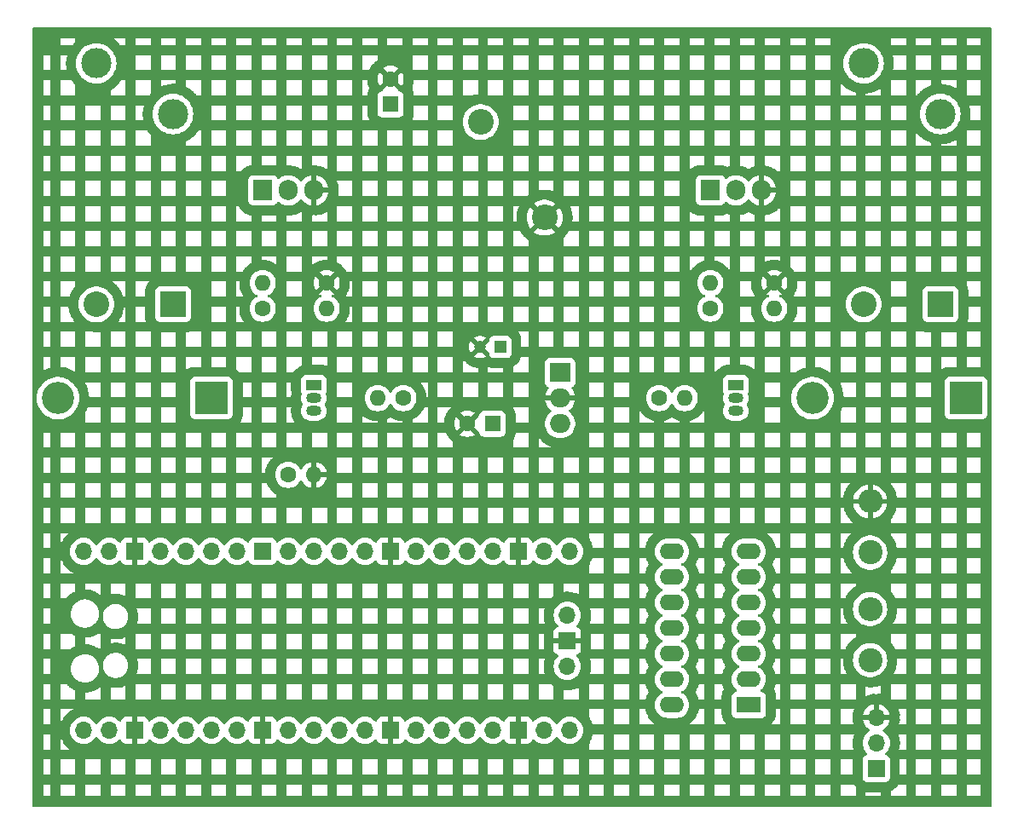
<source format=gbr>
%TF.GenerationSoftware,KiCad,Pcbnew,7.0.10*%
%TF.CreationDate,2024-07-18T14:31:58-06:00*%
%TF.ProjectId,Pressure-Controlled-Power-Outlet-control-PCB,50726573-7375-4726-952d-436f6e74726f,rev?*%
%TF.SameCoordinates,Original*%
%TF.FileFunction,Copper,L3,Inr*%
%TF.FilePolarity,Positive*%
%FSLAX46Y46*%
G04 Gerber Fmt 4.6, Leading zero omitted, Abs format (unit mm)*
G04 Created by KiCad (PCBNEW 7.0.10) date 2024-07-18 14:31:58*
%MOMM*%
%LPD*%
G01*
G04 APERTURE LIST*
%TA.AperFunction,ComponentPad*%
%ADD10C,2.550000*%
%TD*%
%TA.AperFunction,ComponentPad*%
%ADD11R,1.200000X1.200000*%
%TD*%
%TA.AperFunction,ComponentPad*%
%ADD12C,1.200000*%
%TD*%
%TA.AperFunction,ComponentPad*%
%ADD13O,1.700000X1.700000*%
%TD*%
%TA.AperFunction,ComponentPad*%
%ADD14R,1.700000X1.700000*%
%TD*%
%TA.AperFunction,ComponentPad*%
%ADD15C,1.600000*%
%TD*%
%TA.AperFunction,ComponentPad*%
%ADD16O,1.600000X1.600000*%
%TD*%
%TA.AperFunction,ComponentPad*%
%ADD17R,1.500000X1.050000*%
%TD*%
%TA.AperFunction,ComponentPad*%
%ADD18O,1.500000X1.050000*%
%TD*%
%TA.AperFunction,ComponentPad*%
%ADD19R,1.905000X2.000000*%
%TD*%
%TA.AperFunction,ComponentPad*%
%ADD20O,1.905000X2.000000*%
%TD*%
%TA.AperFunction,ComponentPad*%
%ADD21R,3.200000X3.200000*%
%TD*%
%TA.AperFunction,ComponentPad*%
%ADD22O,3.200000X3.200000*%
%TD*%
%TA.AperFunction,ComponentPad*%
%ADD23R,2.000000X1.905000*%
%TD*%
%TA.AperFunction,ComponentPad*%
%ADD24O,2.000000X1.905000*%
%TD*%
%TA.AperFunction,ComponentPad*%
%ADD25R,2.400000X1.600000*%
%TD*%
%TA.AperFunction,ComponentPad*%
%ADD26O,2.400000X1.600000*%
%TD*%
%TA.AperFunction,ComponentPad*%
%ADD27C,2.400000*%
%TD*%
%TA.AperFunction,ComponentPad*%
%ADD28O,2.400000X2.400000*%
%TD*%
%TA.AperFunction,ComponentPad*%
%ADD29C,3.000000*%
%TD*%
%TA.AperFunction,ComponentPad*%
%ADD30R,2.540000X2.540000*%
%TD*%
%TA.AperFunction,ComponentPad*%
%ADD31C,2.540000*%
%TD*%
%TA.AperFunction,ComponentPad*%
%ADD32R,1.600000X1.600000*%
%TD*%
G04 APERTURE END LIST*
D10*
%TO.N,GND*%
%TO.C,J2*%
X139759801Y-87475000D03*
%TO.N,+24V*%
X133409801Y-77975000D03*
%TD*%
D11*
%TO.N,+24V*%
%TO.C,C3*%
X135350000Y-100330000D03*
D12*
%TO.N,GND*%
X133350000Y-100330000D03*
%TD*%
D13*
%TO.N,/Activate_Live*%
%TO.C,U1*%
X93980000Y-138430000D03*
%TO.N,/Activate_Neutral*%
X96520000Y-138430000D03*
D14*
%TO.N,GND*%
X99060000Y-138430000D03*
D13*
%TO.N,unconnected-(U1-GPIO2-Pad4)*%
X101600000Y-138430000D03*
%TO.N,unconnected-(U1-GPIO3-Pad5)*%
X104140000Y-138430000D03*
%TO.N,unconnected-(U1-GPIO4-Pad6)*%
X106680000Y-138430000D03*
%TO.N,unconnected-(U1-GPIO5-Pad7)*%
X109220000Y-138430000D03*
D14*
%TO.N,GND*%
X111760000Y-138430000D03*
D13*
%TO.N,unconnected-(U1-GPIO6-Pad9)*%
X114300000Y-138430000D03*
%TO.N,unconnected-(U1-GPIO7-Pad10)*%
X116840000Y-138430000D03*
%TO.N,unconnected-(U1-GPIO8-Pad11)*%
X119380000Y-138430000D03*
%TO.N,unconnected-(U1-GPIO9-Pad12)*%
X121920000Y-138430000D03*
D14*
%TO.N,GND*%
X124460000Y-138430000D03*
D13*
%TO.N,unconnected-(U1-GPIO10-Pad14)*%
X127000000Y-138430000D03*
%TO.N,unconnected-(U1-GPIO11-Pad15)*%
X129540000Y-138430000D03*
%TO.N,unconnected-(U1-GPIO12-Pad16)*%
X132080000Y-138430000D03*
%TO.N,unconnected-(U1-GPIO13-Pad17)*%
X134620000Y-138430000D03*
D14*
%TO.N,GND*%
X137160000Y-138430000D03*
D13*
%TO.N,unconnected-(U1-GPIO14-Pad19)*%
X139700000Y-138430000D03*
%TO.N,unconnected-(U1-GPIO15-Pad20)*%
X142240000Y-138430000D03*
%TO.N,unconnected-(U1-GPIO16-Pad21)*%
X142240000Y-120650000D03*
%TO.N,unconnected-(U1-GPIO17-Pad22)*%
X139700000Y-120650000D03*
D14*
%TO.N,GND*%
X137160000Y-120650000D03*
D13*
%TO.N,unconnected-(U1-GPIO18-Pad24)*%
X134620000Y-120650000D03*
%TO.N,unconnected-(U1-GPIO19-Pad25)*%
X132080000Y-120650000D03*
%TO.N,unconnected-(U1-GPIO20-Pad26)*%
X129540000Y-120650000D03*
%TO.N,unconnected-(U1-GPIO21-Pad27)*%
X127000000Y-120650000D03*
D14*
%TO.N,GND*%
X124460000Y-120650000D03*
D13*
%TO.N,unconnected-(U1-GPIO22-Pad29)*%
X121920000Y-120650000D03*
%TO.N,unconnected-(U1-RUN-Pad30)*%
X119380000Y-120650000D03*
%TO.N,/ADC0*%
X116840000Y-120650000D03*
%TO.N,unconnected-(U1-GPIO27_ADC1-Pad32)*%
X114300000Y-120650000D03*
D14*
%TO.N,Net-(U1-AGND)*%
X111760000Y-120650000D03*
D13*
%TO.N,unconnected-(U1-GPIO28_ADC2-Pad34)*%
X109220000Y-120650000D03*
%TO.N,/ADC_Ref*%
X106680000Y-120650000D03*
%TO.N,unconnected-(U1-3V3-Pad36)*%
X104140000Y-120650000D03*
%TO.N,unconnected-(U1-3V3_EN-Pad37)*%
X101600000Y-120650000D03*
D14*
%TO.N,GND*%
X99060000Y-120650000D03*
D13*
%TO.N,unconnected-(U1-VSYS-Pad39)*%
X96520000Y-120650000D03*
%TO.N,+5V*%
X93980000Y-120650000D03*
%TO.N,unconnected-(U1-SWCLK-Pad41)*%
X142010000Y-132080000D03*
D14*
%TO.N,GND*%
X142010000Y-129540000D03*
D13*
%TO.N,unconnected-(U1-SWDIO-Pad43)*%
X142010000Y-127000000D03*
%TD*%
D15*
%TO.N,/Activate_Neutral*%
%TO.C,R9*%
X151130000Y-105410000D03*
D16*
%TO.N,Net-(Q1-B)*%
X153670000Y-105410000D03*
%TD*%
D15*
%TO.N,/Activate_Live*%
%TO.C,R8*%
X125730000Y-105410000D03*
D16*
%TO.N,Net-(Q4-B)*%
X123190000Y-105410000D03*
%TD*%
D15*
%TO.N,GND*%
%TO.C,R7*%
X118110000Y-93980000D03*
D16*
%TO.N,Net-(Q4-E)*%
X118110000Y-96520000D03*
%TD*%
D15*
%TO.N,GND*%
%TO.C,R6*%
X162560000Y-93980000D03*
D16*
%TO.N,Net-(Q1-E)*%
X162560000Y-96520000D03*
%TD*%
D15*
%TO.N,Net-(Q1-E)*%
%TO.C,R5*%
X156210000Y-96520000D03*
D16*
%TO.N,Net-(Q3-G)*%
X156210000Y-93980000D03*
%TD*%
D15*
%TO.N,Net-(Q4-E)*%
%TO.C,R4*%
X111760000Y-96520000D03*
D16*
%TO.N,Net-(Q2-G)*%
X111760000Y-93980000D03*
%TD*%
D17*
%TO.N,Net-(Q4-E)*%
%TO.C,Q4*%
X116840000Y-104140000D03*
D18*
%TO.N,Net-(Q4-B)*%
X116840000Y-105410000D03*
%TO.N,+5V*%
X116840000Y-106680000D03*
%TD*%
D19*
%TO.N,Net-(Q3-G)*%
%TO.C,Q3*%
X156210000Y-84765000D03*
D20*
%TO.N,Net-(D2-A)*%
X158750000Y-84765000D03*
%TO.N,GND*%
X161290000Y-84765000D03*
%TD*%
D19*
%TO.N,Net-(Q2-G)*%
%TO.C,Q2*%
X111760000Y-84765000D03*
D20*
%TO.N,Net-(D1-A)*%
X114300000Y-84765000D03*
%TO.N,GND*%
X116840000Y-84765000D03*
%TD*%
D17*
%TO.N,Net-(Q1-E)*%
%TO.C,Q1*%
X158750000Y-104140000D03*
D18*
%TO.N,Net-(Q1-B)*%
X158750000Y-105410000D03*
%TO.N,+5V*%
X158750000Y-106680000D03*
%TD*%
D21*
%TO.N,+24V*%
%TO.C,D2*%
X181610000Y-105410000D03*
D22*
%TO.N,Net-(D2-A)*%
X166370000Y-105410000D03*
%TD*%
D21*
%TO.N,+24V*%
%TO.C,D1*%
X106680000Y-105410000D03*
D22*
%TO.N,Net-(D1-A)*%
X91440000Y-105410000D03*
%TD*%
D23*
%TO.N,+24V*%
%TO.C,U3*%
X141295000Y-102870000D03*
D24*
%TO.N,GND*%
X141295000Y-105410000D03*
%TO.N,+5V*%
X141295000Y-107950000D03*
%TD*%
D25*
%TO.N,/ADC0*%
%TO.C,U2*%
X160035000Y-135895000D03*
D26*
X160035000Y-133355000D03*
%TO.N,Net-(U2A-+)*%
X160035000Y-130815000D03*
%TO.N,N/C*%
X160035000Y-128275000D03*
X160035000Y-125735000D03*
X160035000Y-123195000D03*
X160035000Y-120655000D03*
X152415000Y-120655000D03*
X152415000Y-123195000D03*
X152415000Y-125735000D03*
X152415000Y-128275000D03*
X152415000Y-130815000D03*
X152415000Y-133355000D03*
X152415000Y-135895000D03*
%TD*%
D15*
%TO.N,Net-(U1-AGND)*%
%TO.C,R3*%
X114300000Y-113030000D03*
D16*
%TO.N,GND*%
X116840000Y-113030000D03*
%TD*%
D27*
%TO.N,Net-(U2A-+)*%
%TO.C,R2*%
X172085000Y-120760000D03*
D28*
%TO.N,GND*%
X172085000Y-115680000D03*
%TD*%
D27*
%TO.N,/Water Pressure 5V*%
%TO.C,R1*%
X172085000Y-131445000D03*
D28*
%TO.N,Net-(U2A-+)*%
X172085000Y-126365000D03*
%TD*%
D29*
%TO.N,unconnected-(K2-Pad11)*%
%TO.C,K2*%
X179060000Y-77190000D03*
%TO.N,unconnected-(K2-Pad14)*%
X171440000Y-72150000D03*
D30*
%TO.N,+24V*%
X179060000Y-96090000D03*
D31*
%TO.N,Net-(D2-A)*%
X171440000Y-96090000D03*
%TD*%
D29*
%TO.N,unconnected-(K1-Pad11)*%
%TO.C,K1*%
X102860000Y-77190000D03*
%TO.N,unconnected-(K1-Pad14)*%
X95240000Y-72150000D03*
D30*
%TO.N,+24V*%
X102860000Y-96090000D03*
D31*
%TO.N,Net-(D1-A)*%
X95240000Y-96090000D03*
%TD*%
D13*
%TO.N,GND*%
%TO.C,J1*%
X172695000Y-137145000D03*
%TO.N,/Water Pressure 5V*%
X172695000Y-139685000D03*
D14*
%TO.N,+5V*%
X172695000Y-142225000D03*
%TD*%
D32*
%TO.N,+5V*%
%TO.C,C2*%
X134580000Y-107950000D03*
D15*
%TO.N,GND*%
X132080000Y-107950000D03*
%TD*%
D32*
%TO.N,+24V*%
%TO.C,C1*%
X124460000Y-76200000D03*
D15*
%TO.N,GND*%
X124460000Y-73700000D03*
%TD*%
%TA.AperFunction,Conductor*%
%TO.N,GND*%
G36*
X184093039Y-68599685D02*
G01*
X184138794Y-68652489D01*
X184150000Y-68704000D01*
X184150000Y-145926000D01*
X184130315Y-145993039D01*
X184077511Y-146038794D01*
X184026000Y-146050000D01*
X89024000Y-146050000D01*
X88956961Y-146030315D01*
X88911206Y-145977511D01*
X88900000Y-145926000D01*
X88900000Y-143828000D01*
X90024000Y-143828000D01*
X90024000Y-144926000D01*
X90650000Y-144926000D01*
X90650000Y-143828000D01*
X91648000Y-143828000D01*
X91648000Y-144926000D01*
X93150000Y-144926000D01*
X93150000Y-143828000D01*
X94148000Y-143828000D01*
X94148000Y-144926000D01*
X95650000Y-144926000D01*
X95650000Y-143828000D01*
X96648000Y-143828000D01*
X96648000Y-144926000D01*
X98150000Y-144926000D01*
X98150000Y-143828000D01*
X99148000Y-143828000D01*
X99148000Y-144926000D01*
X100650000Y-144926000D01*
X100650000Y-143828000D01*
X101648000Y-143828000D01*
X101648000Y-144926000D01*
X103150000Y-144926000D01*
X103150000Y-143828000D01*
X104148000Y-143828000D01*
X104148000Y-144926000D01*
X105650000Y-144926000D01*
X105650000Y-143828000D01*
X106648000Y-143828000D01*
X106648000Y-144926000D01*
X108150000Y-144926000D01*
X108150000Y-143828000D01*
X109148000Y-143828000D01*
X109148000Y-144926000D01*
X110650000Y-144926000D01*
X110650000Y-143828000D01*
X111648000Y-143828000D01*
X111648000Y-144926000D01*
X113150000Y-144926000D01*
X113150000Y-143828000D01*
X114148000Y-143828000D01*
X114148000Y-144926000D01*
X115650000Y-144926000D01*
X115650000Y-143828000D01*
X116648000Y-143828000D01*
X116648000Y-144926000D01*
X118150000Y-144926000D01*
X118150000Y-143828000D01*
X119148000Y-143828000D01*
X119148000Y-144926000D01*
X120650000Y-144926000D01*
X120650000Y-143828000D01*
X121648000Y-143828000D01*
X121648000Y-144926000D01*
X123150000Y-144926000D01*
X123150000Y-143828000D01*
X124148000Y-143828000D01*
X124148000Y-144926000D01*
X125650000Y-144926000D01*
X125650000Y-143828000D01*
X126648000Y-143828000D01*
X126648000Y-144926000D01*
X128150000Y-144926000D01*
X128150000Y-143828000D01*
X129148000Y-143828000D01*
X129148000Y-144926000D01*
X130650000Y-144926000D01*
X130650000Y-143828000D01*
X131648000Y-143828000D01*
X131648000Y-144926000D01*
X133150000Y-144926000D01*
X133150000Y-143828000D01*
X134148000Y-143828000D01*
X134148000Y-144926000D01*
X135650000Y-144926000D01*
X135650000Y-143828000D01*
X136648000Y-143828000D01*
X136648000Y-144926000D01*
X138150000Y-144926000D01*
X138150000Y-143828000D01*
X139148000Y-143828000D01*
X139148000Y-144926000D01*
X140650000Y-144926000D01*
X140650000Y-143828000D01*
X141648000Y-143828000D01*
X141648000Y-144926000D01*
X143150000Y-144926000D01*
X143150000Y-143828000D01*
X144148000Y-143828000D01*
X144148000Y-144926000D01*
X145650000Y-144926000D01*
X145650000Y-143828000D01*
X146648000Y-143828000D01*
X146648000Y-144926000D01*
X148150000Y-144926000D01*
X148150000Y-143828000D01*
X149148000Y-143828000D01*
X149148000Y-144926000D01*
X150650000Y-144926000D01*
X150650000Y-143828000D01*
X151648000Y-143828000D01*
X151648000Y-144926000D01*
X153150000Y-144926000D01*
X153150000Y-143828000D01*
X154148000Y-143828000D01*
X154148000Y-144926000D01*
X155650000Y-144926000D01*
X155650000Y-143828000D01*
X156648000Y-143828000D01*
X156648000Y-144926000D01*
X158150000Y-144926000D01*
X158150000Y-143828000D01*
X159148000Y-143828000D01*
X159148000Y-144926000D01*
X160650000Y-144926000D01*
X160650000Y-143828000D01*
X161648000Y-143828000D01*
X161648000Y-144926000D01*
X163150000Y-144926000D01*
X163150000Y-143828000D01*
X164148000Y-143828000D01*
X164148000Y-144926000D01*
X165650000Y-144926000D01*
X165650000Y-143828000D01*
X166648000Y-143828000D01*
X166648000Y-144926000D01*
X168150000Y-144926000D01*
X168150000Y-143828000D01*
X169148000Y-143828000D01*
X169148000Y-144926000D01*
X170650000Y-144926000D01*
X170650000Y-144563217D01*
X171648000Y-144563217D01*
X171648000Y-144926000D01*
X173150000Y-144926000D01*
X174148000Y-144926000D01*
X175650000Y-144926000D01*
X175650000Y-143828000D01*
X176648000Y-143828000D01*
X176648000Y-144926000D01*
X178150000Y-144926000D01*
X178150000Y-143828000D01*
X179148000Y-143828000D01*
X179148000Y-144926000D01*
X180650000Y-144926000D01*
X180650000Y-143828000D01*
X181648000Y-143828000D01*
X181648000Y-144926000D01*
X183026000Y-144926000D01*
X183026000Y-143828000D01*
X181648000Y-143828000D01*
X180650000Y-143828000D01*
X179148000Y-143828000D01*
X178150000Y-143828000D01*
X176648000Y-143828000D01*
X175650000Y-143828000D01*
X174846989Y-143828000D01*
X174843110Y-143834537D01*
X174814146Y-143879604D01*
X174809098Y-143886874D01*
X174680114Y-144059173D01*
X174674561Y-144066064D01*
X174639481Y-144106549D01*
X174633449Y-144113028D01*
X174583028Y-144163449D01*
X174576549Y-144169481D01*
X174536064Y-144204561D01*
X174529173Y-144210114D01*
X174356874Y-144339098D01*
X174349604Y-144344146D01*
X174304537Y-144373110D01*
X174296923Y-144377628D01*
X174234333Y-144411805D01*
X174226419Y-144415767D01*
X174177682Y-144438025D01*
X174169501Y-144441413D01*
X174148000Y-144449432D01*
X174148000Y-144926000D01*
X173150000Y-144926000D01*
X173150000Y-144573499D01*
X171783752Y-144573500D01*
X171780428Y-144573455D01*
X171760327Y-144572916D01*
X171757007Y-144572783D01*
X171730320Y-144571351D01*
X171727011Y-144571129D01*
X171707018Y-144569519D01*
X171703715Y-144569208D01*
X171648000Y-144563217D01*
X170650000Y-144563217D01*
X170650000Y-143979177D01*
X170580902Y-143886875D01*
X170575854Y-143879604D01*
X170546890Y-143834537D01*
X170543011Y-143828000D01*
X169148000Y-143828000D01*
X168150000Y-143828000D01*
X166648000Y-143828000D01*
X165650000Y-143828000D01*
X164148000Y-143828000D01*
X163150000Y-143828000D01*
X161648000Y-143828000D01*
X160650000Y-143828000D01*
X159148000Y-143828000D01*
X158150000Y-143828000D01*
X156648000Y-143828000D01*
X155650000Y-143828000D01*
X154148000Y-143828000D01*
X153150000Y-143828000D01*
X151648000Y-143828000D01*
X150650000Y-143828000D01*
X149148000Y-143828000D01*
X148150000Y-143828000D01*
X146648000Y-143828000D01*
X145650000Y-143828000D01*
X144148000Y-143828000D01*
X143150000Y-143828000D01*
X141648000Y-143828000D01*
X140650000Y-143828000D01*
X139148000Y-143828000D01*
X138150000Y-143828000D01*
X136648000Y-143828000D01*
X135650000Y-143828000D01*
X134148000Y-143828000D01*
X133150000Y-143828000D01*
X131648000Y-143828000D01*
X130650000Y-143828000D01*
X129148000Y-143828000D01*
X128150000Y-143828000D01*
X126648000Y-143828000D01*
X125650000Y-143828000D01*
X124148000Y-143828000D01*
X123150000Y-143828000D01*
X121648000Y-143828000D01*
X120650000Y-143828000D01*
X119148000Y-143828000D01*
X118150000Y-143828000D01*
X116648000Y-143828000D01*
X115650000Y-143828000D01*
X114148000Y-143828000D01*
X113150000Y-143828000D01*
X111648000Y-143828000D01*
X110650000Y-143828000D01*
X109148000Y-143828000D01*
X108150000Y-143828000D01*
X106648000Y-143828000D01*
X105650000Y-143828000D01*
X104148000Y-143828000D01*
X103150000Y-143828000D01*
X101648000Y-143828000D01*
X100650000Y-143828000D01*
X99148000Y-143828000D01*
X98150000Y-143828000D01*
X96648000Y-143828000D01*
X95650000Y-143828000D01*
X94148000Y-143828000D01*
X93150000Y-143828000D01*
X91648000Y-143828000D01*
X90650000Y-143828000D01*
X90024000Y-143828000D01*
X88900000Y-143828000D01*
X88900000Y-141328000D01*
X90024000Y-141328000D01*
X90024000Y-142830000D01*
X90650000Y-142830000D01*
X90650000Y-141328000D01*
X91648000Y-141328000D01*
X91648000Y-142830000D01*
X93150000Y-142830000D01*
X93150000Y-141328000D01*
X94148000Y-141328000D01*
X94148000Y-142830000D01*
X95650000Y-142830000D01*
X95650000Y-141328000D01*
X96648000Y-141328000D01*
X96648000Y-142830000D01*
X98150000Y-142830000D01*
X98150000Y-141328000D01*
X99148000Y-141328000D01*
X99148000Y-142830000D01*
X100650000Y-142830000D01*
X100650000Y-141328000D01*
X101648000Y-141328000D01*
X101648000Y-142830000D01*
X103150000Y-142830000D01*
X103150000Y-141328000D01*
X104148000Y-141328000D01*
X104148000Y-142830000D01*
X105650000Y-142830000D01*
X105650000Y-141328000D01*
X106648000Y-141328000D01*
X106648000Y-142830000D01*
X108150000Y-142830000D01*
X108150000Y-141328000D01*
X109148000Y-141328000D01*
X109148000Y-142830000D01*
X110650000Y-142830000D01*
X110650000Y-141328000D01*
X111648000Y-141328000D01*
X111648000Y-142830000D01*
X113150000Y-142830000D01*
X113150000Y-141328000D01*
X114148000Y-141328000D01*
X114148000Y-142830000D01*
X115650000Y-142830000D01*
X115650000Y-141328000D01*
X116648000Y-141328000D01*
X116648000Y-142830000D01*
X118150000Y-142830000D01*
X118150000Y-141328000D01*
X119148000Y-141328000D01*
X119148000Y-142830000D01*
X120650000Y-142830000D01*
X120650000Y-141328000D01*
X121648000Y-141328000D01*
X121648000Y-142830000D01*
X123150000Y-142830000D01*
X123150000Y-141328000D01*
X124148000Y-141328000D01*
X124148000Y-142830000D01*
X125650000Y-142830000D01*
X125650000Y-141328000D01*
X126648000Y-141328000D01*
X126648000Y-142830000D01*
X128150000Y-142830000D01*
X128150000Y-141328000D01*
X129148000Y-141328000D01*
X129148000Y-142830000D01*
X130650000Y-142830000D01*
X130650000Y-141328000D01*
X131648000Y-141328000D01*
X131648000Y-142830000D01*
X133150000Y-142830000D01*
X133150000Y-141328000D01*
X134148000Y-141328000D01*
X134148000Y-142830000D01*
X135650000Y-142830000D01*
X135650000Y-141328000D01*
X136648000Y-141328000D01*
X136648000Y-142830000D01*
X138150000Y-142830000D01*
X138150000Y-141328000D01*
X139148000Y-141328000D01*
X139148000Y-142830000D01*
X140650000Y-142830000D01*
X140650000Y-141328000D01*
X141648000Y-141328000D01*
X141648000Y-142830000D01*
X143150000Y-142830000D01*
X143150000Y-141328000D01*
X144148000Y-141328000D01*
X144148000Y-142830000D01*
X145650000Y-142830000D01*
X145650000Y-141328000D01*
X146648000Y-141328000D01*
X146648000Y-142830000D01*
X148150000Y-142830000D01*
X148150000Y-141328000D01*
X149148000Y-141328000D01*
X149148000Y-142830000D01*
X150650000Y-142830000D01*
X150650000Y-141328000D01*
X151648000Y-141328000D01*
X151648000Y-142830000D01*
X153150000Y-142830000D01*
X153150000Y-141328000D01*
X154148000Y-141328000D01*
X154148000Y-142830000D01*
X155650000Y-142830000D01*
X155650000Y-141328000D01*
X156648000Y-141328000D01*
X156648000Y-142830000D01*
X158150000Y-142830000D01*
X158150000Y-141328000D01*
X159148000Y-141328000D01*
X159148000Y-142830000D01*
X160650000Y-142830000D01*
X160650000Y-141328000D01*
X161648000Y-141328000D01*
X161648000Y-142830000D01*
X163150000Y-142830000D01*
X163150000Y-141328000D01*
X164148000Y-141328000D01*
X164148000Y-142830000D01*
X165650000Y-142830000D01*
X165650000Y-141328000D01*
X166648000Y-141328000D01*
X166648000Y-142830000D01*
X168150000Y-142830000D01*
X168150000Y-141328000D01*
X169148000Y-141328000D01*
X169148000Y-142830000D01*
X170346501Y-142830000D01*
X170346500Y-141328000D01*
X169148000Y-141328000D01*
X168150000Y-141328000D01*
X166648000Y-141328000D01*
X165650000Y-141328000D01*
X164148000Y-141328000D01*
X163150000Y-141328000D01*
X161648000Y-141328000D01*
X160650000Y-141328000D01*
X159148000Y-141328000D01*
X158150000Y-141328000D01*
X156648000Y-141328000D01*
X155650000Y-141328000D01*
X154148000Y-141328000D01*
X153150000Y-141328000D01*
X151648000Y-141328000D01*
X150650000Y-141328000D01*
X149148000Y-141328000D01*
X148150000Y-141328000D01*
X146648000Y-141328000D01*
X145650000Y-141328000D01*
X144148000Y-141328000D01*
X143150000Y-141328000D01*
X141648000Y-141328000D01*
X140650000Y-141328000D01*
X139148000Y-141328000D01*
X138150000Y-141328000D01*
X136648000Y-141328000D01*
X135650000Y-141328000D01*
X134148000Y-141328000D01*
X133150000Y-141328000D01*
X131648000Y-141328000D01*
X130650000Y-141328000D01*
X129148000Y-141328000D01*
X128150000Y-141328000D01*
X126648000Y-141328000D01*
X125650000Y-141328000D01*
X124148000Y-141328000D01*
X123150000Y-141328000D01*
X121648000Y-141328000D01*
X120650000Y-141328000D01*
X119148000Y-141328000D01*
X118150000Y-141328000D01*
X116648000Y-141328000D01*
X115650000Y-141328000D01*
X114148000Y-141328000D01*
X113150000Y-141328000D01*
X111648000Y-141328000D01*
X110650000Y-141328000D01*
X109148000Y-141328000D01*
X108150000Y-141328000D01*
X106648000Y-141328000D01*
X105650000Y-141328000D01*
X104148000Y-141328000D01*
X103150000Y-141328000D01*
X101648000Y-141328000D01*
X100650000Y-141328000D01*
X99148000Y-141328000D01*
X98150000Y-141328000D01*
X96648000Y-141328000D01*
X95650000Y-141328000D01*
X94148000Y-141328000D01*
X93150000Y-141328000D01*
X91648000Y-141328000D01*
X90650000Y-141328000D01*
X90024000Y-141328000D01*
X88900000Y-141328000D01*
X88900000Y-138828000D01*
X90024000Y-138828000D01*
X90024000Y-140330000D01*
X90650000Y-140330000D01*
X90650000Y-138828000D01*
X91648000Y-138828000D01*
X91648000Y-140330000D01*
X92598995Y-140330000D01*
X144148000Y-140330000D01*
X145650000Y-140330000D01*
X145650000Y-138828000D01*
X146648000Y-138828000D01*
X146648000Y-140330000D01*
X148150000Y-140330000D01*
X148150000Y-138828000D01*
X149148000Y-138828000D01*
X149148000Y-140330000D01*
X150650000Y-140330000D01*
X150650000Y-138828000D01*
X151648000Y-138828000D01*
X151648000Y-140330000D01*
X153150000Y-140330000D01*
X153150000Y-138828000D01*
X154148000Y-138828000D01*
X154148000Y-140330000D01*
X155650000Y-140330000D01*
X155650000Y-138828000D01*
X156648000Y-138828000D01*
X156648000Y-140330000D01*
X158150000Y-140330000D01*
X158150000Y-138828000D01*
X159148000Y-138828000D01*
X159148000Y-140330000D01*
X160650000Y-140330000D01*
X160650000Y-138828000D01*
X161648000Y-138828000D01*
X161648000Y-140330000D01*
X163150000Y-140330000D01*
X163150000Y-138828000D01*
X164148000Y-138828000D01*
X164148000Y-140330000D01*
X165650000Y-140330000D01*
X165650000Y-138828000D01*
X166648000Y-138828000D01*
X166648000Y-140330000D01*
X168150000Y-140330000D01*
X168150000Y-138828000D01*
X169148000Y-138828000D01*
X169148000Y-140330000D01*
X170436481Y-140330000D01*
X170390305Y-140157666D01*
X170389019Y-140152412D01*
X170381934Y-140120454D01*
X170380879Y-140115146D01*
X170373316Y-140072251D01*
X170372493Y-140066904D01*
X170368222Y-140034461D01*
X170367633Y-140029084D01*
X170343241Y-139750287D01*
X170342887Y-139744890D01*
X170341459Y-139712190D01*
X170341341Y-139706780D01*
X170341341Y-139685000D01*
X171339341Y-139685000D01*
X171359936Y-139920403D01*
X171359938Y-139920413D01*
X171421094Y-140148655D01*
X171421096Y-140148659D01*
X171421097Y-140148663D01*
X171477823Y-140270311D01*
X171520965Y-140362830D01*
X171520967Y-140362834D01*
X171629281Y-140517521D01*
X171656501Y-140556396D01*
X171656506Y-140556402D01*
X171778430Y-140678326D01*
X171811915Y-140739649D01*
X171806931Y-140809341D01*
X171765059Y-140865274D01*
X171734083Y-140882189D01*
X171602669Y-140931203D01*
X171602664Y-140931206D01*
X171487455Y-141017452D01*
X171487452Y-141017455D01*
X171401206Y-141132664D01*
X171401202Y-141132671D01*
X171350908Y-141267517D01*
X171344501Y-141327116D01*
X171344501Y-141327123D01*
X171344500Y-141327135D01*
X171344500Y-143122870D01*
X171344501Y-143122876D01*
X171350908Y-143182483D01*
X171401202Y-143317328D01*
X171401206Y-143317335D01*
X171487452Y-143432544D01*
X171487455Y-143432547D01*
X171602664Y-143518793D01*
X171602671Y-143518797D01*
X171737517Y-143569091D01*
X171737516Y-143569091D01*
X171744444Y-143569835D01*
X171797127Y-143575500D01*
X173592872Y-143575499D01*
X173652483Y-143569091D01*
X173787331Y-143518796D01*
X173902546Y-143432546D01*
X173988796Y-143317331D01*
X174039091Y-143182483D01*
X174045500Y-143122873D01*
X174045499Y-141328000D01*
X175043499Y-141328000D01*
X175043500Y-142830000D01*
X175650000Y-142830000D01*
X175650000Y-141328000D01*
X176648000Y-141328000D01*
X176648000Y-142830000D01*
X178150000Y-142830000D01*
X178150000Y-141328000D01*
X179148000Y-141328000D01*
X179148000Y-142830000D01*
X180650000Y-142830000D01*
X180650000Y-141328000D01*
X181648000Y-141328000D01*
X181648000Y-142830000D01*
X183026000Y-142830000D01*
X183026000Y-141328000D01*
X181648000Y-141328000D01*
X180650000Y-141328000D01*
X179148000Y-141328000D01*
X178150000Y-141328000D01*
X176648000Y-141328000D01*
X175650000Y-141328000D01*
X175043499Y-141328000D01*
X174045499Y-141328000D01*
X174045499Y-141327128D01*
X174039091Y-141267517D01*
X173988796Y-141132669D01*
X173988795Y-141132668D01*
X173988793Y-141132664D01*
X173902547Y-141017455D01*
X173902544Y-141017452D01*
X173787335Y-140931206D01*
X173787328Y-140931202D01*
X173655917Y-140882189D01*
X173599983Y-140840318D01*
X173575566Y-140774853D01*
X173590418Y-140706580D01*
X173611563Y-140678332D01*
X173733495Y-140556401D01*
X173869035Y-140362830D01*
X173968903Y-140148663D01*
X174030063Y-139920408D01*
X174050659Y-139685000D01*
X174048753Y-139663220D01*
X174036406Y-139522088D01*
X174030063Y-139449592D01*
X173977884Y-139254854D01*
X173968905Y-139221344D01*
X173968904Y-139221343D01*
X173968903Y-139221337D01*
X173869035Y-139007171D01*
X173823397Y-138941992D01*
X173743579Y-138828000D01*
X174886333Y-138828000D01*
X174897295Y-138854465D01*
X174899253Y-138859500D01*
X174914154Y-138900432D01*
X174915895Y-138905560D01*
X174925744Y-138936795D01*
X174927259Y-138941992D01*
X174999695Y-139212334D01*
X175000981Y-139217588D01*
X175008066Y-139249546D01*
X175009121Y-139254854D01*
X175016684Y-139297749D01*
X175017507Y-139303096D01*
X175021778Y-139335539D01*
X175022367Y-139340916D01*
X175046759Y-139619713D01*
X175047113Y-139625110D01*
X175048541Y-139657810D01*
X175048659Y-139663220D01*
X175048659Y-139706780D01*
X175048541Y-139712190D01*
X175047113Y-139744890D01*
X175046759Y-139750287D01*
X175022367Y-140029084D01*
X175021778Y-140034461D01*
X175017507Y-140066904D01*
X175016684Y-140072251D01*
X175009121Y-140115146D01*
X175008066Y-140120454D01*
X175000981Y-140152412D01*
X174999695Y-140157666D01*
X174953519Y-140330000D01*
X175650000Y-140330000D01*
X175650000Y-138828000D01*
X176648000Y-138828000D01*
X176648000Y-140330000D01*
X178150000Y-140330000D01*
X178150000Y-138828000D01*
X179148000Y-138828000D01*
X179148000Y-140330000D01*
X180650000Y-140330000D01*
X180650000Y-138828000D01*
X181648000Y-138828000D01*
X181648000Y-140330000D01*
X183026000Y-140330000D01*
X183026000Y-138828000D01*
X181648000Y-138828000D01*
X180650000Y-138828000D01*
X179148000Y-138828000D01*
X178150000Y-138828000D01*
X176648000Y-138828000D01*
X175650000Y-138828000D01*
X174886333Y-138828000D01*
X173743579Y-138828000D01*
X173733494Y-138813597D01*
X173566402Y-138646506D01*
X173566401Y-138646505D01*
X173380405Y-138516269D01*
X173336781Y-138461692D01*
X173329588Y-138392193D01*
X173361110Y-138329839D01*
X173380405Y-138313119D01*
X173566082Y-138183105D01*
X173733105Y-138016082D01*
X173868600Y-137822578D01*
X173968429Y-137608492D01*
X173968432Y-137608486D01*
X174025636Y-137395000D01*
X173128686Y-137395000D01*
X173154493Y-137354844D01*
X173195000Y-137216889D01*
X173195000Y-137073111D01*
X173154493Y-136935156D01*
X173128686Y-136895000D01*
X174025636Y-136895000D01*
X174025635Y-136894999D01*
X173968432Y-136681513D01*
X173968429Y-136681507D01*
X173868600Y-136467422D01*
X173868599Y-136467420D01*
X173770976Y-136328000D01*
X174901813Y-136328000D01*
X174913682Y-136360605D01*
X174915422Y-136365729D01*
X174925271Y-136396962D01*
X174926786Y-136402160D01*
X175050719Y-136864682D01*
X175052561Y-136920968D01*
X175007997Y-137145000D01*
X175052561Y-137369032D01*
X175050719Y-137425318D01*
X174942284Y-137830000D01*
X175650000Y-137830000D01*
X175650000Y-136328000D01*
X176648000Y-136328000D01*
X176648000Y-137830000D01*
X178150000Y-137830000D01*
X178150000Y-136328000D01*
X179148000Y-136328000D01*
X179148000Y-137830000D01*
X180650000Y-137830000D01*
X180650000Y-136328000D01*
X181648000Y-136328000D01*
X181648000Y-137830000D01*
X183026000Y-137830000D01*
X183026000Y-136328000D01*
X181648000Y-136328000D01*
X180650000Y-136328000D01*
X179148000Y-136328000D01*
X178150000Y-136328000D01*
X176648000Y-136328000D01*
X175650000Y-136328000D01*
X174901813Y-136328000D01*
X173770976Y-136328000D01*
X173733113Y-136273926D01*
X173733108Y-136273920D01*
X173566082Y-136106894D01*
X173372578Y-135971399D01*
X173158492Y-135871570D01*
X173158486Y-135871567D01*
X172945000Y-135814364D01*
X172945000Y-136709498D01*
X172837315Y-136660320D01*
X172730763Y-136645000D01*
X172659237Y-136645000D01*
X172552685Y-136660320D01*
X172445000Y-136709498D01*
X172445000Y-135814364D01*
X172444999Y-135814364D01*
X172231513Y-135871567D01*
X172231507Y-135871570D01*
X172017422Y-135971399D01*
X172017420Y-135971400D01*
X171823926Y-136106886D01*
X171823920Y-136106891D01*
X171656891Y-136273920D01*
X171656886Y-136273926D01*
X171521400Y-136467420D01*
X171521399Y-136467422D01*
X171421570Y-136681507D01*
X171421567Y-136681513D01*
X171364364Y-136894999D01*
X171364364Y-136895000D01*
X172261314Y-136895000D01*
X172235507Y-136935156D01*
X172195000Y-137073111D01*
X172195000Y-137216889D01*
X172235507Y-137354844D01*
X172261314Y-137395000D01*
X171364364Y-137395000D01*
X171421567Y-137608486D01*
X171421570Y-137608492D01*
X171521399Y-137822578D01*
X171656894Y-138016082D01*
X171823917Y-138183105D01*
X172009595Y-138313119D01*
X172053219Y-138367696D01*
X172060412Y-138437195D01*
X172028890Y-138499549D01*
X172009595Y-138516269D01*
X171823594Y-138646508D01*
X171656505Y-138813597D01*
X171520965Y-139007169D01*
X171520964Y-139007171D01*
X171421098Y-139221335D01*
X171421094Y-139221344D01*
X171359938Y-139449586D01*
X171359936Y-139449596D01*
X171339341Y-139684999D01*
X171339341Y-139685000D01*
X170341341Y-139685000D01*
X170341341Y-139663220D01*
X170341459Y-139657810D01*
X170342887Y-139625110D01*
X170343241Y-139619713D01*
X170367633Y-139340916D01*
X170368222Y-139335539D01*
X170372493Y-139303096D01*
X170373316Y-139297749D01*
X170380879Y-139254854D01*
X170381934Y-139249546D01*
X170389019Y-139217588D01*
X170390305Y-139212334D01*
X170462741Y-138941992D01*
X170464256Y-138936795D01*
X170474105Y-138905560D01*
X170475846Y-138900432D01*
X170490747Y-138859500D01*
X170492705Y-138854465D01*
X170503667Y-138828000D01*
X169148000Y-138828000D01*
X168150000Y-138828000D01*
X166648000Y-138828000D01*
X165650000Y-138828000D01*
X164148000Y-138828000D01*
X163150000Y-138828000D01*
X161648000Y-138828000D01*
X160650000Y-138828000D01*
X159148000Y-138828000D01*
X158150000Y-138828000D01*
X156648000Y-138828000D01*
X155650000Y-138828000D01*
X154148000Y-138828000D01*
X153150000Y-138828000D01*
X151648000Y-138828000D01*
X150650000Y-138828000D01*
X149148000Y-138828000D01*
X148150000Y-138828000D01*
X146648000Y-138828000D01*
X145650000Y-138828000D01*
X144559789Y-138828000D01*
X144554121Y-138860146D01*
X144553066Y-138865454D01*
X144545981Y-138897412D01*
X144544695Y-138902666D01*
X144472259Y-139173008D01*
X144470744Y-139178205D01*
X144460895Y-139209440D01*
X144459154Y-139214568D01*
X144444253Y-139255500D01*
X144442295Y-139260535D01*
X144429777Y-139290756D01*
X144427598Y-139295708D01*
X144309328Y-139549337D01*
X144306936Y-139554188D01*
X144291829Y-139583209D01*
X144289229Y-139587949D01*
X144267451Y-139625673D01*
X144264642Y-139630302D01*
X144247050Y-139657916D01*
X144244044Y-139662415D01*
X144148000Y-139799579D01*
X144148000Y-140330000D01*
X92598995Y-140330000D01*
X92518322Y-140273512D01*
X92513958Y-140270311D01*
X92487978Y-140250375D01*
X92483756Y-140246987D01*
X92450389Y-140218986D01*
X92446326Y-140215423D01*
X92422208Y-140193323D01*
X92418300Y-140189581D01*
X92220419Y-139991700D01*
X92216677Y-139987792D01*
X92194577Y-139963674D01*
X92191014Y-139959611D01*
X92163013Y-139926244D01*
X92159625Y-139922022D01*
X92139689Y-139896042D01*
X92136488Y-139891678D01*
X91975956Y-139662415D01*
X91972950Y-139657916D01*
X91955358Y-139630302D01*
X91952549Y-139625673D01*
X91930771Y-139587949D01*
X91928171Y-139583209D01*
X91913064Y-139554188D01*
X91910672Y-139549337D01*
X91792402Y-139295708D01*
X91790223Y-139290756D01*
X91777705Y-139260535D01*
X91775747Y-139255500D01*
X91760846Y-139214568D01*
X91759105Y-139209440D01*
X91749256Y-139178205D01*
X91747741Y-139173008D01*
X91675305Y-138902666D01*
X91674019Y-138897412D01*
X91666934Y-138865454D01*
X91665879Y-138860146D01*
X91660211Y-138828000D01*
X91648000Y-138828000D01*
X90650000Y-138828000D01*
X90024000Y-138828000D01*
X88900000Y-138828000D01*
X88900000Y-138430000D01*
X92624341Y-138430000D01*
X92644936Y-138665403D01*
X92644938Y-138665413D01*
X92706094Y-138893655D01*
X92706096Y-138893659D01*
X92706097Y-138893663D01*
X92759026Y-139007169D01*
X92805965Y-139107830D01*
X92805967Y-139107834D01*
X92885448Y-139221344D01*
X92941505Y-139301401D01*
X93108599Y-139468495D01*
X93185135Y-139522086D01*
X93302165Y-139604032D01*
X93302167Y-139604033D01*
X93302170Y-139604035D01*
X93516337Y-139703903D01*
X93744592Y-139765063D01*
X93915319Y-139780000D01*
X93979999Y-139785659D01*
X93980000Y-139785659D01*
X93980001Y-139785659D01*
X94044681Y-139780000D01*
X94215408Y-139765063D01*
X94443663Y-139703903D01*
X94657830Y-139604035D01*
X94851401Y-139468495D01*
X95018495Y-139301401D01*
X95148425Y-139115842D01*
X95203002Y-139072217D01*
X95272500Y-139065023D01*
X95334855Y-139096546D01*
X95351575Y-139115842D01*
X95481500Y-139301395D01*
X95481505Y-139301401D01*
X95648599Y-139468495D01*
X95725135Y-139522086D01*
X95842165Y-139604032D01*
X95842167Y-139604033D01*
X95842170Y-139604035D01*
X96056337Y-139703903D01*
X96284592Y-139765063D01*
X96455319Y-139780000D01*
X96519999Y-139785659D01*
X96520000Y-139785659D01*
X96520001Y-139785659D01*
X96584681Y-139780000D01*
X96755408Y-139765063D01*
X96983663Y-139703903D01*
X97197830Y-139604035D01*
X97391401Y-139468495D01*
X97513717Y-139346178D01*
X97575036Y-139312696D01*
X97644728Y-139317680D01*
X97700662Y-139359551D01*
X97717577Y-139390528D01*
X97766646Y-139522088D01*
X97766649Y-139522093D01*
X97852809Y-139637187D01*
X97852812Y-139637190D01*
X97967906Y-139723350D01*
X97967913Y-139723354D01*
X98102620Y-139773596D01*
X98102627Y-139773598D01*
X98162155Y-139779999D01*
X98162172Y-139780000D01*
X98810000Y-139780000D01*
X98810000Y-138876494D01*
X98914839Y-138924373D01*
X99023527Y-138940000D01*
X99096473Y-138940000D01*
X99205161Y-138924373D01*
X99310000Y-138876494D01*
X99310000Y-139780000D01*
X99957828Y-139780000D01*
X99957844Y-139779999D01*
X100017372Y-139773598D01*
X100017379Y-139773596D01*
X100152086Y-139723354D01*
X100152093Y-139723350D01*
X100267187Y-139637190D01*
X100267190Y-139637187D01*
X100353350Y-139522093D01*
X100353354Y-139522086D01*
X100402422Y-139390529D01*
X100444293Y-139334595D01*
X100509757Y-139310178D01*
X100578030Y-139325030D01*
X100606285Y-139346181D01*
X100728599Y-139468495D01*
X100805135Y-139522086D01*
X100922165Y-139604032D01*
X100922167Y-139604033D01*
X100922170Y-139604035D01*
X101136337Y-139703903D01*
X101364592Y-139765063D01*
X101535319Y-139780000D01*
X101599999Y-139785659D01*
X101600000Y-139785659D01*
X101600001Y-139785659D01*
X101664681Y-139780000D01*
X101835408Y-139765063D01*
X102063663Y-139703903D01*
X102277830Y-139604035D01*
X102471401Y-139468495D01*
X102638495Y-139301401D01*
X102768425Y-139115842D01*
X102823002Y-139072217D01*
X102892500Y-139065023D01*
X102954855Y-139096546D01*
X102971575Y-139115842D01*
X103101500Y-139301395D01*
X103101505Y-139301401D01*
X103268599Y-139468495D01*
X103345135Y-139522086D01*
X103462165Y-139604032D01*
X103462167Y-139604033D01*
X103462170Y-139604035D01*
X103676337Y-139703903D01*
X103904592Y-139765063D01*
X104075319Y-139780000D01*
X104139999Y-139785659D01*
X104140000Y-139785659D01*
X104140001Y-139785659D01*
X104204681Y-139780000D01*
X104375408Y-139765063D01*
X104603663Y-139703903D01*
X104817830Y-139604035D01*
X105011401Y-139468495D01*
X105178495Y-139301401D01*
X105308425Y-139115842D01*
X105363002Y-139072217D01*
X105432500Y-139065023D01*
X105494855Y-139096546D01*
X105511575Y-139115842D01*
X105641500Y-139301395D01*
X105641505Y-139301401D01*
X105808599Y-139468495D01*
X105885135Y-139522086D01*
X106002165Y-139604032D01*
X106002167Y-139604033D01*
X106002170Y-139604035D01*
X106216337Y-139703903D01*
X106444592Y-139765063D01*
X106615319Y-139780000D01*
X106679999Y-139785659D01*
X106680000Y-139785659D01*
X106680001Y-139785659D01*
X106744681Y-139780000D01*
X106915408Y-139765063D01*
X107143663Y-139703903D01*
X107357830Y-139604035D01*
X107551401Y-139468495D01*
X107718495Y-139301401D01*
X107848425Y-139115842D01*
X107903002Y-139072217D01*
X107972500Y-139065023D01*
X108034855Y-139096546D01*
X108051575Y-139115842D01*
X108181500Y-139301395D01*
X108181505Y-139301401D01*
X108348599Y-139468495D01*
X108425135Y-139522086D01*
X108542165Y-139604032D01*
X108542167Y-139604033D01*
X108542170Y-139604035D01*
X108756337Y-139703903D01*
X108984592Y-139765063D01*
X109155319Y-139780000D01*
X109219999Y-139785659D01*
X109220000Y-139785659D01*
X109220001Y-139785659D01*
X109284681Y-139780000D01*
X109455408Y-139765063D01*
X109683663Y-139703903D01*
X109897830Y-139604035D01*
X110091401Y-139468495D01*
X110213717Y-139346178D01*
X110275036Y-139312696D01*
X110344728Y-139317680D01*
X110400662Y-139359551D01*
X110417577Y-139390528D01*
X110466646Y-139522088D01*
X110466649Y-139522093D01*
X110552809Y-139637187D01*
X110552812Y-139637190D01*
X110667906Y-139723350D01*
X110667913Y-139723354D01*
X110802620Y-139773596D01*
X110802627Y-139773598D01*
X110862155Y-139779999D01*
X110862172Y-139780000D01*
X111510000Y-139780000D01*
X111510000Y-138876494D01*
X111614839Y-138924373D01*
X111723527Y-138940000D01*
X111796473Y-138940000D01*
X111905161Y-138924373D01*
X112010000Y-138876494D01*
X112010000Y-139780000D01*
X112657828Y-139780000D01*
X112657844Y-139779999D01*
X112717372Y-139773598D01*
X112717379Y-139773596D01*
X112852086Y-139723354D01*
X112852093Y-139723350D01*
X112967187Y-139637190D01*
X112967190Y-139637187D01*
X113053350Y-139522093D01*
X113053354Y-139522086D01*
X113102422Y-139390529D01*
X113144293Y-139334595D01*
X113209757Y-139310178D01*
X113278030Y-139325030D01*
X113306285Y-139346181D01*
X113428599Y-139468495D01*
X113505135Y-139522086D01*
X113622165Y-139604032D01*
X113622167Y-139604033D01*
X113622170Y-139604035D01*
X113836337Y-139703903D01*
X114064592Y-139765063D01*
X114235319Y-139780000D01*
X114299999Y-139785659D01*
X114300000Y-139785659D01*
X114300001Y-139785659D01*
X114364681Y-139780000D01*
X114535408Y-139765063D01*
X114763663Y-139703903D01*
X114977830Y-139604035D01*
X115171401Y-139468495D01*
X115338495Y-139301401D01*
X115468425Y-139115842D01*
X115523002Y-139072217D01*
X115592500Y-139065023D01*
X115654855Y-139096546D01*
X115671575Y-139115842D01*
X115801500Y-139301395D01*
X115801505Y-139301401D01*
X115968599Y-139468495D01*
X116045135Y-139522086D01*
X116162165Y-139604032D01*
X116162167Y-139604033D01*
X116162170Y-139604035D01*
X116376337Y-139703903D01*
X116604592Y-139765063D01*
X116775319Y-139780000D01*
X116839999Y-139785659D01*
X116840000Y-139785659D01*
X116840001Y-139785659D01*
X116904681Y-139780000D01*
X117075408Y-139765063D01*
X117303663Y-139703903D01*
X117517830Y-139604035D01*
X117711401Y-139468495D01*
X117878495Y-139301401D01*
X118008425Y-139115842D01*
X118063002Y-139072217D01*
X118132500Y-139065023D01*
X118194855Y-139096546D01*
X118211575Y-139115842D01*
X118341500Y-139301395D01*
X118341505Y-139301401D01*
X118508599Y-139468495D01*
X118585135Y-139522086D01*
X118702165Y-139604032D01*
X118702167Y-139604033D01*
X118702170Y-139604035D01*
X118916337Y-139703903D01*
X119144592Y-139765063D01*
X119315319Y-139780000D01*
X119379999Y-139785659D01*
X119380000Y-139785659D01*
X119380001Y-139785659D01*
X119444681Y-139780000D01*
X119615408Y-139765063D01*
X119843663Y-139703903D01*
X120057830Y-139604035D01*
X120251401Y-139468495D01*
X120418495Y-139301401D01*
X120548425Y-139115842D01*
X120603002Y-139072217D01*
X120672500Y-139065023D01*
X120734855Y-139096546D01*
X120751575Y-139115842D01*
X120881500Y-139301395D01*
X120881505Y-139301401D01*
X121048599Y-139468495D01*
X121125135Y-139522086D01*
X121242165Y-139604032D01*
X121242167Y-139604033D01*
X121242170Y-139604035D01*
X121456337Y-139703903D01*
X121684592Y-139765063D01*
X121855319Y-139780000D01*
X121919999Y-139785659D01*
X121920000Y-139785659D01*
X121920001Y-139785659D01*
X121984681Y-139780000D01*
X122155408Y-139765063D01*
X122383663Y-139703903D01*
X122597830Y-139604035D01*
X122791401Y-139468495D01*
X122913717Y-139346178D01*
X122975036Y-139312696D01*
X123044728Y-139317680D01*
X123100662Y-139359551D01*
X123117577Y-139390528D01*
X123166646Y-139522088D01*
X123166649Y-139522093D01*
X123252809Y-139637187D01*
X123252812Y-139637190D01*
X123367906Y-139723350D01*
X123367913Y-139723354D01*
X123502620Y-139773596D01*
X123502627Y-139773598D01*
X123562155Y-139779999D01*
X123562172Y-139780000D01*
X124210000Y-139780000D01*
X124210000Y-138876494D01*
X124314839Y-138924373D01*
X124423527Y-138940000D01*
X124496473Y-138940000D01*
X124605161Y-138924373D01*
X124710000Y-138876494D01*
X124710000Y-139780000D01*
X125357828Y-139780000D01*
X125357844Y-139779999D01*
X125417372Y-139773598D01*
X125417379Y-139773596D01*
X125552086Y-139723354D01*
X125552093Y-139723350D01*
X125667187Y-139637190D01*
X125667190Y-139637187D01*
X125753350Y-139522093D01*
X125753354Y-139522086D01*
X125802422Y-139390529D01*
X125844293Y-139334595D01*
X125909757Y-139310178D01*
X125978030Y-139325030D01*
X126006285Y-139346181D01*
X126128599Y-139468495D01*
X126205135Y-139522086D01*
X126322165Y-139604032D01*
X126322167Y-139604033D01*
X126322170Y-139604035D01*
X126536337Y-139703903D01*
X126764592Y-139765063D01*
X126935319Y-139780000D01*
X126999999Y-139785659D01*
X127000000Y-139785659D01*
X127000001Y-139785659D01*
X127064681Y-139780000D01*
X127235408Y-139765063D01*
X127463663Y-139703903D01*
X127677830Y-139604035D01*
X127871401Y-139468495D01*
X128038495Y-139301401D01*
X128168425Y-139115842D01*
X128223002Y-139072217D01*
X128292500Y-139065023D01*
X128354855Y-139096546D01*
X128371575Y-139115842D01*
X128501500Y-139301395D01*
X128501505Y-139301401D01*
X128668599Y-139468495D01*
X128745135Y-139522086D01*
X128862165Y-139604032D01*
X128862167Y-139604033D01*
X128862170Y-139604035D01*
X129076337Y-139703903D01*
X129304592Y-139765063D01*
X129475319Y-139780000D01*
X129539999Y-139785659D01*
X129540000Y-139785659D01*
X129540001Y-139785659D01*
X129604681Y-139780000D01*
X129775408Y-139765063D01*
X130003663Y-139703903D01*
X130217830Y-139604035D01*
X130411401Y-139468495D01*
X130578495Y-139301401D01*
X130708425Y-139115842D01*
X130763002Y-139072217D01*
X130832500Y-139065023D01*
X130894855Y-139096546D01*
X130911575Y-139115842D01*
X131041500Y-139301395D01*
X131041505Y-139301401D01*
X131208599Y-139468495D01*
X131285135Y-139522086D01*
X131402165Y-139604032D01*
X131402167Y-139604033D01*
X131402170Y-139604035D01*
X131616337Y-139703903D01*
X131844592Y-139765063D01*
X132015319Y-139780000D01*
X132079999Y-139785659D01*
X132080000Y-139785659D01*
X132080001Y-139785659D01*
X132144681Y-139780000D01*
X132315408Y-139765063D01*
X132543663Y-139703903D01*
X132757830Y-139604035D01*
X132951401Y-139468495D01*
X133118495Y-139301401D01*
X133248425Y-139115842D01*
X133303002Y-139072217D01*
X133372500Y-139065023D01*
X133434855Y-139096546D01*
X133451575Y-139115842D01*
X133581500Y-139301395D01*
X133581505Y-139301401D01*
X133748599Y-139468495D01*
X133825135Y-139522086D01*
X133942165Y-139604032D01*
X133942167Y-139604033D01*
X133942170Y-139604035D01*
X134156337Y-139703903D01*
X134384592Y-139765063D01*
X134555319Y-139780000D01*
X134619999Y-139785659D01*
X134620000Y-139785659D01*
X134620001Y-139785659D01*
X134684681Y-139780000D01*
X134855408Y-139765063D01*
X135083663Y-139703903D01*
X135297830Y-139604035D01*
X135491401Y-139468495D01*
X135613717Y-139346178D01*
X135675036Y-139312696D01*
X135744728Y-139317680D01*
X135800662Y-139359551D01*
X135817577Y-139390528D01*
X135866646Y-139522088D01*
X135866649Y-139522093D01*
X135952809Y-139637187D01*
X135952812Y-139637190D01*
X136067906Y-139723350D01*
X136067913Y-139723354D01*
X136202620Y-139773596D01*
X136202627Y-139773598D01*
X136262155Y-139779999D01*
X136262172Y-139780000D01*
X136910000Y-139780000D01*
X136910000Y-138876494D01*
X137014839Y-138924373D01*
X137123527Y-138940000D01*
X137196473Y-138940000D01*
X137305161Y-138924373D01*
X137410000Y-138876494D01*
X137410000Y-139780000D01*
X138057828Y-139780000D01*
X138057844Y-139779999D01*
X138117372Y-139773598D01*
X138117379Y-139773596D01*
X138252086Y-139723354D01*
X138252093Y-139723350D01*
X138367187Y-139637190D01*
X138367190Y-139637187D01*
X138453350Y-139522093D01*
X138453354Y-139522086D01*
X138502422Y-139390529D01*
X138544293Y-139334595D01*
X138609757Y-139310178D01*
X138678030Y-139325030D01*
X138706285Y-139346181D01*
X138828599Y-139468495D01*
X138905135Y-139522086D01*
X139022165Y-139604032D01*
X139022167Y-139604033D01*
X139022170Y-139604035D01*
X139236337Y-139703903D01*
X139464592Y-139765063D01*
X139635319Y-139780000D01*
X139699999Y-139785659D01*
X139700000Y-139785659D01*
X139700001Y-139785659D01*
X139764681Y-139780000D01*
X139935408Y-139765063D01*
X140163663Y-139703903D01*
X140377830Y-139604035D01*
X140571401Y-139468495D01*
X140738495Y-139301401D01*
X140868425Y-139115842D01*
X140923002Y-139072217D01*
X140992500Y-139065023D01*
X141054855Y-139096546D01*
X141071575Y-139115842D01*
X141201500Y-139301395D01*
X141201505Y-139301401D01*
X141368599Y-139468495D01*
X141445135Y-139522086D01*
X141562165Y-139604032D01*
X141562167Y-139604033D01*
X141562170Y-139604035D01*
X141776337Y-139703903D01*
X142004592Y-139765063D01*
X142175319Y-139780000D01*
X142239999Y-139785659D01*
X142240000Y-139785659D01*
X142240001Y-139785659D01*
X142304681Y-139780000D01*
X142475408Y-139765063D01*
X142703663Y-139703903D01*
X142917830Y-139604035D01*
X143111401Y-139468495D01*
X143278495Y-139301401D01*
X143414035Y-139107830D01*
X143513903Y-138893663D01*
X143575063Y-138665408D01*
X143595659Y-138430000D01*
X143575063Y-138194592D01*
X143513903Y-137966337D01*
X143414035Y-137752171D01*
X143408425Y-137744158D01*
X143278494Y-137558597D01*
X143111402Y-137391506D01*
X143111395Y-137391501D01*
X142917834Y-137255967D01*
X142917830Y-137255965D01*
X142917828Y-137255964D01*
X142703663Y-137156097D01*
X142703659Y-137156096D01*
X142703655Y-137156094D01*
X142475413Y-137094938D01*
X142475403Y-137094936D01*
X142240001Y-137074341D01*
X142239999Y-137074341D01*
X142004596Y-137094936D01*
X142004586Y-137094938D01*
X141776344Y-137156094D01*
X141776335Y-137156098D01*
X141562171Y-137255964D01*
X141562169Y-137255965D01*
X141368597Y-137391505D01*
X141201505Y-137558597D01*
X141071575Y-137744158D01*
X141016998Y-137787783D01*
X140947500Y-137794977D01*
X140885145Y-137763454D01*
X140868425Y-137744158D01*
X140738494Y-137558597D01*
X140571402Y-137391506D01*
X140571395Y-137391501D01*
X140377834Y-137255967D01*
X140377830Y-137255965D01*
X140377828Y-137255964D01*
X140163663Y-137156097D01*
X140163659Y-137156096D01*
X140163655Y-137156094D01*
X139935413Y-137094938D01*
X139935403Y-137094936D01*
X139700001Y-137074341D01*
X139699999Y-137074341D01*
X139464596Y-137094936D01*
X139464586Y-137094938D01*
X139236344Y-137156094D01*
X139236335Y-137156098D01*
X139022171Y-137255964D01*
X139022169Y-137255965D01*
X138828600Y-137391503D01*
X138706284Y-137513819D01*
X138644961Y-137547303D01*
X138575269Y-137542319D01*
X138519336Y-137500447D01*
X138502421Y-137469470D01*
X138453354Y-137337913D01*
X138453350Y-137337906D01*
X138367190Y-137222812D01*
X138367187Y-137222809D01*
X138252093Y-137136649D01*
X138252086Y-137136645D01*
X138117379Y-137086403D01*
X138117372Y-137086401D01*
X138057844Y-137080000D01*
X137410000Y-137080000D01*
X137410000Y-137983505D01*
X137305161Y-137935627D01*
X137196473Y-137920000D01*
X137123527Y-137920000D01*
X137014839Y-137935627D01*
X136910000Y-137983505D01*
X136910000Y-137080000D01*
X136262155Y-137080000D01*
X136202627Y-137086401D01*
X136202620Y-137086403D01*
X136067913Y-137136645D01*
X136067906Y-137136649D01*
X135952812Y-137222809D01*
X135952809Y-137222812D01*
X135866649Y-137337906D01*
X135866645Y-137337913D01*
X135817578Y-137469470D01*
X135775707Y-137525404D01*
X135710242Y-137549821D01*
X135641969Y-137534969D01*
X135613715Y-137513819D01*
X135554433Y-137454537D01*
X135491401Y-137391505D01*
X135491397Y-137391502D01*
X135491396Y-137391501D01*
X135297834Y-137255967D01*
X135297830Y-137255965D01*
X135297828Y-137255964D01*
X135083663Y-137156097D01*
X135083659Y-137156096D01*
X135083655Y-137156094D01*
X134855413Y-137094938D01*
X134855403Y-137094936D01*
X134620001Y-137074341D01*
X134619999Y-137074341D01*
X134384596Y-137094936D01*
X134384586Y-137094938D01*
X134156344Y-137156094D01*
X134156335Y-137156098D01*
X133942171Y-137255964D01*
X133942169Y-137255965D01*
X133748597Y-137391505D01*
X133581505Y-137558597D01*
X133451575Y-137744158D01*
X133396998Y-137787783D01*
X133327500Y-137794977D01*
X133265145Y-137763454D01*
X133248425Y-137744158D01*
X133118494Y-137558597D01*
X132951402Y-137391506D01*
X132951395Y-137391501D01*
X132757834Y-137255967D01*
X132757830Y-137255965D01*
X132757828Y-137255964D01*
X132543663Y-137156097D01*
X132543659Y-137156096D01*
X132543655Y-137156094D01*
X132315413Y-137094938D01*
X132315403Y-137094936D01*
X132080001Y-137074341D01*
X132079999Y-137074341D01*
X131844596Y-137094936D01*
X131844586Y-137094938D01*
X131616344Y-137156094D01*
X131616335Y-137156098D01*
X131402171Y-137255964D01*
X131402169Y-137255965D01*
X131208597Y-137391505D01*
X131041505Y-137558597D01*
X130911575Y-137744158D01*
X130856998Y-137787783D01*
X130787500Y-137794977D01*
X130725145Y-137763454D01*
X130708425Y-137744158D01*
X130578494Y-137558597D01*
X130411402Y-137391506D01*
X130411395Y-137391501D01*
X130217834Y-137255967D01*
X130217830Y-137255965D01*
X130217828Y-137255964D01*
X130003663Y-137156097D01*
X130003659Y-137156096D01*
X130003655Y-137156094D01*
X129775413Y-137094938D01*
X129775403Y-137094936D01*
X129540001Y-137074341D01*
X129539999Y-137074341D01*
X129304596Y-137094936D01*
X129304586Y-137094938D01*
X129076344Y-137156094D01*
X129076335Y-137156098D01*
X128862171Y-137255964D01*
X128862169Y-137255965D01*
X128668597Y-137391505D01*
X128501505Y-137558597D01*
X128371575Y-137744158D01*
X128316998Y-137787783D01*
X128247500Y-137794977D01*
X128185145Y-137763454D01*
X128168425Y-137744158D01*
X128038494Y-137558597D01*
X127871402Y-137391506D01*
X127871395Y-137391501D01*
X127677834Y-137255967D01*
X127677830Y-137255965D01*
X127677828Y-137255964D01*
X127463663Y-137156097D01*
X127463659Y-137156096D01*
X127463655Y-137156094D01*
X127235413Y-137094938D01*
X127235403Y-137094936D01*
X127000001Y-137074341D01*
X126999999Y-137074341D01*
X126764596Y-137094936D01*
X126764586Y-137094938D01*
X126536344Y-137156094D01*
X126536335Y-137156098D01*
X126322171Y-137255964D01*
X126322169Y-137255965D01*
X126128600Y-137391503D01*
X126006284Y-137513819D01*
X125944961Y-137547303D01*
X125875269Y-137542319D01*
X125819336Y-137500447D01*
X125802421Y-137469470D01*
X125753354Y-137337913D01*
X125753350Y-137337906D01*
X125667190Y-137222812D01*
X125667187Y-137222809D01*
X125552093Y-137136649D01*
X125552086Y-137136645D01*
X125417379Y-137086403D01*
X125417372Y-137086401D01*
X125357844Y-137080000D01*
X124710000Y-137080000D01*
X124710000Y-137983505D01*
X124605161Y-137935627D01*
X124496473Y-137920000D01*
X124423527Y-137920000D01*
X124314839Y-137935627D01*
X124210000Y-137983505D01*
X124210000Y-137080000D01*
X123562155Y-137080000D01*
X123502627Y-137086401D01*
X123502620Y-137086403D01*
X123367913Y-137136645D01*
X123367906Y-137136649D01*
X123252812Y-137222809D01*
X123252809Y-137222812D01*
X123166649Y-137337906D01*
X123166645Y-137337913D01*
X123117578Y-137469470D01*
X123075707Y-137525404D01*
X123010242Y-137549821D01*
X122941969Y-137534969D01*
X122913715Y-137513819D01*
X122854433Y-137454537D01*
X122791401Y-137391505D01*
X122791397Y-137391502D01*
X122791396Y-137391501D01*
X122597834Y-137255967D01*
X122597830Y-137255965D01*
X122597828Y-137255964D01*
X122383663Y-137156097D01*
X122383659Y-137156096D01*
X122383655Y-137156094D01*
X122155413Y-137094938D01*
X122155403Y-137094936D01*
X121920001Y-137074341D01*
X121919999Y-137074341D01*
X121684596Y-137094936D01*
X121684586Y-137094938D01*
X121456344Y-137156094D01*
X121456335Y-137156098D01*
X121242171Y-137255964D01*
X121242169Y-137255965D01*
X121048597Y-137391505D01*
X120881505Y-137558597D01*
X120751575Y-137744158D01*
X120696998Y-137787783D01*
X120627500Y-137794977D01*
X120565145Y-137763454D01*
X120548425Y-137744158D01*
X120418494Y-137558597D01*
X120251402Y-137391506D01*
X120251395Y-137391501D01*
X120057834Y-137255967D01*
X120057830Y-137255965D01*
X120057828Y-137255964D01*
X119843663Y-137156097D01*
X119843659Y-137156096D01*
X119843655Y-137156094D01*
X119615413Y-137094938D01*
X119615403Y-137094936D01*
X119380001Y-137074341D01*
X119379999Y-137074341D01*
X119144596Y-137094936D01*
X119144586Y-137094938D01*
X118916344Y-137156094D01*
X118916335Y-137156098D01*
X118702171Y-137255964D01*
X118702169Y-137255965D01*
X118508597Y-137391505D01*
X118341505Y-137558597D01*
X118211575Y-137744158D01*
X118156998Y-137787783D01*
X118087500Y-137794977D01*
X118025145Y-137763454D01*
X118008425Y-137744158D01*
X117878494Y-137558597D01*
X117711402Y-137391506D01*
X117711395Y-137391501D01*
X117517834Y-137255967D01*
X117517830Y-137255965D01*
X117517828Y-137255964D01*
X117303663Y-137156097D01*
X117303659Y-137156096D01*
X117303655Y-137156094D01*
X117075413Y-137094938D01*
X117075403Y-137094936D01*
X116840001Y-137074341D01*
X116839999Y-137074341D01*
X116604596Y-137094936D01*
X116604586Y-137094938D01*
X116376344Y-137156094D01*
X116376335Y-137156098D01*
X116162171Y-137255964D01*
X116162169Y-137255965D01*
X115968597Y-137391505D01*
X115801505Y-137558597D01*
X115671575Y-137744158D01*
X115616998Y-137787783D01*
X115547500Y-137794977D01*
X115485145Y-137763454D01*
X115468425Y-137744158D01*
X115338494Y-137558597D01*
X115171402Y-137391506D01*
X115171395Y-137391501D01*
X114977834Y-137255967D01*
X114977830Y-137255965D01*
X114977828Y-137255964D01*
X114763663Y-137156097D01*
X114763659Y-137156096D01*
X114763655Y-137156094D01*
X114535413Y-137094938D01*
X114535403Y-137094936D01*
X114300001Y-137074341D01*
X114299999Y-137074341D01*
X114064596Y-137094936D01*
X114064586Y-137094938D01*
X113836344Y-137156094D01*
X113836335Y-137156098D01*
X113622171Y-137255964D01*
X113622169Y-137255965D01*
X113428600Y-137391503D01*
X113306284Y-137513819D01*
X113244961Y-137547303D01*
X113175269Y-137542319D01*
X113119336Y-137500447D01*
X113102421Y-137469470D01*
X113053354Y-137337913D01*
X113053350Y-137337906D01*
X112967190Y-137222812D01*
X112967187Y-137222809D01*
X112852093Y-137136649D01*
X112852086Y-137136645D01*
X112717379Y-137086403D01*
X112717372Y-137086401D01*
X112657844Y-137080000D01*
X112010000Y-137080000D01*
X112010000Y-137983505D01*
X111905161Y-137935627D01*
X111796473Y-137920000D01*
X111723527Y-137920000D01*
X111614839Y-137935627D01*
X111510000Y-137983505D01*
X111510000Y-137080000D01*
X110862155Y-137080000D01*
X110802627Y-137086401D01*
X110802620Y-137086403D01*
X110667913Y-137136645D01*
X110667906Y-137136649D01*
X110552812Y-137222809D01*
X110552809Y-137222812D01*
X110466649Y-137337906D01*
X110466645Y-137337913D01*
X110417578Y-137469470D01*
X110375707Y-137525404D01*
X110310242Y-137549821D01*
X110241969Y-137534969D01*
X110213715Y-137513819D01*
X110154433Y-137454537D01*
X110091401Y-137391505D01*
X110091397Y-137391502D01*
X110091396Y-137391501D01*
X109897834Y-137255967D01*
X109897830Y-137255965D01*
X109897828Y-137255964D01*
X109683663Y-137156097D01*
X109683659Y-137156096D01*
X109683655Y-137156094D01*
X109455413Y-137094938D01*
X109455403Y-137094936D01*
X109220001Y-137074341D01*
X109219999Y-137074341D01*
X108984596Y-137094936D01*
X108984586Y-137094938D01*
X108756344Y-137156094D01*
X108756335Y-137156098D01*
X108542171Y-137255964D01*
X108542169Y-137255965D01*
X108348597Y-137391505D01*
X108181505Y-137558597D01*
X108051575Y-137744158D01*
X107996998Y-137787783D01*
X107927500Y-137794977D01*
X107865145Y-137763454D01*
X107848425Y-137744158D01*
X107718494Y-137558597D01*
X107551402Y-137391506D01*
X107551395Y-137391501D01*
X107357834Y-137255967D01*
X107357830Y-137255965D01*
X107357828Y-137255964D01*
X107143663Y-137156097D01*
X107143659Y-137156096D01*
X107143655Y-137156094D01*
X106915413Y-137094938D01*
X106915403Y-137094936D01*
X106680001Y-137074341D01*
X106679999Y-137074341D01*
X106444596Y-137094936D01*
X106444586Y-137094938D01*
X106216344Y-137156094D01*
X106216335Y-137156098D01*
X106002171Y-137255964D01*
X106002169Y-137255965D01*
X105808597Y-137391505D01*
X105641505Y-137558597D01*
X105511575Y-137744158D01*
X105456998Y-137787783D01*
X105387500Y-137794977D01*
X105325145Y-137763454D01*
X105308425Y-137744158D01*
X105178494Y-137558597D01*
X105011402Y-137391506D01*
X105011395Y-137391501D01*
X104817834Y-137255967D01*
X104817830Y-137255965D01*
X104817828Y-137255964D01*
X104603663Y-137156097D01*
X104603659Y-137156096D01*
X104603655Y-137156094D01*
X104375413Y-137094938D01*
X104375403Y-137094936D01*
X104140001Y-137074341D01*
X104139999Y-137074341D01*
X103904596Y-137094936D01*
X103904586Y-137094938D01*
X103676344Y-137156094D01*
X103676335Y-137156098D01*
X103462171Y-137255964D01*
X103462169Y-137255965D01*
X103268597Y-137391505D01*
X103101505Y-137558597D01*
X102971575Y-137744158D01*
X102916998Y-137787783D01*
X102847500Y-137794977D01*
X102785145Y-137763454D01*
X102768425Y-137744158D01*
X102638494Y-137558597D01*
X102471402Y-137391506D01*
X102471395Y-137391501D01*
X102277834Y-137255967D01*
X102277830Y-137255965D01*
X102277828Y-137255964D01*
X102063663Y-137156097D01*
X102063659Y-137156096D01*
X102063655Y-137156094D01*
X101835413Y-137094938D01*
X101835403Y-137094936D01*
X101600001Y-137074341D01*
X101599999Y-137074341D01*
X101364596Y-137094936D01*
X101364586Y-137094938D01*
X101136344Y-137156094D01*
X101136335Y-137156098D01*
X100922171Y-137255964D01*
X100922169Y-137255965D01*
X100728600Y-137391503D01*
X100606284Y-137513819D01*
X100544961Y-137547303D01*
X100475269Y-137542319D01*
X100419336Y-137500447D01*
X100402421Y-137469470D01*
X100353354Y-137337913D01*
X100353350Y-137337906D01*
X100267190Y-137222812D01*
X100267187Y-137222809D01*
X100152093Y-137136649D01*
X100152086Y-137136645D01*
X100017379Y-137086403D01*
X100017372Y-137086401D01*
X99957844Y-137080000D01*
X99310000Y-137080000D01*
X99310000Y-137983505D01*
X99205161Y-137935627D01*
X99096473Y-137920000D01*
X99023527Y-137920000D01*
X98914839Y-137935627D01*
X98810000Y-137983505D01*
X98810000Y-137080000D01*
X98162155Y-137080000D01*
X98102627Y-137086401D01*
X98102620Y-137086403D01*
X97967913Y-137136645D01*
X97967906Y-137136649D01*
X97852812Y-137222809D01*
X97852809Y-137222812D01*
X97766649Y-137337906D01*
X97766645Y-137337913D01*
X97717578Y-137469470D01*
X97675707Y-137525404D01*
X97610242Y-137549821D01*
X97541969Y-137534969D01*
X97513715Y-137513819D01*
X97454433Y-137454537D01*
X97391401Y-137391505D01*
X97391397Y-137391502D01*
X97391396Y-137391501D01*
X97197834Y-137255967D01*
X97197830Y-137255965D01*
X97197828Y-137255964D01*
X96983663Y-137156097D01*
X96983659Y-137156096D01*
X96983655Y-137156094D01*
X96755413Y-137094938D01*
X96755403Y-137094936D01*
X96520001Y-137074341D01*
X96519999Y-137074341D01*
X96284596Y-137094936D01*
X96284586Y-137094938D01*
X96056344Y-137156094D01*
X96056335Y-137156098D01*
X95842171Y-137255964D01*
X95842169Y-137255965D01*
X95648597Y-137391505D01*
X95481505Y-137558597D01*
X95351575Y-137744158D01*
X95296998Y-137787783D01*
X95227500Y-137794977D01*
X95165145Y-137763454D01*
X95148425Y-137744158D01*
X95018494Y-137558597D01*
X94851402Y-137391506D01*
X94851395Y-137391501D01*
X94657834Y-137255967D01*
X94657830Y-137255965D01*
X94657828Y-137255964D01*
X94443663Y-137156097D01*
X94443659Y-137156096D01*
X94443655Y-137156094D01*
X94215413Y-137094938D01*
X94215403Y-137094936D01*
X93980001Y-137074341D01*
X93979999Y-137074341D01*
X93744596Y-137094936D01*
X93744586Y-137094938D01*
X93516344Y-137156094D01*
X93516335Y-137156098D01*
X93302171Y-137255964D01*
X93302169Y-137255965D01*
X93108597Y-137391505D01*
X92941505Y-137558597D01*
X92805965Y-137752169D01*
X92805964Y-137752171D01*
X92706098Y-137966335D01*
X92706094Y-137966344D01*
X92644938Y-138194586D01*
X92644936Y-138194596D01*
X92624341Y-138429999D01*
X92624341Y-138430000D01*
X88900000Y-138430000D01*
X88900000Y-136328000D01*
X90024000Y-136328000D01*
X90024000Y-137830000D01*
X90650000Y-137830000D01*
X90650000Y-136328000D01*
X91648000Y-136328000D01*
X91648000Y-137830000D01*
X91709423Y-137830000D01*
X91747741Y-137686992D01*
X91749256Y-137681795D01*
X91759105Y-137650560D01*
X91760846Y-137645432D01*
X91775747Y-137604500D01*
X91777705Y-137599465D01*
X91790223Y-137569244D01*
X91792402Y-137564292D01*
X91910676Y-137310655D01*
X91913070Y-137305801D01*
X91928186Y-137276765D01*
X91930788Y-137272022D01*
X91952567Y-137234301D01*
X91955372Y-137229679D01*
X91972954Y-137202080D01*
X91975960Y-137197581D01*
X92136479Y-136968335D01*
X92139677Y-136963973D01*
X92159597Y-136938012D01*
X92162983Y-136933793D01*
X92190981Y-136900425D01*
X92194549Y-136896357D01*
X92216667Y-136872219D01*
X92220409Y-136868310D01*
X92418310Y-136670409D01*
X92422219Y-136666667D01*
X92446357Y-136644549D01*
X92450425Y-136640981D01*
X92483793Y-136612983D01*
X92488012Y-136609597D01*
X92513973Y-136589677D01*
X92518335Y-136586479D01*
X92747581Y-136425960D01*
X92752080Y-136422954D01*
X92779679Y-136405372D01*
X92784301Y-136402567D01*
X92822022Y-136380788D01*
X92826765Y-136378186D01*
X92855801Y-136363070D01*
X92860655Y-136360676D01*
X92930728Y-136328000D01*
X144148000Y-136328000D01*
X144148000Y-137060420D01*
X144244040Y-137197581D01*
X144247046Y-137202080D01*
X144264628Y-137229679D01*
X144267433Y-137234301D01*
X144289212Y-137272022D01*
X144291814Y-137276765D01*
X144306930Y-137305801D01*
X144309324Y-137310655D01*
X144427598Y-137564292D01*
X144429777Y-137569244D01*
X144442295Y-137599465D01*
X144444253Y-137604500D01*
X144459154Y-137645432D01*
X144460895Y-137650560D01*
X144470744Y-137681795D01*
X144472259Y-137686992D01*
X144510577Y-137830000D01*
X145650000Y-137830000D01*
X145650000Y-136328000D01*
X146648000Y-136328000D01*
X146648000Y-137830000D01*
X148150000Y-137830000D01*
X148150000Y-136328000D01*
X149148000Y-136328000D01*
X149148000Y-137830000D01*
X150650000Y-137830000D01*
X154148000Y-137830000D01*
X155650000Y-137830000D01*
X155650000Y-136328000D01*
X156648000Y-136328000D01*
X156648000Y-137830000D01*
X157850686Y-137830000D01*
X162219314Y-137830000D01*
X163150000Y-137830000D01*
X163150000Y-136328000D01*
X164148000Y-136328000D01*
X164148000Y-137830000D01*
X165650000Y-137830000D01*
X165650000Y-136328000D01*
X166648000Y-136328000D01*
X166648000Y-137830000D01*
X168150000Y-137830000D01*
X168150000Y-136328000D01*
X169148000Y-136328000D01*
X169148000Y-137830000D01*
X170447716Y-137830000D01*
X170339281Y-137425318D01*
X170337439Y-137369033D01*
X170382002Y-137145000D01*
X170337439Y-136920967D01*
X170339281Y-136864682D01*
X170463214Y-136402160D01*
X170464729Y-136396962D01*
X170474578Y-136365729D01*
X170476318Y-136360605D01*
X170488187Y-136328000D01*
X169148000Y-136328000D01*
X168150000Y-136328000D01*
X166648000Y-136328000D01*
X165650000Y-136328000D01*
X164148000Y-136328000D01*
X163150000Y-136328000D01*
X162733500Y-136328000D01*
X162733500Y-136756248D01*
X162733455Y-136759572D01*
X162732916Y-136779673D01*
X162732783Y-136782993D01*
X162731351Y-136809680D01*
X162731129Y-136812989D01*
X162729519Y-136832982D01*
X162729208Y-136836285D01*
X162718038Y-136940175D01*
X162716971Y-136947843D01*
X162709064Y-136994029D01*
X162707519Y-137001619D01*
X162693174Y-137062330D01*
X162691158Y-137069809D01*
X162677550Y-137114672D01*
X162675071Y-137122012D01*
X162601413Y-137319502D01*
X162598025Y-137327682D01*
X162575767Y-137376419D01*
X162571805Y-137384333D01*
X162537628Y-137446923D01*
X162533110Y-137454537D01*
X162504146Y-137499604D01*
X162499098Y-137506874D01*
X162370114Y-137679173D01*
X162364561Y-137686064D01*
X162329481Y-137726549D01*
X162323449Y-137733028D01*
X162273028Y-137783449D01*
X162266549Y-137789481D01*
X162226064Y-137824561D01*
X162219314Y-137830000D01*
X157850686Y-137830000D01*
X157843936Y-137824561D01*
X157803451Y-137789481D01*
X157796972Y-137783449D01*
X157746551Y-137733028D01*
X157740519Y-137726549D01*
X157705439Y-137686064D01*
X157699886Y-137679173D01*
X157570902Y-137506874D01*
X157565854Y-137499604D01*
X157536890Y-137454537D01*
X157532372Y-137446923D01*
X157498195Y-137384333D01*
X157494233Y-137376419D01*
X157471975Y-137327682D01*
X157468587Y-137319502D01*
X157394931Y-137122018D01*
X157392452Y-137114679D01*
X157378847Y-137069828D01*
X157376832Y-137062352D01*
X157362484Y-137001637D01*
X157360939Y-136994045D01*
X157353028Y-136947840D01*
X157351959Y-136940167D01*
X157340788Y-136836245D01*
X157340477Y-136832936D01*
X157338865Y-136812899D01*
X157338643Y-136809587D01*
X157337214Y-136782905D01*
X157337081Y-136779587D01*
X157336545Y-136759536D01*
X157336501Y-136756222D01*
X157336501Y-136328000D01*
X156648000Y-136328000D01*
X155650000Y-136328000D01*
X155077250Y-136328000D01*
X155071553Y-136353696D01*
X155070267Y-136358951D01*
X155000095Y-136620841D01*
X154998580Y-136626038D01*
X154988731Y-136657273D01*
X154986990Y-136662401D01*
X154972089Y-136703333D01*
X154970130Y-136708371D01*
X154957611Y-136738592D01*
X154955433Y-136743541D01*
X154840857Y-136989249D01*
X154838463Y-136994103D01*
X154823347Y-137023139D01*
X154820746Y-137027880D01*
X154798968Y-137065601D01*
X154796160Y-137070228D01*
X154778578Y-137097825D01*
X154775574Y-137102321D01*
X154620074Y-137324401D01*
X154616877Y-137328761D01*
X154596957Y-137354723D01*
X154593570Y-137358944D01*
X154565571Y-137392313D01*
X154562003Y-137396381D01*
X154539885Y-137420519D01*
X154536143Y-137424428D01*
X154344428Y-137616143D01*
X154340519Y-137619885D01*
X154316381Y-137642003D01*
X154312313Y-137645571D01*
X154278944Y-137673570D01*
X154274723Y-137676957D01*
X154248761Y-137696877D01*
X154244401Y-137700074D01*
X154148000Y-137767573D01*
X154148000Y-137830000D01*
X150650000Y-137830000D01*
X150650000Y-137745167D01*
X150585600Y-137700075D01*
X150581239Y-137696877D01*
X150555277Y-137676957D01*
X150551056Y-137673570D01*
X150517687Y-137645571D01*
X150513619Y-137642003D01*
X150489481Y-137619885D01*
X150485572Y-137616143D01*
X150293857Y-137424428D01*
X150290115Y-137420519D01*
X150267997Y-137396381D01*
X150264429Y-137392313D01*
X150236430Y-137358944D01*
X150233043Y-137354723D01*
X150213123Y-137328761D01*
X150209926Y-137324401D01*
X150054426Y-137102321D01*
X150051422Y-137097825D01*
X150033840Y-137070228D01*
X150031032Y-137065601D01*
X150009254Y-137027880D01*
X150006653Y-137023139D01*
X149991537Y-136994103D01*
X149989143Y-136989249D01*
X149874567Y-136743541D01*
X149872389Y-136738592D01*
X149859870Y-136708371D01*
X149857911Y-136703333D01*
X149843010Y-136662401D01*
X149841269Y-136657273D01*
X149831420Y-136626038D01*
X149829905Y-136620841D01*
X149759733Y-136358951D01*
X149758447Y-136353696D01*
X149752750Y-136328000D01*
X149148000Y-136328000D01*
X148150000Y-136328000D01*
X146648000Y-136328000D01*
X145650000Y-136328000D01*
X144148000Y-136328000D01*
X92930728Y-136328000D01*
X91648000Y-136328000D01*
X90650000Y-136328000D01*
X90024000Y-136328000D01*
X88900000Y-136328000D01*
X88900000Y-135895001D01*
X150709532Y-135895001D01*
X150729364Y-136121686D01*
X150729366Y-136121697D01*
X150788258Y-136341488D01*
X150788261Y-136341497D01*
X150884431Y-136547732D01*
X150884432Y-136547734D01*
X151014954Y-136734141D01*
X151175858Y-136895045D01*
X151175861Y-136895047D01*
X151362266Y-137025568D01*
X151568504Y-137121739D01*
X151568509Y-137121740D01*
X151568511Y-137121741D01*
X151569545Y-137122018D01*
X151788308Y-137180635D01*
X151958214Y-137195499D01*
X151958215Y-137195500D01*
X151958216Y-137195500D01*
X152871785Y-137195500D01*
X152871785Y-137195499D01*
X153041692Y-137180635D01*
X153261496Y-137121739D01*
X153467734Y-137025568D01*
X153654139Y-136895047D01*
X153815047Y-136734139D01*
X153945568Y-136547734D01*
X154041739Y-136341496D01*
X154100635Y-136121692D01*
X154120468Y-135895000D01*
X154100635Y-135668308D01*
X154041739Y-135448504D01*
X153945568Y-135242266D01*
X153815047Y-135055861D01*
X153815045Y-135055858D01*
X153654141Y-134894954D01*
X153467734Y-134764432D01*
X153467728Y-134764429D01*
X153409882Y-134737455D01*
X153409724Y-134737381D01*
X153357285Y-134691210D01*
X153338413Y-134625000D01*
X154731686Y-134625000D01*
X154775574Y-134687679D01*
X154778578Y-134692175D01*
X154796160Y-134719772D01*
X154798968Y-134724399D01*
X154820746Y-134762120D01*
X154823347Y-134766861D01*
X154838463Y-134795897D01*
X154840857Y-134800751D01*
X154955433Y-135046459D01*
X154957611Y-135051408D01*
X154970130Y-135081629D01*
X154972089Y-135086667D01*
X154986990Y-135127599D01*
X154988731Y-135132727D01*
X154998580Y-135163962D01*
X155000095Y-135169159D01*
X155043191Y-135330000D01*
X155650000Y-135330000D01*
X155650000Y-133828000D01*
X156648000Y-133828000D01*
X156648000Y-135330000D01*
X157336500Y-135330000D01*
X157336500Y-135033752D01*
X157336545Y-135030428D01*
X157337084Y-135010327D01*
X157337217Y-135007007D01*
X157338649Y-134980320D01*
X157338871Y-134977011D01*
X157340481Y-134957018D01*
X157340792Y-134953715D01*
X157351962Y-134849825D01*
X157353029Y-134842157D01*
X157360936Y-134795971D01*
X157362481Y-134788381D01*
X157376826Y-134727670D01*
X157378842Y-134720191D01*
X157392450Y-134675328D01*
X157394929Y-134667988D01*
X157468587Y-134470498D01*
X157471975Y-134462318D01*
X157494233Y-134413581D01*
X157498195Y-134405667D01*
X157532372Y-134343077D01*
X157536890Y-134335463D01*
X157548012Y-134318156D01*
X157494567Y-134203541D01*
X157492389Y-134198592D01*
X157479870Y-134168371D01*
X157477911Y-134163333D01*
X157463010Y-134122401D01*
X157461269Y-134117273D01*
X157451420Y-134086038D01*
X157449905Y-134080841D01*
X157382158Y-133828000D01*
X156648000Y-133828000D01*
X155650000Y-133828000D01*
X155067842Y-133828000D01*
X155000095Y-134080841D01*
X154998580Y-134086038D01*
X154988731Y-134117273D01*
X154986990Y-134122401D01*
X154972089Y-134163333D01*
X154970130Y-134168371D01*
X154957611Y-134198592D01*
X154955433Y-134203541D01*
X154840857Y-134449249D01*
X154838463Y-134454103D01*
X154823347Y-134483139D01*
X154820746Y-134487880D01*
X154798968Y-134525601D01*
X154796160Y-134530228D01*
X154778578Y-134557825D01*
X154775574Y-134562321D01*
X154731686Y-134625000D01*
X153338413Y-134625000D01*
X153338133Y-134624017D01*
X153358348Y-134557135D01*
X153409725Y-134512618D01*
X153418762Y-134508404D01*
X153467734Y-134485568D01*
X153654139Y-134355047D01*
X153815047Y-134194139D01*
X153945568Y-134007734D01*
X154041739Y-133801496D01*
X154100635Y-133581692D01*
X154120468Y-133355001D01*
X158329532Y-133355001D01*
X158349364Y-133581686D01*
X158349366Y-133581697D01*
X158408258Y-133801488D01*
X158408261Y-133801497D01*
X158504431Y-134007732D01*
X158504432Y-134007734D01*
X158634954Y-134194141D01*
X158795858Y-134355045D01*
X158820462Y-134372273D01*
X158864087Y-134426849D01*
X158871281Y-134496348D01*
X158839758Y-134558703D01*
X158779529Y-134594117D01*
X158762593Y-134597138D01*
X158727516Y-134600908D01*
X158592671Y-134651202D01*
X158592664Y-134651206D01*
X158477455Y-134737452D01*
X158477452Y-134737455D01*
X158391206Y-134852664D01*
X158391202Y-134852671D01*
X158340908Y-134987517D01*
X158335938Y-135033752D01*
X158334501Y-135047123D01*
X158334500Y-135047135D01*
X158334500Y-136742870D01*
X158334501Y-136742876D01*
X158340908Y-136802483D01*
X158391202Y-136937328D01*
X158391206Y-136937335D01*
X158477452Y-137052544D01*
X158477455Y-137052547D01*
X158592664Y-137138793D01*
X158592671Y-137138797D01*
X158727517Y-137189091D01*
X158727516Y-137189091D01*
X158734444Y-137189835D01*
X158787127Y-137195500D01*
X161282872Y-137195499D01*
X161342483Y-137189091D01*
X161477331Y-137138796D01*
X161592546Y-137052546D01*
X161678796Y-136937331D01*
X161729091Y-136802483D01*
X161735500Y-136742873D01*
X161735499Y-135047128D01*
X161729091Y-134987517D01*
X161726441Y-134980413D01*
X161678797Y-134852671D01*
X161678793Y-134852664D01*
X161592547Y-134737455D01*
X161592544Y-134737452D01*
X161477335Y-134651206D01*
X161477328Y-134651202D01*
X161342482Y-134600908D01*
X161342483Y-134600908D01*
X161307404Y-134597137D01*
X161242853Y-134570399D01*
X161203005Y-134513006D01*
X161200512Y-134443181D01*
X161236165Y-134383092D01*
X161249539Y-134372272D01*
X161274140Y-134355046D01*
X161311031Y-134318155D01*
X162521986Y-134318155D01*
X162533110Y-134335463D01*
X162537628Y-134343077D01*
X162571805Y-134405667D01*
X162575767Y-134413581D01*
X162598025Y-134462318D01*
X162601413Y-134470498D01*
X162675069Y-134667982D01*
X162677548Y-134675321D01*
X162691153Y-134720172D01*
X162693168Y-134727648D01*
X162707516Y-134788363D01*
X162709061Y-134795955D01*
X162716972Y-134842160D01*
X162718041Y-134849833D01*
X162729212Y-134953755D01*
X162729523Y-134957064D01*
X162731135Y-134977101D01*
X162731357Y-134980413D01*
X162732786Y-135007095D01*
X162732919Y-135010413D01*
X162733455Y-135030464D01*
X162733499Y-135033778D01*
X162733499Y-135330000D01*
X163150000Y-135330000D01*
X163150000Y-133828000D01*
X164148000Y-133828000D01*
X164148000Y-135330000D01*
X165650000Y-135330000D01*
X165650000Y-133828000D01*
X166648000Y-133828000D01*
X166648000Y-135330000D01*
X168150000Y-135330000D01*
X168150000Y-133828000D01*
X169148000Y-133828000D01*
X169148000Y-135330000D01*
X170650000Y-135330000D01*
X170650000Y-135042493D01*
X171648000Y-135042493D01*
X171829465Y-134957874D01*
X171834416Y-134955696D01*
X171864636Y-134943178D01*
X171869674Y-134941218D01*
X171910605Y-134926318D01*
X171915729Y-134924578D01*
X171946962Y-134914729D01*
X171952160Y-134913214D01*
X172414682Y-134789281D01*
X172470967Y-134787439D01*
X172695000Y-134832002D01*
X172919033Y-134787439D01*
X172975318Y-134789281D01*
X173150000Y-134836086D01*
X173150000Y-133927230D01*
X173124199Y-133939656D01*
X173119985Y-133941589D01*
X173094267Y-133952810D01*
X173089979Y-133954586D01*
X173055228Y-133968224D01*
X173050883Y-133969836D01*
X173024411Y-133979099D01*
X173020006Y-133980549D01*
X172740771Y-134066682D01*
X172736309Y-134067967D01*
X172709176Y-134075236D01*
X172704670Y-134076353D01*
X172668273Y-134084657D01*
X172663738Y-134085603D01*
X172636211Y-134090810D01*
X172631646Y-134091586D01*
X172342717Y-134135137D01*
X172338117Y-134135743D01*
X172310218Y-134138886D01*
X172305596Y-134139319D01*
X172268366Y-134142107D01*
X172263737Y-134142366D01*
X172235723Y-134143413D01*
X172231092Y-134143500D01*
X171938908Y-134143500D01*
X171934277Y-134143413D01*
X171906263Y-134142366D01*
X171901634Y-134142107D01*
X171864404Y-134139319D01*
X171859782Y-134138886D01*
X171831883Y-134135743D01*
X171827283Y-134135137D01*
X171648000Y-134108113D01*
X171648000Y-135042493D01*
X170650000Y-135042493D01*
X170650000Y-133828000D01*
X174148000Y-133828000D01*
X174148000Y-135296024D01*
X174156346Y-135301869D01*
X174160706Y-135305065D01*
X174186665Y-135324983D01*
X174190885Y-135328370D01*
X174192828Y-135330000D01*
X175650000Y-135330000D01*
X175650000Y-133828000D01*
X176648000Y-133828000D01*
X176648000Y-135330000D01*
X178150000Y-135330000D01*
X178150000Y-133828000D01*
X179148000Y-133828000D01*
X179148000Y-135330000D01*
X180650000Y-135330000D01*
X180650000Y-133828000D01*
X181648000Y-133828000D01*
X181648000Y-135330000D01*
X183026000Y-135330000D01*
X183026000Y-133828000D01*
X181648000Y-133828000D01*
X180650000Y-133828000D01*
X179148000Y-133828000D01*
X178150000Y-133828000D01*
X176648000Y-133828000D01*
X175650000Y-133828000D01*
X174148000Y-133828000D01*
X170650000Y-133828000D01*
X169148000Y-133828000D01*
X168150000Y-133828000D01*
X166648000Y-133828000D01*
X165650000Y-133828000D01*
X164148000Y-133828000D01*
X163150000Y-133828000D01*
X162687842Y-133828000D01*
X162620095Y-134080841D01*
X162618580Y-134086038D01*
X162608731Y-134117273D01*
X162606990Y-134122401D01*
X162592089Y-134163333D01*
X162590130Y-134168371D01*
X162577611Y-134198592D01*
X162575433Y-134203541D01*
X162521986Y-134318155D01*
X161311031Y-134318155D01*
X161435045Y-134194141D01*
X161435047Y-134194139D01*
X161565568Y-134007734D01*
X161661739Y-133801496D01*
X161720635Y-133581692D01*
X161740468Y-133355000D01*
X161720635Y-133128308D01*
X161666586Y-132926592D01*
X161661741Y-132908511D01*
X161661738Y-132908502D01*
X161656742Y-132897788D01*
X161565568Y-132702266D01*
X161442707Y-132526801D01*
X161435045Y-132515858D01*
X161274141Y-132354954D01*
X161087734Y-132224432D01*
X161087728Y-132224429D01*
X161044205Y-132204134D01*
X161029724Y-132197381D01*
X160977285Y-132151210D01*
X160958413Y-132085000D01*
X162351686Y-132085000D01*
X162395574Y-132147679D01*
X162398578Y-132152175D01*
X162416160Y-132179772D01*
X162418968Y-132184399D01*
X162440746Y-132222120D01*
X162443347Y-132226861D01*
X162458463Y-132255897D01*
X162460857Y-132260751D01*
X162575433Y-132506459D01*
X162577611Y-132511408D01*
X162590130Y-132541629D01*
X162592089Y-132546667D01*
X162606990Y-132587599D01*
X162608731Y-132592727D01*
X162618580Y-132623962D01*
X162620095Y-132629159D01*
X162673909Y-132830000D01*
X163150000Y-132830000D01*
X163150000Y-131328000D01*
X164148000Y-131328000D01*
X164148000Y-132830000D01*
X165650000Y-132830000D01*
X165650000Y-131328000D01*
X166648000Y-131328000D01*
X166648000Y-132830000D01*
X168150000Y-132830000D01*
X168150000Y-131328000D01*
X169148000Y-131328000D01*
X169148000Y-132830000D01*
X169768671Y-132830000D01*
X169674976Y-132667715D01*
X169672731Y-132663652D01*
X169659616Y-132638835D01*
X169657526Y-132634695D01*
X169641330Y-132601060D01*
X169639397Y-132596848D01*
X169628186Y-132571151D01*
X169626413Y-132566869D01*
X169519666Y-132294885D01*
X169518054Y-132290540D01*
X169508795Y-132264082D01*
X169507347Y-132259682D01*
X169496340Y-132224007D01*
X169495054Y-132219545D01*
X169487787Y-132192426D01*
X169486670Y-132187923D01*
X169421646Y-131903034D01*
X169420699Y-131898494D01*
X169415483Y-131870927D01*
X169414706Y-131866355D01*
X169409142Y-131829439D01*
X169408537Y-131824842D01*
X169405396Y-131796966D01*
X169404963Y-131792348D01*
X169383128Y-131500964D01*
X169382868Y-131496335D01*
X169381819Y-131468303D01*
X169381732Y-131463666D01*
X169381732Y-131445004D01*
X170379732Y-131445004D01*
X170398777Y-131699154D01*
X170455019Y-131945568D01*
X170455492Y-131947637D01*
X170546658Y-132179923D01*
X170548608Y-132184890D01*
X170560417Y-132205344D01*
X170676041Y-132405612D01*
X170834950Y-132604877D01*
X171021783Y-132778232D01*
X171232366Y-132921805D01*
X171232371Y-132921807D01*
X171232372Y-132921808D01*
X171232373Y-132921809D01*
X171335837Y-132971634D01*
X171461992Y-133032387D01*
X171461993Y-133032387D01*
X171461996Y-133032389D01*
X171705542Y-133107513D01*
X171957565Y-133145500D01*
X172212435Y-133145500D01*
X172464458Y-133107513D01*
X172708004Y-133032389D01*
X172912622Y-132933850D01*
X172937626Y-132921809D01*
X172937626Y-132921808D01*
X172937634Y-132921805D01*
X173072287Y-132830000D01*
X174401329Y-132830000D01*
X175650000Y-132830000D01*
X175650000Y-131328000D01*
X176648000Y-131328000D01*
X176648000Y-132830000D01*
X178150000Y-132830000D01*
X178150000Y-131328000D01*
X179148000Y-131328000D01*
X179148000Y-132830000D01*
X180650000Y-132830000D01*
X180650000Y-131328000D01*
X181648000Y-131328000D01*
X181648000Y-132830000D01*
X183026000Y-132830000D01*
X183026000Y-131328000D01*
X181648000Y-131328000D01*
X180650000Y-131328000D01*
X179148000Y-131328000D01*
X178150000Y-131328000D01*
X176648000Y-131328000D01*
X175650000Y-131328000D01*
X174782298Y-131328000D01*
X174786872Y-131389036D01*
X174787132Y-131393665D01*
X174788181Y-131421697D01*
X174788268Y-131426334D01*
X174788268Y-131463666D01*
X174788181Y-131468303D01*
X174787132Y-131496335D01*
X174786872Y-131500964D01*
X174765037Y-131792348D01*
X174764604Y-131796966D01*
X174761463Y-131824842D01*
X174760858Y-131829439D01*
X174755294Y-131866355D01*
X174754517Y-131870927D01*
X174749301Y-131898494D01*
X174748354Y-131903034D01*
X174683330Y-132187923D01*
X174682213Y-132192426D01*
X174674946Y-132219545D01*
X174673660Y-132224007D01*
X174662653Y-132259682D01*
X174661205Y-132264082D01*
X174651946Y-132290540D01*
X174650334Y-132294885D01*
X174543587Y-132566869D01*
X174541814Y-132571151D01*
X174530603Y-132596848D01*
X174528670Y-132601060D01*
X174512474Y-132634695D01*
X174510384Y-132638835D01*
X174497269Y-132663652D01*
X174495024Y-132667715D01*
X174401329Y-132830000D01*
X173072287Y-132830000D01*
X173148217Y-132778232D01*
X173335050Y-132604877D01*
X173493959Y-132405612D01*
X173621393Y-132184888D01*
X173714508Y-131947637D01*
X173771222Y-131699157D01*
X173782635Y-131546860D01*
X173790268Y-131445004D01*
X173790268Y-131444995D01*
X173773320Y-131218838D01*
X173771222Y-131190843D01*
X173714508Y-130942363D01*
X173621393Y-130705112D01*
X173493959Y-130484388D01*
X173335050Y-130285123D01*
X173148217Y-130111768D01*
X172937634Y-129968195D01*
X172937630Y-129968193D01*
X172937627Y-129968191D01*
X172937626Y-129968190D01*
X172708006Y-129857612D01*
X172708008Y-129857612D01*
X172464466Y-129782489D01*
X172464462Y-129782488D01*
X172464458Y-129782487D01*
X172326057Y-129761626D01*
X172212440Y-129744500D01*
X172212435Y-129744500D01*
X171957565Y-129744500D01*
X171957559Y-129744500D01*
X171800609Y-129768157D01*
X171705542Y-129782487D01*
X171705539Y-129782488D01*
X171705533Y-129782489D01*
X171461992Y-129857612D01*
X171232373Y-129968190D01*
X171232372Y-129968191D01*
X171232366Y-129968194D01*
X171232366Y-129968195D01*
X171221122Y-129975861D01*
X171021782Y-130111768D01*
X170834952Y-130285121D01*
X170834950Y-130285123D01*
X170676041Y-130484388D01*
X170548608Y-130705109D01*
X170455492Y-130942362D01*
X170455490Y-130942369D01*
X170398777Y-131190845D01*
X170379732Y-131444995D01*
X170379732Y-131445004D01*
X169381732Y-131445004D01*
X169381732Y-131426334D01*
X169381819Y-131421697D01*
X169382868Y-131393665D01*
X169383128Y-131389036D01*
X169387702Y-131328000D01*
X169148000Y-131328000D01*
X168150000Y-131328000D01*
X166648000Y-131328000D01*
X165650000Y-131328000D01*
X164148000Y-131328000D01*
X163150000Y-131328000D01*
X162677125Y-131328000D01*
X162620095Y-131540841D01*
X162618580Y-131546038D01*
X162608731Y-131577273D01*
X162606990Y-131582401D01*
X162592089Y-131623333D01*
X162590130Y-131628371D01*
X162577611Y-131658592D01*
X162575433Y-131663541D01*
X162460857Y-131909249D01*
X162458463Y-131914103D01*
X162443347Y-131943139D01*
X162440746Y-131947880D01*
X162418968Y-131985601D01*
X162416160Y-131990228D01*
X162398578Y-132017825D01*
X162395574Y-132022321D01*
X162351686Y-132085000D01*
X160958413Y-132085000D01*
X160958133Y-132084017D01*
X160978348Y-132017135D01*
X161029725Y-131972618D01*
X161087734Y-131945568D01*
X161274139Y-131815047D01*
X161435047Y-131654139D01*
X161565568Y-131467734D01*
X161661739Y-131261496D01*
X161720635Y-131041692D01*
X161740468Y-130815000D01*
X161739961Y-130809210D01*
X161732968Y-130729278D01*
X161720635Y-130588308D01*
X161661739Y-130368504D01*
X161565568Y-130162266D01*
X161435047Y-129975861D01*
X161435045Y-129975858D01*
X161274141Y-129814954D01*
X161087734Y-129684432D01*
X161087728Y-129684429D01*
X161029725Y-129657382D01*
X160977285Y-129611210D01*
X160958413Y-129545000D01*
X162351686Y-129545000D01*
X162395574Y-129607679D01*
X162398578Y-129612175D01*
X162416160Y-129639772D01*
X162418968Y-129644399D01*
X162440746Y-129682120D01*
X162443347Y-129686861D01*
X162458463Y-129715897D01*
X162460857Y-129720751D01*
X162575433Y-129966459D01*
X162577611Y-129971408D01*
X162590130Y-130001629D01*
X162592089Y-130006667D01*
X162606990Y-130047599D01*
X162608731Y-130052727D01*
X162618580Y-130083962D01*
X162620095Y-130089159D01*
X162684627Y-130330000D01*
X163150000Y-130330000D01*
X163150000Y-128828000D01*
X164148000Y-128828000D01*
X164148000Y-130330000D01*
X165650000Y-130330000D01*
X165650000Y-128828000D01*
X166648000Y-128828000D01*
X166648000Y-130330000D01*
X168150000Y-130330000D01*
X168150000Y-128828000D01*
X169148000Y-128828000D01*
X169148000Y-130330000D01*
X169623717Y-130330000D01*
X169626413Y-130323131D01*
X169628186Y-130318849D01*
X169639397Y-130293152D01*
X169641330Y-130288940D01*
X169657526Y-130255305D01*
X169659616Y-130251165D01*
X169672731Y-130226348D01*
X169674976Y-130222285D01*
X169821078Y-129969228D01*
X169823471Y-129965257D01*
X169838392Y-129941510D01*
X169840931Y-129937632D01*
X169861961Y-129906785D01*
X169864646Y-129903000D01*
X169881310Y-129880421D01*
X169884133Y-129876742D01*
X170066319Y-129648288D01*
X170069277Y-129644718D01*
X170087570Y-129623461D01*
X170090659Y-129620004D01*
X170116052Y-129592636D01*
X170119271Y-129589295D01*
X170139114Y-129569452D01*
X170142454Y-129566234D01*
X170356652Y-129367488D01*
X170360110Y-129364398D01*
X170381365Y-129346107D01*
X170384931Y-129343152D01*
X170414118Y-129319874D01*
X170417801Y-129317048D01*
X170440381Y-129300383D01*
X170444163Y-129297699D01*
X170650000Y-129157361D01*
X170650000Y-128828000D01*
X174148000Y-128828000D01*
X174148000Y-129703861D01*
X174285867Y-129876742D01*
X174288690Y-129880421D01*
X174305354Y-129903000D01*
X174308039Y-129906785D01*
X174329069Y-129937632D01*
X174331608Y-129941510D01*
X174346529Y-129965257D01*
X174348922Y-129969228D01*
X174495024Y-130222285D01*
X174497269Y-130226348D01*
X174510384Y-130251165D01*
X174512474Y-130255305D01*
X174528670Y-130288940D01*
X174530603Y-130293152D01*
X174541814Y-130318849D01*
X174543587Y-130323131D01*
X174546283Y-130330000D01*
X175650000Y-130330000D01*
X175650000Y-128828000D01*
X176648000Y-128828000D01*
X176648000Y-130330000D01*
X178150000Y-130330000D01*
X178150000Y-128828000D01*
X179148000Y-128828000D01*
X179148000Y-130330000D01*
X180650000Y-130330000D01*
X180650000Y-128828000D01*
X181648000Y-128828000D01*
X181648000Y-130330000D01*
X183026000Y-130330000D01*
X183026000Y-128828000D01*
X181648000Y-128828000D01*
X180650000Y-128828000D01*
X179148000Y-128828000D01*
X178150000Y-128828000D01*
X176648000Y-128828000D01*
X175650000Y-128828000D01*
X174148000Y-128828000D01*
X170650000Y-128828000D01*
X169148000Y-128828000D01*
X168150000Y-128828000D01*
X166648000Y-128828000D01*
X165650000Y-128828000D01*
X164148000Y-128828000D01*
X163150000Y-128828000D01*
X162666407Y-128828000D01*
X162620095Y-129000841D01*
X162618580Y-129006038D01*
X162608731Y-129037273D01*
X162606990Y-129042401D01*
X162592089Y-129083333D01*
X162590130Y-129088371D01*
X162577611Y-129118592D01*
X162575433Y-129123541D01*
X162460857Y-129369249D01*
X162458463Y-129374103D01*
X162443347Y-129403139D01*
X162440746Y-129407880D01*
X162418968Y-129445601D01*
X162416160Y-129450228D01*
X162398578Y-129477825D01*
X162395574Y-129482321D01*
X162351686Y-129545000D01*
X160958413Y-129545000D01*
X160958133Y-129544017D01*
X160978348Y-129477135D01*
X161029725Y-129432618D01*
X161087734Y-129405568D01*
X161274139Y-129275047D01*
X161435047Y-129114139D01*
X161565568Y-128927734D01*
X161661739Y-128721496D01*
X161720635Y-128501692D01*
X161740468Y-128275000D01*
X161739922Y-128268764D01*
X161733937Y-128200345D01*
X161720635Y-128048308D01*
X161662074Y-127829755D01*
X161661741Y-127828511D01*
X161661738Y-127828502D01*
X161656050Y-127816304D01*
X161565568Y-127622266D01*
X161459136Y-127470264D01*
X161435045Y-127435858D01*
X161274141Y-127274954D01*
X161087734Y-127144432D01*
X161087728Y-127144429D01*
X161029725Y-127117382D01*
X160977285Y-127071210D01*
X160958413Y-127005000D01*
X162351686Y-127005000D01*
X162395574Y-127067679D01*
X162398578Y-127072175D01*
X162416160Y-127099772D01*
X162418968Y-127104399D01*
X162440746Y-127142120D01*
X162443347Y-127146861D01*
X162458463Y-127175897D01*
X162460857Y-127180751D01*
X162575433Y-127426459D01*
X162577611Y-127431408D01*
X162590130Y-127461629D01*
X162592089Y-127466667D01*
X162606990Y-127507599D01*
X162608731Y-127512727D01*
X162618580Y-127543962D01*
X162620095Y-127549159D01*
X162690267Y-127811049D01*
X162691553Y-127816304D01*
X162694589Y-127830000D01*
X163150000Y-127830000D01*
X163150000Y-126328000D01*
X164148000Y-126328000D01*
X164148000Y-127830000D01*
X165650000Y-127830000D01*
X165650000Y-126328000D01*
X166648000Y-126328000D01*
X166648000Y-127830000D01*
X168150000Y-127830000D01*
X168150000Y-126328000D01*
X169148000Y-126328000D01*
X169148000Y-127830000D01*
X169814859Y-127830000D01*
X169674976Y-127587715D01*
X169672731Y-127583652D01*
X169659616Y-127558835D01*
X169657526Y-127554695D01*
X169641330Y-127521060D01*
X169639397Y-127516848D01*
X169628186Y-127491151D01*
X169626413Y-127486869D01*
X169519666Y-127214885D01*
X169518054Y-127210540D01*
X169508795Y-127184082D01*
X169507347Y-127179682D01*
X169496340Y-127144007D01*
X169495054Y-127139545D01*
X169487787Y-127112426D01*
X169486670Y-127107923D01*
X169421646Y-126823034D01*
X169420699Y-126818494D01*
X169415483Y-126790927D01*
X169414706Y-126786355D01*
X169409142Y-126749439D01*
X169408537Y-126744842D01*
X169405396Y-126716966D01*
X169404963Y-126712348D01*
X169383128Y-126420964D01*
X169382868Y-126416335D01*
X169381819Y-126388303D01*
X169381732Y-126383666D01*
X169381732Y-126365004D01*
X170379732Y-126365004D01*
X170398777Y-126619154D01*
X170455019Y-126865568D01*
X170455492Y-126867637D01*
X170542150Y-127088437D01*
X170548608Y-127104890D01*
X170554445Y-127115000D01*
X170676041Y-127325612D01*
X170834950Y-127524877D01*
X171021783Y-127698232D01*
X171232366Y-127841805D01*
X171232371Y-127841807D01*
X171232372Y-127841808D01*
X171232373Y-127841809D01*
X171312426Y-127880360D01*
X171461992Y-127952387D01*
X171461993Y-127952387D01*
X171461996Y-127952389D01*
X171705542Y-128027513D01*
X171957565Y-128065500D01*
X172212435Y-128065500D01*
X172464458Y-128027513D01*
X172708004Y-127952389D01*
X172891174Y-127864179D01*
X172937626Y-127841809D01*
X172937626Y-127841808D01*
X172937634Y-127841805D01*
X172954949Y-127830000D01*
X174355141Y-127830000D01*
X175650000Y-127830000D01*
X175650000Y-126328000D01*
X176648000Y-126328000D01*
X176648000Y-127830000D01*
X178150000Y-127830000D01*
X178150000Y-126328000D01*
X179148000Y-126328000D01*
X179148000Y-127830000D01*
X180650000Y-127830000D01*
X180650000Y-126328000D01*
X181648000Y-126328000D01*
X181648000Y-127830000D01*
X183026000Y-127830000D01*
X183026000Y-126328000D01*
X181648000Y-126328000D01*
X180650000Y-126328000D01*
X179148000Y-126328000D01*
X178150000Y-126328000D01*
X176648000Y-126328000D01*
X175650000Y-126328000D01*
X174787668Y-126328000D01*
X174788181Y-126341697D01*
X174788268Y-126346334D01*
X174788268Y-126383666D01*
X174788181Y-126388303D01*
X174787132Y-126416335D01*
X174786872Y-126420964D01*
X174765037Y-126712348D01*
X174764604Y-126716966D01*
X174761463Y-126744842D01*
X174760858Y-126749439D01*
X174755294Y-126786355D01*
X174754517Y-126790927D01*
X174749301Y-126818494D01*
X174748354Y-126823034D01*
X174683330Y-127107923D01*
X174682213Y-127112426D01*
X174674946Y-127139545D01*
X174673660Y-127144007D01*
X174662653Y-127179682D01*
X174661205Y-127184082D01*
X174651946Y-127210540D01*
X174650334Y-127214885D01*
X174543587Y-127486869D01*
X174541814Y-127491151D01*
X174530603Y-127516848D01*
X174528670Y-127521060D01*
X174512474Y-127554695D01*
X174510384Y-127558835D01*
X174497269Y-127583652D01*
X174495024Y-127587715D01*
X174355141Y-127830000D01*
X172954949Y-127830000D01*
X173148217Y-127698232D01*
X173335050Y-127524877D01*
X173493959Y-127325612D01*
X173621393Y-127104888D01*
X173714508Y-126867637D01*
X173771222Y-126619157D01*
X173781935Y-126476204D01*
X173790268Y-126365004D01*
X173790268Y-126364995D01*
X173772592Y-126129131D01*
X173771222Y-126110843D01*
X173714508Y-125862363D01*
X173621393Y-125625112D01*
X173493959Y-125404388D01*
X173335050Y-125205123D01*
X173148217Y-125031768D01*
X172937634Y-124888195D01*
X172937630Y-124888193D01*
X172937627Y-124888191D01*
X172937626Y-124888190D01*
X172708006Y-124777612D01*
X172708008Y-124777612D01*
X172464466Y-124702489D01*
X172464462Y-124702488D01*
X172464458Y-124702487D01*
X172343231Y-124684214D01*
X172212440Y-124664500D01*
X172212435Y-124664500D01*
X171957565Y-124664500D01*
X171957559Y-124664500D01*
X171806611Y-124687253D01*
X171705542Y-124702487D01*
X171705539Y-124702488D01*
X171705533Y-124702489D01*
X171461992Y-124777612D01*
X171232373Y-124888190D01*
X171232372Y-124888191D01*
X171232366Y-124888194D01*
X171232366Y-124888195D01*
X171221122Y-124895861D01*
X171021782Y-125031768D01*
X170834952Y-125205121D01*
X170834950Y-125205123D01*
X170676041Y-125404388D01*
X170548608Y-125625109D01*
X170455492Y-125862362D01*
X170455490Y-125862369D01*
X170398777Y-126110845D01*
X170379732Y-126364995D01*
X170379732Y-126365004D01*
X169381732Y-126365004D01*
X169381732Y-126346334D01*
X169381819Y-126341697D01*
X169382332Y-126328000D01*
X169148000Y-126328000D01*
X168150000Y-126328000D01*
X166648000Y-126328000D01*
X165650000Y-126328000D01*
X164148000Y-126328000D01*
X163150000Y-126328000D01*
X162655689Y-126328000D01*
X162620095Y-126460841D01*
X162618580Y-126466038D01*
X162608731Y-126497273D01*
X162606990Y-126502401D01*
X162592089Y-126543333D01*
X162590130Y-126548371D01*
X162577611Y-126578592D01*
X162575433Y-126583541D01*
X162460857Y-126829249D01*
X162458463Y-126834103D01*
X162443347Y-126863139D01*
X162440746Y-126867880D01*
X162418968Y-126905601D01*
X162416160Y-126910228D01*
X162398578Y-126937825D01*
X162395574Y-126942321D01*
X162351686Y-127005000D01*
X160958413Y-127005000D01*
X160958133Y-127004017D01*
X160978348Y-126937135D01*
X161029725Y-126892618D01*
X161087734Y-126865568D01*
X161274139Y-126735047D01*
X161435047Y-126574139D01*
X161565568Y-126387734D01*
X161661739Y-126181496D01*
X161720635Y-125961692D01*
X161740468Y-125735000D01*
X161720635Y-125508308D01*
X161661739Y-125288504D01*
X161565568Y-125082266D01*
X161435047Y-124895861D01*
X161435045Y-124895858D01*
X161274141Y-124734954D01*
X161087734Y-124604432D01*
X161087728Y-124604429D01*
X161029725Y-124577382D01*
X160977285Y-124531210D01*
X160958413Y-124465000D01*
X162351686Y-124465000D01*
X162395574Y-124527679D01*
X162398578Y-124532175D01*
X162416160Y-124559772D01*
X162418968Y-124564399D01*
X162440746Y-124602120D01*
X162443347Y-124606861D01*
X162458463Y-124635897D01*
X162460857Y-124640751D01*
X162575433Y-124886459D01*
X162577611Y-124891408D01*
X162590130Y-124921629D01*
X162592089Y-124926667D01*
X162606990Y-124967599D01*
X162608731Y-124972727D01*
X162618580Y-125003962D01*
X162620095Y-125009159D01*
X162690267Y-125271049D01*
X162691553Y-125276304D01*
X162698638Y-125308263D01*
X162699693Y-125313570D01*
X162702590Y-125330000D01*
X163150000Y-125330000D01*
X163150000Y-123828000D01*
X164148000Y-123828000D01*
X164148000Y-125330000D01*
X165650000Y-125330000D01*
X165650000Y-123828000D01*
X166648000Y-123828000D01*
X166648000Y-125330000D01*
X168150000Y-125330000D01*
X168150000Y-123828000D01*
X169148000Y-123828000D01*
X169148000Y-125330000D01*
X169592319Y-125330000D01*
X169626413Y-125243131D01*
X169628186Y-125238849D01*
X169639397Y-125213152D01*
X169641330Y-125208940D01*
X169657526Y-125175305D01*
X169659616Y-125171165D01*
X169672731Y-125146348D01*
X169674976Y-125142285D01*
X169821078Y-124889228D01*
X169823471Y-124885257D01*
X169838392Y-124861510D01*
X169840931Y-124857632D01*
X169861961Y-124826785D01*
X169864646Y-124823000D01*
X169881310Y-124800421D01*
X169884133Y-124796742D01*
X170066319Y-124568288D01*
X170069277Y-124564718D01*
X170087570Y-124543461D01*
X170090659Y-124540004D01*
X170116052Y-124512636D01*
X170119271Y-124509295D01*
X170139114Y-124489452D01*
X170142454Y-124486234D01*
X170356652Y-124287488D01*
X170360110Y-124284398D01*
X170381365Y-124266107D01*
X170384931Y-124263152D01*
X170414118Y-124239874D01*
X170417801Y-124237048D01*
X170440381Y-124220383D01*
X170444163Y-124217699D01*
X170650000Y-124077361D01*
X170650000Y-123828000D01*
X174148000Y-123828000D01*
X174148000Y-124623861D01*
X174285867Y-124796742D01*
X174288690Y-124800421D01*
X174305354Y-124823000D01*
X174308039Y-124826785D01*
X174329069Y-124857632D01*
X174331608Y-124861510D01*
X174346529Y-124885257D01*
X174348922Y-124889228D01*
X174495024Y-125142285D01*
X174497269Y-125146348D01*
X174510384Y-125171165D01*
X174512474Y-125175305D01*
X174528670Y-125208940D01*
X174530603Y-125213152D01*
X174541814Y-125238849D01*
X174543587Y-125243131D01*
X174577681Y-125330000D01*
X175650000Y-125330000D01*
X175650000Y-123828000D01*
X176648000Y-123828000D01*
X176648000Y-125330000D01*
X178150000Y-125330000D01*
X178150000Y-123828000D01*
X179148000Y-123828000D01*
X179148000Y-125330000D01*
X180650000Y-125330000D01*
X180650000Y-123828000D01*
X181648000Y-123828000D01*
X181648000Y-125330000D01*
X183026000Y-125330000D01*
X183026000Y-123828000D01*
X181648000Y-123828000D01*
X180650000Y-123828000D01*
X179148000Y-123828000D01*
X178150000Y-123828000D01*
X176648000Y-123828000D01*
X175650000Y-123828000D01*
X174148000Y-123828000D01*
X170650000Y-123828000D01*
X169148000Y-123828000D01*
X168150000Y-123828000D01*
X166648000Y-123828000D01*
X165650000Y-123828000D01*
X164148000Y-123828000D01*
X163150000Y-123828000D01*
X162644971Y-123828000D01*
X162620095Y-123920841D01*
X162618580Y-123926038D01*
X162608731Y-123957273D01*
X162606990Y-123962401D01*
X162592089Y-124003333D01*
X162590130Y-124008371D01*
X162577611Y-124038592D01*
X162575433Y-124043541D01*
X162460857Y-124289249D01*
X162458463Y-124294103D01*
X162443347Y-124323139D01*
X162440746Y-124327880D01*
X162418968Y-124365601D01*
X162416160Y-124370228D01*
X162398578Y-124397825D01*
X162395574Y-124402321D01*
X162351686Y-124465000D01*
X160958413Y-124465000D01*
X160958133Y-124464017D01*
X160978348Y-124397135D01*
X161029725Y-124352618D01*
X161087734Y-124325568D01*
X161274139Y-124195047D01*
X161435047Y-124034139D01*
X161565568Y-123847734D01*
X161661739Y-123641496D01*
X161720635Y-123421692D01*
X161740468Y-123195000D01*
X161720635Y-122968308D01*
X161661739Y-122748504D01*
X161565568Y-122542266D01*
X161435047Y-122355861D01*
X161435045Y-122355858D01*
X161274141Y-122194954D01*
X161087734Y-122064432D01*
X161087728Y-122064429D01*
X161029725Y-122037382D01*
X160977285Y-121991210D01*
X160958413Y-121925000D01*
X162351686Y-121925000D01*
X162395574Y-121987679D01*
X162398578Y-121992175D01*
X162416160Y-122019772D01*
X162418968Y-122024399D01*
X162440746Y-122062120D01*
X162443347Y-122066861D01*
X162458463Y-122095897D01*
X162460857Y-122100751D01*
X162575433Y-122346459D01*
X162577611Y-122351408D01*
X162590130Y-122381629D01*
X162592089Y-122386667D01*
X162606990Y-122427599D01*
X162608731Y-122432727D01*
X162618580Y-122463962D01*
X162620095Y-122469159D01*
X162690267Y-122731049D01*
X162691553Y-122736304D01*
X162698638Y-122768263D01*
X162699693Y-122773570D01*
X162707256Y-122816465D01*
X162708079Y-122821812D01*
X162709157Y-122830000D01*
X163150000Y-122830000D01*
X163150000Y-121328000D01*
X164148000Y-121328000D01*
X164148000Y-122830000D01*
X165650000Y-122830000D01*
X165650000Y-121328000D01*
X166648000Y-121328000D01*
X166648000Y-122830000D01*
X168150000Y-122830000D01*
X168150000Y-121328000D01*
X169148000Y-121328000D01*
X169148000Y-122830000D01*
X170348556Y-122830000D01*
X174148000Y-122830000D01*
X175650000Y-122830000D01*
X175650000Y-121328000D01*
X176648000Y-121328000D01*
X176648000Y-122830000D01*
X178150000Y-122830000D01*
X178150000Y-121328000D01*
X179148000Y-121328000D01*
X179148000Y-122830000D01*
X180650000Y-122830000D01*
X180650000Y-121328000D01*
X181648000Y-121328000D01*
X181648000Y-122830000D01*
X183026000Y-122830000D01*
X183026000Y-121328000D01*
X181648000Y-121328000D01*
X180650000Y-121328000D01*
X179148000Y-121328000D01*
X178150000Y-121328000D01*
X176648000Y-121328000D01*
X175650000Y-121328000D01*
X174723255Y-121328000D01*
X174683330Y-121502922D01*
X174682213Y-121507426D01*
X174674946Y-121534545D01*
X174673660Y-121539007D01*
X174662653Y-121574682D01*
X174661205Y-121579082D01*
X174651946Y-121605540D01*
X174650334Y-121609885D01*
X174543587Y-121881869D01*
X174541814Y-121886151D01*
X174530603Y-121911848D01*
X174528670Y-121916060D01*
X174512474Y-121949695D01*
X174510384Y-121953835D01*
X174497269Y-121978652D01*
X174495024Y-121982715D01*
X174348922Y-122235772D01*
X174346529Y-122239743D01*
X174331608Y-122263490D01*
X174329069Y-122267368D01*
X174308039Y-122298215D01*
X174305354Y-122302000D01*
X174288690Y-122324579D01*
X174285867Y-122328258D01*
X174148000Y-122501137D01*
X174148000Y-122830000D01*
X170348556Y-122830000D01*
X170142454Y-122638766D01*
X170139114Y-122635548D01*
X170119271Y-122615705D01*
X170116052Y-122612364D01*
X170090659Y-122584996D01*
X170087570Y-122581539D01*
X170069277Y-122560282D01*
X170066319Y-122556712D01*
X169884133Y-122328258D01*
X169881310Y-122324579D01*
X169864646Y-122302000D01*
X169861961Y-122298215D01*
X169840931Y-122267368D01*
X169838392Y-122263490D01*
X169823471Y-122239743D01*
X169821078Y-122235772D01*
X169674976Y-121982715D01*
X169672731Y-121978652D01*
X169659616Y-121953835D01*
X169657526Y-121949695D01*
X169641330Y-121916060D01*
X169639397Y-121911848D01*
X169628186Y-121886151D01*
X169626413Y-121881869D01*
X169519666Y-121609885D01*
X169518054Y-121605540D01*
X169508795Y-121579082D01*
X169507347Y-121574682D01*
X169496340Y-121539007D01*
X169495054Y-121534545D01*
X169487787Y-121507426D01*
X169486670Y-121502922D01*
X169446745Y-121328000D01*
X169148000Y-121328000D01*
X168150000Y-121328000D01*
X166648000Y-121328000D01*
X165650000Y-121328000D01*
X164148000Y-121328000D01*
X163150000Y-121328000D01*
X162634253Y-121328000D01*
X162620095Y-121380841D01*
X162618580Y-121386038D01*
X162608731Y-121417273D01*
X162606990Y-121422401D01*
X162592089Y-121463333D01*
X162590130Y-121468371D01*
X162577611Y-121498592D01*
X162575433Y-121503541D01*
X162460857Y-121749249D01*
X162458463Y-121754103D01*
X162443347Y-121783139D01*
X162440746Y-121787880D01*
X162418968Y-121825601D01*
X162416160Y-121830228D01*
X162398578Y-121857825D01*
X162395574Y-121862321D01*
X162351686Y-121925000D01*
X160958413Y-121925000D01*
X160958133Y-121924017D01*
X160978348Y-121857135D01*
X161029725Y-121812618D01*
X161087734Y-121785568D01*
X161274139Y-121655047D01*
X161435047Y-121494139D01*
X161565568Y-121307734D01*
X161661739Y-121101496D01*
X161720635Y-120881692D01*
X161731281Y-120760004D01*
X170379732Y-120760004D01*
X170398777Y-121014154D01*
X170432065Y-121160000D01*
X170455492Y-121262637D01*
X170548098Y-121498592D01*
X170548608Y-121499890D01*
X170561027Y-121521401D01*
X170676041Y-121720612D01*
X170834950Y-121919877D01*
X171021783Y-122093232D01*
X171232366Y-122236805D01*
X171232371Y-122236807D01*
X171232372Y-122236808D01*
X171232373Y-122236809D01*
X171354328Y-122295538D01*
X171461992Y-122347387D01*
X171461993Y-122347387D01*
X171461996Y-122347389D01*
X171705542Y-122422513D01*
X171957565Y-122460500D01*
X172212435Y-122460500D01*
X172464458Y-122422513D01*
X172708004Y-122347389D01*
X172937634Y-122236805D01*
X173148217Y-122093232D01*
X173335050Y-121919877D01*
X173493959Y-121720612D01*
X173621393Y-121499888D01*
X173714508Y-121262637D01*
X173771222Y-121014157D01*
X173781149Y-120881686D01*
X173790268Y-120760004D01*
X173790268Y-120759995D01*
X173771222Y-120505845D01*
X173755271Y-120435960D01*
X173714508Y-120257363D01*
X173621393Y-120020112D01*
X173493959Y-119799388D01*
X173335050Y-119600123D01*
X173148217Y-119426768D01*
X172937634Y-119283195D01*
X172937630Y-119283193D01*
X172937627Y-119283191D01*
X172937626Y-119283190D01*
X172708006Y-119172612D01*
X172708008Y-119172612D01*
X172464466Y-119097489D01*
X172464462Y-119097488D01*
X172464458Y-119097487D01*
X172343231Y-119079214D01*
X172212440Y-119059500D01*
X172212435Y-119059500D01*
X171957565Y-119059500D01*
X171957559Y-119059500D01*
X171800609Y-119083157D01*
X171705542Y-119097487D01*
X171705539Y-119097488D01*
X171705533Y-119097489D01*
X171461992Y-119172612D01*
X171232373Y-119283190D01*
X171232372Y-119283191D01*
X171021782Y-119426768D01*
X170834952Y-119600121D01*
X170834950Y-119600123D01*
X170676041Y-119799388D01*
X170548608Y-120020109D01*
X170455492Y-120257362D01*
X170455490Y-120257369D01*
X170398777Y-120505845D01*
X170379732Y-120759995D01*
X170379732Y-120760004D01*
X161731281Y-120760004D01*
X161740468Y-120655000D01*
X161740030Y-120649999D01*
X161733615Y-120576673D01*
X161720635Y-120428308D01*
X161661739Y-120208504D01*
X161565568Y-120002266D01*
X161435047Y-119815861D01*
X161435045Y-119815858D01*
X161274141Y-119654954D01*
X161087734Y-119524432D01*
X161087732Y-119524431D01*
X160881497Y-119428261D01*
X160881488Y-119428258D01*
X160661697Y-119369366D01*
X160661687Y-119369364D01*
X160491785Y-119354500D01*
X160491784Y-119354500D01*
X159578216Y-119354500D01*
X159578215Y-119354500D01*
X159408312Y-119369364D01*
X159408302Y-119369366D01*
X159188511Y-119428258D01*
X159188502Y-119428261D01*
X158982267Y-119524431D01*
X158982265Y-119524432D01*
X158795858Y-119654954D01*
X158634954Y-119815858D01*
X158504432Y-120002265D01*
X158504431Y-120002267D01*
X158408261Y-120208502D01*
X158408258Y-120208511D01*
X158349366Y-120428302D01*
X158349364Y-120428313D01*
X158329532Y-120654998D01*
X158329532Y-120655001D01*
X158349364Y-120881686D01*
X158349366Y-120881697D01*
X158408258Y-121101488D01*
X158408261Y-121101497D01*
X158504431Y-121307732D01*
X158504432Y-121307734D01*
X158634954Y-121494141D01*
X158795858Y-121655045D01*
X158795861Y-121655047D01*
X158982266Y-121785568D01*
X159030262Y-121807949D01*
X159040275Y-121812618D01*
X159092714Y-121858791D01*
X159111866Y-121925984D01*
X159091650Y-121992865D01*
X159040275Y-122037382D01*
X158982267Y-122064431D01*
X158982265Y-122064432D01*
X158795858Y-122194954D01*
X158634954Y-122355858D01*
X158504432Y-122542265D01*
X158504431Y-122542267D01*
X158408261Y-122748502D01*
X158408258Y-122748511D01*
X158349366Y-122968302D01*
X158349364Y-122968313D01*
X158329532Y-123194998D01*
X158329532Y-123195001D01*
X158349364Y-123421686D01*
X158349366Y-123421697D01*
X158408258Y-123641488D01*
X158408261Y-123641497D01*
X158504431Y-123847732D01*
X158504432Y-123847734D01*
X158634954Y-124034141D01*
X158795858Y-124195045D01*
X158795861Y-124195047D01*
X158982266Y-124325568D01*
X159040275Y-124352618D01*
X159092714Y-124398791D01*
X159111866Y-124465984D01*
X159091650Y-124532865D01*
X159040275Y-124577382D01*
X158982267Y-124604431D01*
X158982265Y-124604432D01*
X158795858Y-124734954D01*
X158634954Y-124895858D01*
X158504432Y-125082265D01*
X158504431Y-125082267D01*
X158408261Y-125288502D01*
X158408258Y-125288511D01*
X158349366Y-125508302D01*
X158349364Y-125508313D01*
X158329532Y-125734998D01*
X158329532Y-125735001D01*
X158349364Y-125961686D01*
X158349366Y-125961697D01*
X158408258Y-126181488D01*
X158408261Y-126181497D01*
X158504431Y-126387732D01*
X158504432Y-126387734D01*
X158634954Y-126574141D01*
X158795858Y-126735045D01*
X158795861Y-126735047D01*
X158982266Y-126865568D01*
X159004359Y-126875870D01*
X159040275Y-126892618D01*
X159092714Y-126938791D01*
X159111866Y-127005984D01*
X159091650Y-127072865D01*
X159040275Y-127117382D01*
X158982267Y-127144431D01*
X158982265Y-127144432D01*
X158795858Y-127274954D01*
X158634954Y-127435858D01*
X158504432Y-127622265D01*
X158504431Y-127622267D01*
X158408261Y-127828502D01*
X158408258Y-127828511D01*
X158349366Y-128048302D01*
X158349364Y-128048313D01*
X158329532Y-128274998D01*
X158329532Y-128275001D01*
X158349364Y-128501686D01*
X158349366Y-128501697D01*
X158408258Y-128721488D01*
X158408261Y-128721497D01*
X158504431Y-128927732D01*
X158504432Y-128927734D01*
X158634954Y-129114141D01*
X158795858Y-129275045D01*
X158795861Y-129275047D01*
X158982266Y-129405568D01*
X159040275Y-129432618D01*
X159092714Y-129478791D01*
X159111866Y-129545984D01*
X159091650Y-129612865D01*
X159040275Y-129657382D01*
X158982267Y-129684431D01*
X158982265Y-129684432D01*
X158795858Y-129814954D01*
X158634954Y-129975858D01*
X158504432Y-130162265D01*
X158504431Y-130162267D01*
X158408261Y-130368502D01*
X158408258Y-130368511D01*
X158349366Y-130588302D01*
X158349364Y-130588313D01*
X158329532Y-130814998D01*
X158329532Y-130815001D01*
X158349364Y-131041686D01*
X158349366Y-131041697D01*
X158408258Y-131261488D01*
X158408261Y-131261497D01*
X158504431Y-131467732D01*
X158504432Y-131467734D01*
X158634954Y-131654141D01*
X158795858Y-131815045D01*
X158816381Y-131829415D01*
X158982266Y-131945568D01*
X159040275Y-131972618D01*
X159092714Y-132018791D01*
X159111866Y-132085984D01*
X159091650Y-132152865D01*
X159040275Y-132197381D01*
X159025795Y-132204134D01*
X158982267Y-132224431D01*
X158982265Y-132224432D01*
X158795858Y-132354954D01*
X158634954Y-132515858D01*
X158504432Y-132702265D01*
X158504431Y-132702267D01*
X158408261Y-132908502D01*
X158408258Y-132908511D01*
X158349366Y-133128302D01*
X158349364Y-133128313D01*
X158329532Y-133354998D01*
X158329532Y-133355001D01*
X154120468Y-133355001D01*
X154120468Y-133355000D01*
X154100635Y-133128308D01*
X154046586Y-132926592D01*
X154041741Y-132908511D01*
X154041738Y-132908502D01*
X154036742Y-132897788D01*
X153945568Y-132702266D01*
X153822707Y-132526801D01*
X153815045Y-132515858D01*
X153654141Y-132354954D01*
X153467734Y-132224432D01*
X153467728Y-132224429D01*
X153424205Y-132204134D01*
X153409724Y-132197381D01*
X153357285Y-132151210D01*
X153338413Y-132085000D01*
X154731686Y-132085000D01*
X154775574Y-132147679D01*
X154778578Y-132152175D01*
X154796160Y-132179772D01*
X154798968Y-132184399D01*
X154820746Y-132222120D01*
X154823347Y-132226861D01*
X154838463Y-132255897D01*
X154840857Y-132260751D01*
X154955433Y-132506459D01*
X154957611Y-132511408D01*
X154970130Y-132541629D01*
X154972089Y-132546667D01*
X154986990Y-132587599D01*
X154988731Y-132592727D01*
X154998580Y-132623962D01*
X155000095Y-132629159D01*
X155053909Y-132830000D01*
X155650000Y-132830000D01*
X155650000Y-131328000D01*
X156648000Y-131328000D01*
X156648000Y-132830000D01*
X157396091Y-132830000D01*
X157449905Y-132629159D01*
X157451420Y-132623962D01*
X157461269Y-132592727D01*
X157463010Y-132587599D01*
X157477911Y-132546667D01*
X157479870Y-132541629D01*
X157492389Y-132511408D01*
X157494567Y-132506459D01*
X157609143Y-132260751D01*
X157611537Y-132255897D01*
X157626653Y-132226861D01*
X157629254Y-132222120D01*
X157651032Y-132184399D01*
X157653840Y-132179772D01*
X157671422Y-132152175D01*
X157674425Y-132147680D01*
X157718312Y-132085000D01*
X157674425Y-132022320D01*
X157671422Y-132017825D01*
X157653840Y-131990228D01*
X157651032Y-131985601D01*
X157629254Y-131947880D01*
X157626653Y-131943139D01*
X157611537Y-131914103D01*
X157609143Y-131909249D01*
X157494567Y-131663541D01*
X157492389Y-131658592D01*
X157479870Y-131628371D01*
X157477911Y-131623333D01*
X157463010Y-131582401D01*
X157461269Y-131577273D01*
X157451420Y-131546038D01*
X157449905Y-131540841D01*
X157392875Y-131328000D01*
X156648000Y-131328000D01*
X155650000Y-131328000D01*
X155057125Y-131328000D01*
X155000095Y-131540841D01*
X154998580Y-131546038D01*
X154988731Y-131577273D01*
X154986990Y-131582401D01*
X154972089Y-131623333D01*
X154970130Y-131628371D01*
X154957611Y-131658592D01*
X154955433Y-131663541D01*
X154840857Y-131909249D01*
X154838463Y-131914103D01*
X154823347Y-131943139D01*
X154820746Y-131947880D01*
X154798968Y-131985601D01*
X154796160Y-131990228D01*
X154778578Y-132017825D01*
X154775574Y-132022321D01*
X154731686Y-132085000D01*
X153338413Y-132085000D01*
X153338133Y-132084017D01*
X153358348Y-132017135D01*
X153409725Y-131972618D01*
X153467734Y-131945568D01*
X153654139Y-131815047D01*
X153815047Y-131654139D01*
X153945568Y-131467734D01*
X154041739Y-131261496D01*
X154100635Y-131041692D01*
X154120468Y-130815000D01*
X154119961Y-130809210D01*
X154112968Y-130729278D01*
X154100635Y-130588308D01*
X154041739Y-130368504D01*
X153945568Y-130162266D01*
X153815047Y-129975861D01*
X153815045Y-129975858D01*
X153654141Y-129814954D01*
X153467734Y-129684432D01*
X153467728Y-129684429D01*
X153409725Y-129657382D01*
X153357285Y-129611210D01*
X153338413Y-129545000D01*
X154731686Y-129545000D01*
X154775574Y-129607679D01*
X154778578Y-129612175D01*
X154796160Y-129639772D01*
X154798968Y-129644399D01*
X154820746Y-129682120D01*
X154823347Y-129686861D01*
X154838463Y-129715897D01*
X154840857Y-129720751D01*
X154955433Y-129966459D01*
X154957611Y-129971408D01*
X154970130Y-130001629D01*
X154972089Y-130006667D01*
X154986990Y-130047599D01*
X154988731Y-130052727D01*
X154998580Y-130083962D01*
X155000095Y-130089159D01*
X155064627Y-130330000D01*
X155650000Y-130330000D01*
X155650000Y-128828000D01*
X156648000Y-128828000D01*
X156648000Y-130330000D01*
X157385373Y-130330000D01*
X157449905Y-130089159D01*
X157451420Y-130083962D01*
X157461269Y-130052727D01*
X157463010Y-130047599D01*
X157477911Y-130006667D01*
X157479870Y-130001629D01*
X157492389Y-129971408D01*
X157494567Y-129966459D01*
X157609143Y-129720751D01*
X157611537Y-129715897D01*
X157626653Y-129686861D01*
X157629254Y-129682120D01*
X157651032Y-129644399D01*
X157653840Y-129639772D01*
X157671422Y-129612175D01*
X157674425Y-129607680D01*
X157718312Y-129545000D01*
X157674425Y-129482320D01*
X157671422Y-129477825D01*
X157653840Y-129450228D01*
X157651032Y-129445601D01*
X157629254Y-129407880D01*
X157626653Y-129403139D01*
X157611537Y-129374103D01*
X157609143Y-129369249D01*
X157494567Y-129123541D01*
X157492389Y-129118592D01*
X157479870Y-129088371D01*
X157477911Y-129083333D01*
X157463010Y-129042401D01*
X157461269Y-129037273D01*
X157451420Y-129006038D01*
X157449905Y-129000841D01*
X157403593Y-128828000D01*
X156648000Y-128828000D01*
X155650000Y-128828000D01*
X155046407Y-128828000D01*
X155000095Y-129000841D01*
X154998580Y-129006038D01*
X154988731Y-129037273D01*
X154986990Y-129042401D01*
X154972089Y-129083333D01*
X154970130Y-129088371D01*
X154957611Y-129118592D01*
X154955433Y-129123541D01*
X154840857Y-129369249D01*
X154838463Y-129374103D01*
X154823347Y-129403139D01*
X154820746Y-129407880D01*
X154798968Y-129445601D01*
X154796160Y-129450228D01*
X154778578Y-129477825D01*
X154775574Y-129482321D01*
X154731686Y-129545000D01*
X153338413Y-129545000D01*
X153338133Y-129544017D01*
X153358348Y-129477135D01*
X153409725Y-129432618D01*
X153467734Y-129405568D01*
X153654139Y-129275047D01*
X153815047Y-129114139D01*
X153945568Y-128927734D01*
X154041739Y-128721496D01*
X154100635Y-128501692D01*
X154120468Y-128275000D01*
X154119922Y-128268764D01*
X154113937Y-128200345D01*
X154100635Y-128048308D01*
X154042074Y-127829755D01*
X154041741Y-127828511D01*
X154041738Y-127828502D01*
X154036050Y-127816304D01*
X153945568Y-127622266D01*
X153839136Y-127470264D01*
X153815045Y-127435858D01*
X153654141Y-127274954D01*
X153467734Y-127144432D01*
X153467728Y-127144429D01*
X153409725Y-127117382D01*
X153357285Y-127071210D01*
X153338413Y-127005000D01*
X154731686Y-127005000D01*
X154775574Y-127067679D01*
X154778578Y-127072175D01*
X154796160Y-127099772D01*
X154798968Y-127104399D01*
X154820746Y-127142120D01*
X154823347Y-127146861D01*
X154838463Y-127175897D01*
X154840857Y-127180751D01*
X154955433Y-127426459D01*
X154957611Y-127431408D01*
X154970130Y-127461629D01*
X154972089Y-127466667D01*
X154986990Y-127507599D01*
X154988731Y-127512727D01*
X154998580Y-127543962D01*
X155000095Y-127549159D01*
X155070267Y-127811049D01*
X155071553Y-127816304D01*
X155074589Y-127830000D01*
X155650000Y-127830000D01*
X155650000Y-126328000D01*
X156648000Y-126328000D01*
X156648000Y-127830000D01*
X157375411Y-127830000D01*
X157378447Y-127816304D01*
X157379733Y-127811049D01*
X157449905Y-127549159D01*
X157451420Y-127543962D01*
X157461269Y-127512727D01*
X157463010Y-127507599D01*
X157477911Y-127466667D01*
X157479870Y-127461629D01*
X157492389Y-127431408D01*
X157494567Y-127426459D01*
X157609143Y-127180751D01*
X157611537Y-127175897D01*
X157626653Y-127146861D01*
X157629254Y-127142120D01*
X157651032Y-127104399D01*
X157653840Y-127099772D01*
X157671422Y-127072175D01*
X157674425Y-127067680D01*
X157718312Y-127005000D01*
X157674425Y-126942320D01*
X157671422Y-126937825D01*
X157653840Y-126910228D01*
X157651032Y-126905601D01*
X157629254Y-126867880D01*
X157626653Y-126863139D01*
X157611537Y-126834103D01*
X157609143Y-126829249D01*
X157494567Y-126583541D01*
X157492389Y-126578592D01*
X157479870Y-126548371D01*
X157477911Y-126543333D01*
X157463010Y-126502401D01*
X157461269Y-126497273D01*
X157451420Y-126466038D01*
X157449905Y-126460841D01*
X157414311Y-126328000D01*
X156648000Y-126328000D01*
X155650000Y-126328000D01*
X155035689Y-126328000D01*
X155000095Y-126460841D01*
X154998580Y-126466038D01*
X154988731Y-126497273D01*
X154986990Y-126502401D01*
X154972089Y-126543333D01*
X154970130Y-126548371D01*
X154957611Y-126578592D01*
X154955433Y-126583541D01*
X154840857Y-126829249D01*
X154838463Y-126834103D01*
X154823347Y-126863139D01*
X154820746Y-126867880D01*
X154798968Y-126905601D01*
X154796160Y-126910228D01*
X154778578Y-126937825D01*
X154775574Y-126942321D01*
X154731686Y-127005000D01*
X153338413Y-127005000D01*
X153338133Y-127004017D01*
X153358348Y-126937135D01*
X153409725Y-126892618D01*
X153467734Y-126865568D01*
X153654139Y-126735047D01*
X153815047Y-126574139D01*
X153945568Y-126387734D01*
X154041739Y-126181496D01*
X154100635Y-125961692D01*
X154120468Y-125735000D01*
X154100635Y-125508308D01*
X154041739Y-125288504D01*
X153945568Y-125082266D01*
X153815047Y-124895861D01*
X153815045Y-124895858D01*
X153654141Y-124734954D01*
X153467734Y-124604432D01*
X153467728Y-124604429D01*
X153409725Y-124577382D01*
X153357285Y-124531210D01*
X153338413Y-124465000D01*
X154731686Y-124465000D01*
X154775574Y-124527679D01*
X154778578Y-124532175D01*
X154796160Y-124559772D01*
X154798968Y-124564399D01*
X154820746Y-124602120D01*
X154823347Y-124606861D01*
X154838463Y-124635897D01*
X154840857Y-124640751D01*
X154955433Y-124886459D01*
X154957611Y-124891408D01*
X154970130Y-124921629D01*
X154972089Y-124926667D01*
X154986990Y-124967599D01*
X154988731Y-124972727D01*
X154998580Y-125003962D01*
X155000095Y-125009159D01*
X155070267Y-125271049D01*
X155071553Y-125276304D01*
X155078638Y-125308263D01*
X155079693Y-125313570D01*
X155082590Y-125330000D01*
X155650000Y-125330000D01*
X155650000Y-123828000D01*
X156648000Y-123828000D01*
X156648000Y-125330000D01*
X157367410Y-125330000D01*
X157370307Y-125313570D01*
X157371362Y-125308263D01*
X157378447Y-125276304D01*
X157379733Y-125271049D01*
X157449905Y-125009159D01*
X157451420Y-125003962D01*
X157461269Y-124972727D01*
X157463010Y-124967599D01*
X157477911Y-124926667D01*
X157479870Y-124921629D01*
X157492389Y-124891408D01*
X157494567Y-124886459D01*
X157609143Y-124640751D01*
X157611537Y-124635897D01*
X157626653Y-124606861D01*
X157629254Y-124602120D01*
X157651032Y-124564399D01*
X157653840Y-124559772D01*
X157671422Y-124532175D01*
X157674425Y-124527680D01*
X157718312Y-124465000D01*
X157674425Y-124402320D01*
X157671422Y-124397825D01*
X157653840Y-124370228D01*
X157651032Y-124365601D01*
X157629254Y-124327880D01*
X157626653Y-124323139D01*
X157611537Y-124294103D01*
X157609143Y-124289249D01*
X157494567Y-124043541D01*
X157492389Y-124038592D01*
X157479870Y-124008371D01*
X157477911Y-124003333D01*
X157463010Y-123962401D01*
X157461269Y-123957273D01*
X157451420Y-123926038D01*
X157449905Y-123920841D01*
X157425029Y-123828000D01*
X156648000Y-123828000D01*
X155650000Y-123828000D01*
X155024971Y-123828000D01*
X155000095Y-123920841D01*
X154998580Y-123926038D01*
X154988731Y-123957273D01*
X154986990Y-123962401D01*
X154972089Y-124003333D01*
X154970130Y-124008371D01*
X154957611Y-124038592D01*
X154955433Y-124043541D01*
X154840857Y-124289249D01*
X154838463Y-124294103D01*
X154823347Y-124323139D01*
X154820746Y-124327880D01*
X154798968Y-124365601D01*
X154796160Y-124370228D01*
X154778578Y-124397825D01*
X154775574Y-124402321D01*
X154731686Y-124465000D01*
X153338413Y-124465000D01*
X153338133Y-124464017D01*
X153358348Y-124397135D01*
X153409725Y-124352618D01*
X153467734Y-124325568D01*
X153654139Y-124195047D01*
X153815047Y-124034139D01*
X153945568Y-123847734D01*
X154041739Y-123641496D01*
X154100635Y-123421692D01*
X154120468Y-123195000D01*
X154100635Y-122968308D01*
X154041739Y-122748504D01*
X153945568Y-122542266D01*
X153815047Y-122355861D01*
X153815045Y-122355858D01*
X153654141Y-122194954D01*
X153467734Y-122064432D01*
X153467728Y-122064429D01*
X153409725Y-122037382D01*
X153357285Y-121991210D01*
X153338413Y-121925000D01*
X154731686Y-121925000D01*
X154775574Y-121987679D01*
X154778578Y-121992175D01*
X154796160Y-122019772D01*
X154798968Y-122024399D01*
X154820746Y-122062120D01*
X154823347Y-122066861D01*
X154838463Y-122095897D01*
X154840857Y-122100751D01*
X154955433Y-122346459D01*
X154957611Y-122351408D01*
X154970130Y-122381629D01*
X154972089Y-122386667D01*
X154986990Y-122427599D01*
X154988731Y-122432727D01*
X154998580Y-122463962D01*
X155000095Y-122469159D01*
X155070267Y-122731049D01*
X155071553Y-122736304D01*
X155078638Y-122768263D01*
X155079693Y-122773570D01*
X155087256Y-122816465D01*
X155088079Y-122821812D01*
X155089157Y-122830000D01*
X155650000Y-122830000D01*
X155650000Y-121328000D01*
X156648000Y-121328000D01*
X156648000Y-122830000D01*
X157360843Y-122830000D01*
X157361921Y-122821812D01*
X157362744Y-122816465D01*
X157370307Y-122773570D01*
X157371362Y-122768263D01*
X157378447Y-122736304D01*
X157379733Y-122731049D01*
X157449905Y-122469159D01*
X157451420Y-122463962D01*
X157461269Y-122432727D01*
X157463010Y-122427599D01*
X157477911Y-122386667D01*
X157479870Y-122381629D01*
X157492389Y-122351408D01*
X157494567Y-122346459D01*
X157609143Y-122100751D01*
X157611537Y-122095897D01*
X157626653Y-122066861D01*
X157629254Y-122062120D01*
X157651032Y-122024399D01*
X157653840Y-122019772D01*
X157671422Y-121992175D01*
X157674425Y-121987680D01*
X157718312Y-121925000D01*
X157674425Y-121862320D01*
X157671422Y-121857825D01*
X157653840Y-121830228D01*
X157651032Y-121825601D01*
X157629254Y-121787880D01*
X157626653Y-121783139D01*
X157611537Y-121754103D01*
X157609143Y-121749249D01*
X157494567Y-121503541D01*
X157492389Y-121498592D01*
X157479870Y-121468371D01*
X157477911Y-121463333D01*
X157463010Y-121422401D01*
X157461269Y-121417273D01*
X157451420Y-121386038D01*
X157449905Y-121380841D01*
X157435747Y-121328000D01*
X156648000Y-121328000D01*
X155650000Y-121328000D01*
X155014253Y-121328000D01*
X155000095Y-121380841D01*
X154998580Y-121386038D01*
X154988731Y-121417273D01*
X154986990Y-121422401D01*
X154972089Y-121463333D01*
X154970130Y-121468371D01*
X154957611Y-121498592D01*
X154955433Y-121503541D01*
X154840857Y-121749249D01*
X154838463Y-121754103D01*
X154823347Y-121783139D01*
X154820746Y-121787880D01*
X154798968Y-121825601D01*
X154796160Y-121830228D01*
X154778578Y-121857825D01*
X154775574Y-121862321D01*
X154731686Y-121925000D01*
X153338413Y-121925000D01*
X153338133Y-121924017D01*
X153358348Y-121857135D01*
X153409725Y-121812618D01*
X153467734Y-121785568D01*
X153654139Y-121655047D01*
X153815047Y-121494139D01*
X153945568Y-121307734D01*
X154041739Y-121101496D01*
X154100635Y-120881692D01*
X154120468Y-120655000D01*
X154120030Y-120649999D01*
X154113615Y-120576673D01*
X154100635Y-120428308D01*
X154041739Y-120208504D01*
X153945568Y-120002266D01*
X153815047Y-119815861D01*
X153815045Y-119815858D01*
X153654141Y-119654954D01*
X153467734Y-119524432D01*
X153467732Y-119524431D01*
X153261497Y-119428261D01*
X153261488Y-119428258D01*
X153041697Y-119369366D01*
X153041687Y-119369364D01*
X152871785Y-119354500D01*
X152871784Y-119354500D01*
X151958216Y-119354500D01*
X151958215Y-119354500D01*
X151788312Y-119369364D01*
X151788302Y-119369366D01*
X151568511Y-119428258D01*
X151568502Y-119428261D01*
X151362267Y-119524431D01*
X151362265Y-119524432D01*
X151175858Y-119654954D01*
X151014954Y-119815858D01*
X150884432Y-120002265D01*
X150884431Y-120002267D01*
X150788261Y-120208502D01*
X150788258Y-120208511D01*
X150729366Y-120428302D01*
X150729364Y-120428313D01*
X150709532Y-120654998D01*
X150709532Y-120655001D01*
X150729364Y-120881686D01*
X150729366Y-120881697D01*
X150788258Y-121101488D01*
X150788261Y-121101497D01*
X150884431Y-121307732D01*
X150884432Y-121307734D01*
X151014954Y-121494141D01*
X151175858Y-121655045D01*
X151175861Y-121655047D01*
X151362266Y-121785568D01*
X151410262Y-121807949D01*
X151420275Y-121812618D01*
X151472714Y-121858791D01*
X151491866Y-121925984D01*
X151471650Y-121992865D01*
X151420275Y-122037382D01*
X151362267Y-122064431D01*
X151362265Y-122064432D01*
X151175858Y-122194954D01*
X151014954Y-122355858D01*
X150884432Y-122542265D01*
X150884431Y-122542267D01*
X150788261Y-122748502D01*
X150788258Y-122748511D01*
X150729366Y-122968302D01*
X150729364Y-122968313D01*
X150709532Y-123194998D01*
X150709532Y-123195001D01*
X150729364Y-123421686D01*
X150729366Y-123421697D01*
X150788258Y-123641488D01*
X150788261Y-123641497D01*
X150884431Y-123847732D01*
X150884432Y-123847734D01*
X151014954Y-124034141D01*
X151175858Y-124195045D01*
X151175861Y-124195047D01*
X151362266Y-124325568D01*
X151420275Y-124352618D01*
X151472714Y-124398791D01*
X151491866Y-124465984D01*
X151471650Y-124532865D01*
X151420275Y-124577382D01*
X151362267Y-124604431D01*
X151362265Y-124604432D01*
X151175858Y-124734954D01*
X151014954Y-124895858D01*
X150884432Y-125082265D01*
X150884431Y-125082267D01*
X150788261Y-125288502D01*
X150788258Y-125288511D01*
X150729366Y-125508302D01*
X150729364Y-125508313D01*
X150709532Y-125734998D01*
X150709532Y-125735001D01*
X150729364Y-125961686D01*
X150729366Y-125961697D01*
X150788258Y-126181488D01*
X150788261Y-126181497D01*
X150884431Y-126387732D01*
X150884432Y-126387734D01*
X151014954Y-126574141D01*
X151175858Y-126735045D01*
X151175861Y-126735047D01*
X151362266Y-126865568D01*
X151384359Y-126875870D01*
X151420275Y-126892618D01*
X151472714Y-126938791D01*
X151491866Y-127005984D01*
X151471650Y-127072865D01*
X151420275Y-127117382D01*
X151362267Y-127144431D01*
X151362265Y-127144432D01*
X151175858Y-127274954D01*
X151014954Y-127435858D01*
X150884432Y-127622265D01*
X150884431Y-127622267D01*
X150788261Y-127828502D01*
X150788258Y-127828511D01*
X150729366Y-128048302D01*
X150729364Y-128048313D01*
X150709532Y-128274998D01*
X150709532Y-128275001D01*
X150729364Y-128501686D01*
X150729366Y-128501697D01*
X150788258Y-128721488D01*
X150788261Y-128721497D01*
X150884431Y-128927732D01*
X150884432Y-128927734D01*
X151014954Y-129114141D01*
X151175858Y-129275045D01*
X151175861Y-129275047D01*
X151362266Y-129405568D01*
X151420275Y-129432618D01*
X151472714Y-129478791D01*
X151491866Y-129545984D01*
X151471650Y-129612865D01*
X151420275Y-129657382D01*
X151362267Y-129684431D01*
X151362265Y-129684432D01*
X151175858Y-129814954D01*
X151014954Y-129975858D01*
X150884432Y-130162265D01*
X150884431Y-130162267D01*
X150788261Y-130368502D01*
X150788258Y-130368511D01*
X150729366Y-130588302D01*
X150729364Y-130588313D01*
X150709532Y-130814998D01*
X150709532Y-130815001D01*
X150729364Y-131041686D01*
X150729366Y-131041697D01*
X150788258Y-131261488D01*
X150788261Y-131261497D01*
X150884431Y-131467732D01*
X150884432Y-131467734D01*
X151014954Y-131654141D01*
X151175858Y-131815045D01*
X151196381Y-131829415D01*
X151362266Y-131945568D01*
X151420275Y-131972618D01*
X151472714Y-132018791D01*
X151491866Y-132085984D01*
X151471650Y-132152865D01*
X151420275Y-132197381D01*
X151405795Y-132204134D01*
X151362267Y-132224431D01*
X151362265Y-132224432D01*
X151175858Y-132354954D01*
X151014954Y-132515858D01*
X150884432Y-132702265D01*
X150884431Y-132702267D01*
X150788261Y-132908502D01*
X150788258Y-132908511D01*
X150729366Y-133128302D01*
X150729364Y-133128313D01*
X150709532Y-133354998D01*
X150709532Y-133355001D01*
X150729364Y-133581686D01*
X150729366Y-133581697D01*
X150788258Y-133801488D01*
X150788261Y-133801497D01*
X150884431Y-134007732D01*
X150884432Y-134007734D01*
X151014954Y-134194141D01*
X151175858Y-134355045D01*
X151202485Y-134373689D01*
X151362266Y-134485568D01*
X151411238Y-134508404D01*
X151420275Y-134512618D01*
X151472714Y-134558791D01*
X151491866Y-134625984D01*
X151471650Y-134692865D01*
X151420275Y-134737381D01*
X151420118Y-134737455D01*
X151362267Y-134764431D01*
X151362265Y-134764432D01*
X151175858Y-134894954D01*
X151014954Y-135055858D01*
X150884432Y-135242265D01*
X150884431Y-135242267D01*
X150788261Y-135448502D01*
X150788258Y-135448511D01*
X150729366Y-135668302D01*
X150729364Y-135668313D01*
X150709532Y-135894998D01*
X150709532Y-135895001D01*
X88900000Y-135895001D01*
X88900000Y-133828000D01*
X90024000Y-133828000D01*
X90024000Y-135330000D01*
X90650000Y-135330000D01*
X90650000Y-133828000D01*
X91648000Y-133828000D01*
X91648000Y-135330000D01*
X93150000Y-135330000D01*
X94148000Y-135330000D01*
X95650000Y-135330000D01*
X96648000Y-135330000D01*
X98150000Y-135330000D01*
X98150000Y-133974974D01*
X98102888Y-133996940D01*
X97993989Y-134049386D01*
X97988915Y-134051691D01*
X97957915Y-134064939D01*
X97952744Y-134067013D01*
X97920919Y-134078953D01*
X97920317Y-134080614D01*
X97878962Y-134136930D01*
X97814857Y-134161851D01*
X97477361Y-134192224D01*
X97472220Y-134192903D01*
X97466794Y-134193498D01*
X97338928Y-134204682D01*
X97338929Y-134204683D01*
X97274447Y-134210487D01*
X97271661Y-134210706D01*
X97264866Y-134211163D01*
X97205293Y-134216377D01*
X97199893Y-134216731D01*
X97167191Y-134218159D01*
X97161781Y-134218277D01*
X97118221Y-134218277D01*
X97112811Y-134218159D01*
X97080112Y-134216731D01*
X97074715Y-134216377D01*
X97041829Y-134213500D01*
X97005058Y-134213500D01*
X96999498Y-134213375D01*
X96965879Y-134211866D01*
X96960328Y-134211492D01*
X96915699Y-134207477D01*
X96910162Y-134206853D01*
X96876778Y-134202330D01*
X96871280Y-134201459D01*
X96840652Y-134195899D01*
X96813369Y-134193514D01*
X96807986Y-134192924D01*
X96775541Y-134188653D01*
X96770197Y-134187831D01*
X96727296Y-134180268D01*
X96721985Y-134179212D01*
X96690018Y-134172125D01*
X96684763Y-134170839D01*
X96648000Y-134160988D01*
X96648000Y-135330000D01*
X95650000Y-135330000D01*
X95650000Y-134109973D01*
X95640468Y-134118362D01*
X95636442Y-134121756D01*
X95603458Y-134148387D01*
X95599296Y-134151604D01*
X95573694Y-134170539D01*
X95569392Y-134173581D01*
X95519745Y-134207133D01*
X95475341Y-134241696D01*
X95471231Y-134244760D01*
X95445996Y-134262778D01*
X95441763Y-134265670D01*
X95407210Y-134288245D01*
X95402863Y-134290959D01*
X95376212Y-134306840D01*
X95371746Y-134309377D01*
X95355336Y-134318255D01*
X95336805Y-134330783D01*
X95332376Y-134333641D01*
X95305240Y-134350350D01*
X95300694Y-134353018D01*
X95263688Y-134373689D01*
X95259041Y-134376157D01*
X95230612Y-134390490D01*
X95225863Y-134392759D01*
X95176121Y-134415242D01*
X95131361Y-134439467D01*
X95126802Y-134441813D01*
X95098942Y-134455433D01*
X95094291Y-134457589D01*
X95056497Y-134474167D01*
X95051762Y-134476128D01*
X95022874Y-134487400D01*
X95018057Y-134489166D01*
X94995322Y-134496969D01*
X94970030Y-134508404D01*
X94965183Y-134510473D01*
X94935618Y-134522353D01*
X94930693Y-134524211D01*
X94890723Y-134538333D01*
X94885720Y-134539982D01*
X94855267Y-134549307D01*
X94850200Y-134550742D01*
X94802572Y-134563140D01*
X94759541Y-134577915D01*
X94754658Y-134579479D01*
X94724954Y-134588323D01*
X94720018Y-134589683D01*
X94680007Y-134599818D01*
X94675004Y-134600975D01*
X94644627Y-134607344D01*
X94639586Y-134608293D01*
X94610572Y-134613133D01*
X94578528Y-134621478D01*
X94573409Y-134622696D01*
X94542291Y-134629404D01*
X94537121Y-134630404D01*
X94495343Y-134637569D01*
X94490133Y-134638349D01*
X94458521Y-134642397D01*
X94453284Y-134642955D01*
X94409567Y-134646674D01*
X94369971Y-134653283D01*
X94364899Y-134654022D01*
X94334122Y-134657859D01*
X94329019Y-134658389D01*
X94287893Y-134661796D01*
X94282780Y-134662113D01*
X94251804Y-134663394D01*
X94246680Y-134663500D01*
X94148000Y-134663500D01*
X94148000Y-135330000D01*
X93150000Y-135330000D01*
X93150000Y-134468354D01*
X93144144Y-134466002D01*
X93139294Y-134463933D01*
X93100652Y-134446465D01*
X93095903Y-134444195D01*
X93067464Y-134429856D01*
X93062813Y-134427386D01*
X92954317Y-134366773D01*
X92848254Y-134309377D01*
X92843801Y-134306846D01*
X92817192Y-134290992D01*
X92812850Y-134288282D01*
X92794659Y-134276399D01*
X92786042Y-134271094D01*
X92781623Y-134268242D01*
X92746513Y-134244513D01*
X92742212Y-134241471D01*
X92716605Y-134222532D01*
X92712440Y-134219313D01*
X92619926Y-134144612D01*
X92528949Y-134073803D01*
X92524968Y-134070570D01*
X92501297Y-134050521D01*
X92497454Y-134047127D01*
X92472678Y-134024317D01*
X92466054Y-134018488D01*
X92462174Y-134014925D01*
X92431577Y-133985599D01*
X92427856Y-133981878D01*
X92405826Y-133958892D01*
X92402266Y-133955016D01*
X92327210Y-133869737D01*
X92288788Y-133828000D01*
X99148000Y-133828000D01*
X99148000Y-135330000D01*
X100650000Y-135330000D01*
X100650000Y-133828000D01*
X101648000Y-133828000D01*
X101648000Y-135330000D01*
X103150000Y-135330000D01*
X103150000Y-133828000D01*
X104148000Y-133828000D01*
X104148000Y-135330000D01*
X105650000Y-135330000D01*
X105650000Y-133828000D01*
X106648000Y-133828000D01*
X106648000Y-135330000D01*
X108150000Y-135330000D01*
X108150000Y-133828000D01*
X109148000Y-133828000D01*
X109148000Y-135330000D01*
X110650000Y-135330000D01*
X110650000Y-133828000D01*
X111648000Y-133828000D01*
X111648000Y-135330000D01*
X113150000Y-135330000D01*
X113150000Y-133828000D01*
X114148000Y-133828000D01*
X114148000Y-135330000D01*
X115650000Y-135330000D01*
X115650000Y-133828000D01*
X116648000Y-133828000D01*
X116648000Y-135330000D01*
X118150000Y-135330000D01*
X118150000Y-133828000D01*
X119148000Y-133828000D01*
X119148000Y-135330000D01*
X120650000Y-135330000D01*
X120650000Y-133828000D01*
X121648000Y-133828000D01*
X121648000Y-135330000D01*
X123150000Y-135330000D01*
X123150000Y-133828000D01*
X124148000Y-133828000D01*
X124148000Y-135330000D01*
X125650000Y-135330000D01*
X125650000Y-133828000D01*
X126648000Y-133828000D01*
X126648000Y-135330000D01*
X128150000Y-135330000D01*
X128150000Y-133828000D01*
X129148000Y-133828000D01*
X129148000Y-135330000D01*
X130650000Y-135330000D01*
X130650000Y-133828000D01*
X131648000Y-133828000D01*
X131648000Y-135330000D01*
X133150000Y-135330000D01*
X133150000Y-133828000D01*
X134148000Y-133828000D01*
X134148000Y-135330000D01*
X135650000Y-135330000D01*
X135650000Y-133828000D01*
X136648000Y-133828000D01*
X136648000Y-135330000D01*
X138150000Y-135330000D01*
X138150000Y-133828000D01*
X139148000Y-133828000D01*
X139148000Y-135330000D01*
X140650000Y-135330000D01*
X141648000Y-135330000D01*
X143150000Y-135330000D01*
X143150000Y-134138704D01*
X143134188Y-134146936D01*
X143129337Y-134149328D01*
X142875708Y-134267598D01*
X142870756Y-134269777D01*
X142840535Y-134282295D01*
X142835500Y-134284253D01*
X142794568Y-134299154D01*
X142789440Y-134300895D01*
X142758205Y-134310744D01*
X142753008Y-134312259D01*
X142482666Y-134384695D01*
X142477412Y-134385981D01*
X142445454Y-134393066D01*
X142440146Y-134394121D01*
X142397251Y-134401684D01*
X142391904Y-134402507D01*
X142359461Y-134406778D01*
X142354084Y-134407367D01*
X142075287Y-134431759D01*
X142069890Y-134432113D01*
X142037190Y-134433541D01*
X142031780Y-134433659D01*
X141988220Y-134433659D01*
X141982810Y-134433541D01*
X141950110Y-134432113D01*
X141944713Y-134431759D01*
X141665916Y-134407367D01*
X141660539Y-134406778D01*
X141648000Y-134405127D01*
X141648000Y-135330000D01*
X140650000Y-135330000D01*
X140650000Y-133994707D01*
X140548322Y-133923512D01*
X140543958Y-133920311D01*
X140517978Y-133900375D01*
X140513756Y-133896987D01*
X140480389Y-133868986D01*
X140476326Y-133865423D01*
X140452208Y-133843323D01*
X140448300Y-133839581D01*
X140436719Y-133828000D01*
X144148000Y-133828000D01*
X144148000Y-135330000D01*
X145650000Y-135330000D01*
X145650000Y-133828000D01*
X146648000Y-133828000D01*
X146648000Y-135330000D01*
X148150000Y-135330000D01*
X148150000Y-133828000D01*
X149148000Y-133828000D01*
X149148000Y-135330000D01*
X149786809Y-135330000D01*
X149829905Y-135169159D01*
X149831420Y-135163962D01*
X149841269Y-135132727D01*
X149843010Y-135127599D01*
X149857911Y-135086667D01*
X149859870Y-135081629D01*
X149872389Y-135051408D01*
X149874567Y-135046459D01*
X149989143Y-134800751D01*
X149991537Y-134795897D01*
X150006653Y-134766861D01*
X150009254Y-134762120D01*
X150031032Y-134724399D01*
X150033840Y-134719772D01*
X150051422Y-134692175D01*
X150054425Y-134687680D01*
X150098312Y-134625000D01*
X150054425Y-134562320D01*
X150051422Y-134557825D01*
X150033840Y-134530228D01*
X150031032Y-134525601D01*
X150009254Y-134487880D01*
X150006653Y-134483139D01*
X149991537Y-134454103D01*
X149989143Y-134449249D01*
X149874567Y-134203541D01*
X149872389Y-134198592D01*
X149859870Y-134168371D01*
X149857911Y-134163333D01*
X149843010Y-134122401D01*
X149841269Y-134117273D01*
X149831420Y-134086038D01*
X149829905Y-134080841D01*
X149762158Y-133828000D01*
X149148000Y-133828000D01*
X148150000Y-133828000D01*
X146648000Y-133828000D01*
X145650000Y-133828000D01*
X144148000Y-133828000D01*
X140436719Y-133828000D01*
X139148000Y-133828000D01*
X138150000Y-133828000D01*
X136648000Y-133828000D01*
X135650000Y-133828000D01*
X134148000Y-133828000D01*
X133150000Y-133828000D01*
X131648000Y-133828000D01*
X130650000Y-133828000D01*
X129148000Y-133828000D01*
X128150000Y-133828000D01*
X126648000Y-133828000D01*
X125650000Y-133828000D01*
X124148000Y-133828000D01*
X123150000Y-133828000D01*
X121648000Y-133828000D01*
X120650000Y-133828000D01*
X119148000Y-133828000D01*
X118150000Y-133828000D01*
X116648000Y-133828000D01*
X115650000Y-133828000D01*
X114148000Y-133828000D01*
X113150000Y-133828000D01*
X111648000Y-133828000D01*
X110650000Y-133828000D01*
X109148000Y-133828000D01*
X108150000Y-133828000D01*
X106648000Y-133828000D01*
X105650000Y-133828000D01*
X104148000Y-133828000D01*
X103150000Y-133828000D01*
X101648000Y-133828000D01*
X100650000Y-133828000D01*
X99148000Y-133828000D01*
X92288788Y-133828000D01*
X91648000Y-133828000D01*
X90650000Y-133828000D01*
X90024000Y-133828000D01*
X88900000Y-133828000D01*
X88900000Y-131328000D01*
X90024000Y-131328000D01*
X90024000Y-132830000D01*
X90650000Y-132830000D01*
X90650000Y-132265000D01*
X92704700Y-132265000D01*
X92704979Y-132268366D01*
X92711750Y-132350098D01*
X92712061Y-132355071D01*
X92715819Y-132443523D01*
X92715820Y-132443534D01*
X92720092Y-132463355D01*
X92722451Y-132479238D01*
X92723865Y-132496301D01*
X92723865Y-132496306D01*
X92745660Y-132582372D01*
X92746670Y-132586685D01*
X92766044Y-132676575D01*
X92766046Y-132676582D01*
X92772333Y-132692228D01*
X92777477Y-132708010D01*
X92780843Y-132721300D01*
X92817569Y-132805029D01*
X92817875Y-132805725D01*
X92819377Y-132809300D01*
X92854934Y-132897787D01*
X92854935Y-132897788D01*
X92861981Y-132909232D01*
X92869943Y-132924428D01*
X92874076Y-132933850D01*
X92926366Y-133013886D01*
X92928147Y-133016693D01*
X92979930Y-133100794D01*
X92986543Y-133108308D01*
X92997263Y-133122402D01*
X93001019Y-133128151D01*
X93001021Y-133128153D01*
X93068117Y-133201040D01*
X93069930Y-133203054D01*
X93137436Y-133279755D01*
X93142564Y-133283895D01*
X93155882Y-133296377D01*
X93158216Y-133298913D01*
X93198620Y-133330360D01*
X93239062Y-133361837D01*
X93240795Y-133363211D01*
X93322920Y-133429523D01*
X93322922Y-133429524D01*
X93325678Y-133431064D01*
X93341360Y-133441460D01*
X93341367Y-133441465D01*
X93341371Y-133441467D01*
X93341374Y-133441470D01*
X93434507Y-133491870D01*
X93435785Y-133492573D01*
X93489637Y-133522657D01*
X93531051Y-133545793D01*
X93533849Y-133547058D01*
X93540695Y-133550097D01*
X93540794Y-133549873D01*
X93545491Y-133551933D01*
X93545497Y-133551936D01*
X93648950Y-133587451D01*
X93649557Y-133587662D01*
X93755829Y-133625211D01*
X93755843Y-133625213D01*
X93757392Y-133625617D01*
X93763492Y-133626910D01*
X93764999Y-133627291D01*
X93765019Y-133627298D01*
X93876192Y-133645849D01*
X93876608Y-133645919D01*
X93902416Y-133650345D01*
X93990792Y-133665499D01*
X93990800Y-133665500D01*
X94226044Y-133665500D01*
X94226049Y-133665500D01*
X94280013Y-133656494D01*
X94289883Y-133655252D01*
X94347541Y-133650346D01*
X94396925Y-133637487D01*
X94407760Y-133635177D01*
X94454981Y-133627298D01*
X94509963Y-133608421D01*
X94518941Y-133605716D01*
X94578249Y-133590275D01*
X94621642Y-133570659D01*
X94632436Y-133566377D01*
X94674503Y-133551936D01*
X94728611Y-133522653D01*
X94736541Y-133518721D01*
X94795486Y-133492077D01*
X94832120Y-133467316D01*
X94842503Y-133461018D01*
X94878626Y-133441470D01*
X94929878Y-133401578D01*
X94936584Y-133396710D01*
X94993003Y-133358579D01*
X95022460Y-133330345D01*
X95032075Y-133322035D01*
X95061784Y-133298913D01*
X95108070Y-133248632D01*
X95113490Y-133243100D01*
X95165118Y-133193621D01*
X95187351Y-133163557D01*
X95195799Y-133153331D01*
X95218979Y-133128153D01*
X95258223Y-133068084D01*
X95262317Y-133062196D01*
X95306879Y-133001947D01*
X95322176Y-132971604D01*
X95329074Y-132959637D01*
X95345924Y-132933849D01*
X95376130Y-132864984D01*
X95378927Y-132859045D01*
X95414207Y-132789074D01*
X95423155Y-132759854D01*
X95428153Y-132746383D01*
X95439157Y-132721300D01*
X95458450Y-132645110D01*
X95460088Y-132639255D01*
X95461466Y-132634755D01*
X95484016Y-132561123D01*
X95487460Y-132534225D01*
X95490251Y-132519535D01*
X95496134Y-132496305D01*
X95502903Y-132414600D01*
X95503484Y-132409095D01*
X95505375Y-132394327D01*
X95514298Y-132324654D01*
X95513291Y-132300961D01*
X95513602Y-132285481D01*
X95515300Y-132265000D01*
X95514859Y-132259682D01*
X95511536Y-132219576D01*
X95508248Y-132179902D01*
X95507938Y-132174943D01*
X95507283Y-132159530D01*
X95504180Y-132086468D01*
X95499906Y-132066640D01*
X95497548Y-132050764D01*
X95496134Y-132033695D01*
X95495273Y-132030297D01*
X95487538Y-131999752D01*
X95478738Y-131965003D01*
X95884723Y-131965003D01*
X95886331Y-131983389D01*
X95886678Y-131999752D01*
X95885709Y-132021324D01*
X95885710Y-132021328D01*
X95885710Y-132021330D01*
X95888914Y-132044983D01*
X95896444Y-132100576D01*
X95897094Y-132106412D01*
X95903792Y-132182972D01*
X95903795Y-132182989D01*
X95909461Y-132204134D01*
X95912563Y-132219576D01*
X95915923Y-132244380D01*
X95915926Y-132244392D01*
X95939573Y-132317169D01*
X95941417Y-132323393D01*
X95960423Y-132394324D01*
X95960428Y-132394337D01*
X95971135Y-132417300D01*
X95976682Y-132431380D01*
X95985483Y-132458464D01*
X96005844Y-132496302D01*
X96020128Y-132522845D01*
X96023312Y-132529193D01*
X96031461Y-132546667D01*
X96052897Y-132592638D01*
X96058212Y-132600229D01*
X96069410Y-132616221D01*
X96077025Y-132628578D01*
X96092146Y-132656678D01*
X96092152Y-132656687D01*
X96135587Y-132711153D01*
X96140214Y-132717340D01*
X96165171Y-132752981D01*
X96178402Y-132771877D01*
X96178405Y-132771880D01*
X96201186Y-132794661D01*
X96210452Y-132805029D01*
X96232492Y-132832666D01*
X96282387Y-132876259D01*
X96288484Y-132881959D01*
X96333116Y-132926592D01*
X96333121Y-132926596D01*
X96333123Y-132926598D01*
X96343482Y-132933851D01*
X96362332Y-132947050D01*
X96372793Y-132955244D01*
X96402004Y-132980765D01*
X96402013Y-132980771D01*
X96455924Y-133012981D01*
X96463449Y-133017854D01*
X96512359Y-133052101D01*
X96512365Y-133052104D01*
X96547798Y-133068627D01*
X96558992Y-133074561D01*
X96595234Y-133096214D01*
X96595236Y-133096215D01*
X96625341Y-133107513D01*
X96650838Y-133117082D01*
X96659669Y-133120792D01*
X96703300Y-133141138D01*
X96710670Y-133144575D01*
X96710675Y-133144577D01*
X96751756Y-133155584D01*
X96763227Y-133159262D01*
X96805976Y-133175307D01*
X96861047Y-133185301D01*
X96870965Y-133187526D01*
X96922023Y-133201207D01*
X96967829Y-133205214D01*
X96979121Y-133206728D01*
X97027453Y-133215500D01*
X97079985Y-133215500D01*
X97090792Y-133215972D01*
X97139998Y-133220277D01*
X97140000Y-133220277D01*
X97190369Y-133215870D01*
X97195600Y-133215524D01*
X97196122Y-133215500D01*
X97196155Y-133215500D01*
X97249217Y-133210724D01*
X97250173Y-133210638D01*
X97250180Y-133210724D01*
X97250477Y-133210611D01*
X97357977Y-133201207D01*
X97357982Y-133201205D01*
X97360000Y-133201029D01*
X97362205Y-133200736D01*
X97364182Y-133200377D01*
X97364188Y-133200377D01*
X97467684Y-133171812D01*
X97468350Y-133171631D01*
X97569330Y-133144575D01*
X97569337Y-133144571D01*
X97573913Y-133142906D01*
X97579449Y-133141138D01*
X97581159Y-133140495D01*
X97581170Y-133140493D01*
X97674890Y-133095359D01*
X97676016Y-133094825D01*
X97767639Y-133052102D01*
X97767640Y-133052101D01*
X97772327Y-133049395D01*
X97772400Y-133049522D01*
X97783164Y-133043218D01*
X97783973Y-133042829D01*
X97865325Y-132983721D01*
X97866993Y-132982531D01*
X97946877Y-132926598D01*
X97947747Y-132925727D01*
X97962550Y-132913084D01*
X97966078Y-132910522D01*
X98033237Y-132840277D01*
X98035098Y-132838376D01*
X98043474Y-132830000D01*
X99217589Y-132830000D01*
X100650000Y-132830000D01*
X100650000Y-131328000D01*
X101648000Y-131328000D01*
X101648000Y-132830000D01*
X103150000Y-132830000D01*
X103150000Y-131328000D01*
X104148000Y-131328000D01*
X104148000Y-132830000D01*
X105650000Y-132830000D01*
X105650000Y-131328000D01*
X106648000Y-131328000D01*
X106648000Y-132830000D01*
X108150000Y-132830000D01*
X108150000Y-131328000D01*
X109148000Y-131328000D01*
X109148000Y-132830000D01*
X110650000Y-132830000D01*
X110650000Y-131328000D01*
X111648000Y-131328000D01*
X111648000Y-132830000D01*
X113150000Y-132830000D01*
X113150000Y-131328000D01*
X114148000Y-131328000D01*
X114148000Y-132830000D01*
X115650000Y-132830000D01*
X115650000Y-131328000D01*
X116648000Y-131328000D01*
X116648000Y-132830000D01*
X118150000Y-132830000D01*
X118150000Y-131328000D01*
X119148000Y-131328000D01*
X119148000Y-132830000D01*
X120650000Y-132830000D01*
X120650000Y-131328000D01*
X121648000Y-131328000D01*
X121648000Y-132830000D01*
X123150000Y-132830000D01*
X123150000Y-131328000D01*
X124148000Y-131328000D01*
X124148000Y-132830000D01*
X125650000Y-132830000D01*
X125650000Y-131328000D01*
X126648000Y-131328000D01*
X126648000Y-132830000D01*
X128150000Y-132830000D01*
X128150000Y-131328000D01*
X129148000Y-131328000D01*
X129148000Y-132830000D01*
X130650000Y-132830000D01*
X130650000Y-131328000D01*
X131648000Y-131328000D01*
X131648000Y-132830000D01*
X133150000Y-132830000D01*
X133150000Y-131328000D01*
X134148000Y-131328000D01*
X134148000Y-132830000D01*
X135650000Y-132830000D01*
X135650000Y-131328000D01*
X136648000Y-131328000D01*
X136648000Y-132830000D01*
X138150000Y-132830000D01*
X138150000Y-131328000D01*
X139148000Y-131328000D01*
X139148000Y-132830000D01*
X139779822Y-132830000D01*
X139779256Y-132828205D01*
X139777741Y-132823008D01*
X139705305Y-132552666D01*
X139704019Y-132547412D01*
X139696934Y-132515454D01*
X139695879Y-132510146D01*
X139688316Y-132467251D01*
X139687493Y-132461904D01*
X139683222Y-132429461D01*
X139682633Y-132424084D01*
X139658241Y-132145287D01*
X139657887Y-132139890D01*
X139656459Y-132107190D01*
X139656341Y-132101780D01*
X139656341Y-132080000D01*
X140654341Y-132080000D01*
X140674936Y-132315403D01*
X140674938Y-132315413D01*
X140736094Y-132543655D01*
X140736096Y-132543659D01*
X140736097Y-132543663D01*
X140814199Y-132711153D01*
X140835965Y-132757830D01*
X140835967Y-132757834D01*
X140918890Y-132876259D01*
X140971505Y-132951401D01*
X141138599Y-133118495D01*
X141219735Y-133175307D01*
X141332165Y-133254032D01*
X141332167Y-133254033D01*
X141332170Y-133254035D01*
X141546337Y-133353903D01*
X141546343Y-133353904D01*
X141546344Y-133353905D01*
X141563788Y-133358579D01*
X141774592Y-133415063D01*
X141957480Y-133431064D01*
X142009999Y-133435659D01*
X142010000Y-133435659D01*
X142010001Y-133435659D01*
X142062520Y-133431064D01*
X142245408Y-133415063D01*
X142473663Y-133353903D01*
X142687830Y-133254035D01*
X142881401Y-133118495D01*
X143048495Y-132951401D01*
X143184035Y-132757830D01*
X143283903Y-132543663D01*
X143345063Y-132315408D01*
X143365659Y-132080000D01*
X143363753Y-132058220D01*
X143359574Y-132010454D01*
X143345063Y-131844592D01*
X143292884Y-131649854D01*
X143283905Y-131616344D01*
X143283904Y-131616343D01*
X143283903Y-131616337D01*
X143184035Y-131402171D01*
X143183808Y-131401847D01*
X143132100Y-131328000D01*
X144239547Y-131328000D01*
X144240744Y-131331795D01*
X144242259Y-131336992D01*
X144314695Y-131607334D01*
X144315981Y-131612588D01*
X144323066Y-131644546D01*
X144324121Y-131649854D01*
X144331684Y-131692749D01*
X144332507Y-131698096D01*
X144336778Y-131730539D01*
X144337367Y-131735916D01*
X144361759Y-132014713D01*
X144362113Y-132020110D01*
X144363541Y-132052810D01*
X144363659Y-132058220D01*
X144363659Y-132101780D01*
X144363541Y-132107190D01*
X144362113Y-132139890D01*
X144361759Y-132145287D01*
X144337367Y-132424084D01*
X144336778Y-132429461D01*
X144332507Y-132461904D01*
X144331684Y-132467251D01*
X144324121Y-132510146D01*
X144323066Y-132515454D01*
X144315981Y-132547412D01*
X144314695Y-132552666D01*
X144242259Y-132823008D01*
X144240744Y-132828205D01*
X144240178Y-132830000D01*
X145650000Y-132830000D01*
X145650000Y-131328000D01*
X146648000Y-131328000D01*
X146648000Y-132830000D01*
X148150000Y-132830000D01*
X148150000Y-131328000D01*
X149148000Y-131328000D01*
X149148000Y-132830000D01*
X149776091Y-132830000D01*
X149829905Y-132629159D01*
X149831420Y-132623962D01*
X149841269Y-132592727D01*
X149843010Y-132587599D01*
X149857911Y-132546667D01*
X149859870Y-132541629D01*
X149872389Y-132511408D01*
X149874567Y-132506459D01*
X149989143Y-132260751D01*
X149991537Y-132255897D01*
X150006653Y-132226861D01*
X150009254Y-132222120D01*
X150031032Y-132184399D01*
X150033840Y-132179772D01*
X150051422Y-132152175D01*
X150054425Y-132147680D01*
X150098312Y-132085000D01*
X150054425Y-132022320D01*
X150051422Y-132017825D01*
X150033840Y-131990228D01*
X150031032Y-131985601D01*
X150009254Y-131947880D01*
X150006653Y-131943139D01*
X149991537Y-131914103D01*
X149989143Y-131909249D01*
X149874567Y-131663541D01*
X149872389Y-131658592D01*
X149859870Y-131628371D01*
X149857911Y-131623333D01*
X149843010Y-131582401D01*
X149841269Y-131577273D01*
X149831420Y-131546038D01*
X149829905Y-131540841D01*
X149772875Y-131328000D01*
X149148000Y-131328000D01*
X148150000Y-131328000D01*
X146648000Y-131328000D01*
X145650000Y-131328000D01*
X144239547Y-131328000D01*
X143132100Y-131328000D01*
X143048496Y-131208600D01*
X142998015Y-131158119D01*
X142926179Y-131086283D01*
X142892696Y-131024963D01*
X142897680Y-130955271D01*
X142939551Y-130899337D01*
X142970529Y-130882422D01*
X143102086Y-130833354D01*
X143102093Y-130833350D01*
X143217187Y-130747190D01*
X143217190Y-130747187D01*
X143303350Y-130632093D01*
X143303354Y-130632086D01*
X143353596Y-130497379D01*
X143353598Y-130497372D01*
X143359999Y-130437844D01*
X143360000Y-130437827D01*
X143360000Y-129790000D01*
X142455572Y-129790000D01*
X142478682Y-129754040D01*
X142520000Y-129613327D01*
X142520000Y-129540000D01*
X144347732Y-129540000D01*
X144348561Y-129542000D01*
X144358000Y-129589454D01*
X144358000Y-130330000D01*
X145650000Y-130330000D01*
X145650000Y-128828000D01*
X146648000Y-128828000D01*
X146648000Y-130330000D01*
X148150000Y-130330000D01*
X148150000Y-128828000D01*
X149148000Y-128828000D01*
X149148000Y-130330000D01*
X149765373Y-130330000D01*
X149829905Y-130089159D01*
X149831420Y-130083962D01*
X149841269Y-130052727D01*
X149843010Y-130047599D01*
X149857911Y-130006667D01*
X149859870Y-130001629D01*
X149872389Y-129971408D01*
X149874567Y-129966459D01*
X149989143Y-129720751D01*
X149991537Y-129715897D01*
X150006653Y-129686861D01*
X150009254Y-129682120D01*
X150031032Y-129644399D01*
X150033840Y-129639772D01*
X150051422Y-129612175D01*
X150054425Y-129607680D01*
X150098312Y-129545000D01*
X150054425Y-129482320D01*
X150051422Y-129477825D01*
X150033840Y-129450228D01*
X150031032Y-129445601D01*
X150009254Y-129407880D01*
X150006653Y-129403139D01*
X149991537Y-129374103D01*
X149989143Y-129369249D01*
X149874567Y-129123541D01*
X149872389Y-129118592D01*
X149859870Y-129088371D01*
X149857911Y-129083333D01*
X149843010Y-129042401D01*
X149841269Y-129037273D01*
X149831420Y-129006038D01*
X149829905Y-129000841D01*
X149783593Y-128828000D01*
X149148000Y-128828000D01*
X148150000Y-128828000D01*
X146648000Y-128828000D01*
X145650000Y-128828000D01*
X144358000Y-128828000D01*
X144358000Y-129490546D01*
X144348561Y-129538000D01*
X144347732Y-129540000D01*
X142520000Y-129540000D01*
X142520000Y-129466673D01*
X142478682Y-129325960D01*
X142455572Y-129290000D01*
X143360000Y-129290000D01*
X143360000Y-128642172D01*
X143359999Y-128642155D01*
X143353598Y-128582627D01*
X143353596Y-128582620D01*
X143303354Y-128447913D01*
X143303350Y-128447906D01*
X143217190Y-128332812D01*
X143217187Y-128332809D01*
X143102093Y-128246649D01*
X143102088Y-128246646D01*
X142970528Y-128197577D01*
X142914595Y-128155705D01*
X142890178Y-128090241D01*
X142905030Y-128021968D01*
X142926175Y-127993720D01*
X143048495Y-127871401D01*
X143077484Y-127830000D01*
X144212503Y-127830000D01*
X145650000Y-127830000D01*
X145650000Y-126328000D01*
X146648000Y-126328000D01*
X146648000Y-127830000D01*
X148150000Y-127830000D01*
X148150000Y-126328000D01*
X149148000Y-126328000D01*
X149148000Y-127830000D01*
X149755411Y-127830000D01*
X149758447Y-127816304D01*
X149759733Y-127811049D01*
X149829905Y-127549159D01*
X149831420Y-127543962D01*
X149841269Y-127512727D01*
X149843010Y-127507599D01*
X149857911Y-127466667D01*
X149859870Y-127461629D01*
X149872389Y-127431408D01*
X149874567Y-127426459D01*
X149989143Y-127180751D01*
X149991537Y-127175897D01*
X150006653Y-127146861D01*
X150009254Y-127142120D01*
X150031032Y-127104399D01*
X150033840Y-127099772D01*
X150051422Y-127072175D01*
X150054425Y-127067680D01*
X150098312Y-127005000D01*
X150054425Y-126942320D01*
X150051422Y-126937825D01*
X150033840Y-126910228D01*
X150031032Y-126905601D01*
X150009254Y-126867880D01*
X150006653Y-126863139D01*
X149991537Y-126834103D01*
X149989143Y-126829249D01*
X149874567Y-126583541D01*
X149872389Y-126578592D01*
X149859870Y-126548371D01*
X149857911Y-126543333D01*
X149843010Y-126502401D01*
X149841269Y-126497273D01*
X149831420Y-126466038D01*
X149829905Y-126460841D01*
X149794311Y-126328000D01*
X149148000Y-126328000D01*
X148150000Y-126328000D01*
X146648000Y-126328000D01*
X145650000Y-126328000D01*
X144261285Y-126328000D01*
X144314695Y-126527334D01*
X144315981Y-126532588D01*
X144323066Y-126564546D01*
X144324121Y-126569854D01*
X144331684Y-126612749D01*
X144332507Y-126618096D01*
X144336778Y-126650539D01*
X144337367Y-126655916D01*
X144361759Y-126934713D01*
X144362113Y-126940110D01*
X144363541Y-126972810D01*
X144363659Y-126978220D01*
X144363659Y-127021780D01*
X144363541Y-127027190D01*
X144362113Y-127059890D01*
X144361759Y-127065287D01*
X144337367Y-127344084D01*
X144336778Y-127349461D01*
X144332507Y-127381904D01*
X144331684Y-127387251D01*
X144324121Y-127430146D01*
X144323066Y-127435454D01*
X144315981Y-127467412D01*
X144314695Y-127472666D01*
X144242259Y-127743008D01*
X144240744Y-127748205D01*
X144230895Y-127779440D01*
X144229154Y-127784568D01*
X144214253Y-127825500D01*
X144212503Y-127830000D01*
X143077484Y-127830000D01*
X143184035Y-127677830D01*
X143283903Y-127463663D01*
X143345063Y-127235408D01*
X143365659Y-127000000D01*
X143363753Y-126978220D01*
X143357354Y-126905071D01*
X143345063Y-126764592D01*
X143292884Y-126569854D01*
X143283905Y-126536344D01*
X143283904Y-126536343D01*
X143283903Y-126536337D01*
X143184035Y-126322171D01*
X143182304Y-126319698D01*
X143048494Y-126128597D01*
X142881402Y-125961506D01*
X142881395Y-125961501D01*
X142867606Y-125951846D01*
X142826200Y-125922853D01*
X142687834Y-125825967D01*
X142687830Y-125825965D01*
X142687828Y-125825964D01*
X142473663Y-125726097D01*
X142473659Y-125726096D01*
X142473655Y-125726094D01*
X142245413Y-125664938D01*
X142245403Y-125664936D01*
X142010001Y-125644341D01*
X142009999Y-125644341D01*
X141774596Y-125664936D01*
X141774586Y-125664938D01*
X141546344Y-125726094D01*
X141546335Y-125726098D01*
X141332171Y-125825964D01*
X141332169Y-125825965D01*
X141138597Y-125961505D01*
X140971505Y-126128597D01*
X140835965Y-126322169D01*
X140835964Y-126322171D01*
X140736098Y-126536335D01*
X140736094Y-126536344D01*
X140674938Y-126764586D01*
X140674936Y-126764596D01*
X140654341Y-126999999D01*
X140654341Y-127000000D01*
X140674936Y-127235403D01*
X140674938Y-127235413D01*
X140736094Y-127463655D01*
X140736096Y-127463659D01*
X140736097Y-127463663D01*
X140823358Y-127650794D01*
X140835965Y-127677830D01*
X140835967Y-127677834D01*
X140926192Y-127806687D01*
X140971501Y-127871396D01*
X140971506Y-127871402D01*
X141093818Y-127993714D01*
X141127303Y-128055037D01*
X141122319Y-128124729D01*
X141080447Y-128180662D01*
X141049471Y-128197577D01*
X140917912Y-128246646D01*
X140917906Y-128246649D01*
X140802812Y-128332809D01*
X140802809Y-128332812D01*
X140716649Y-128447906D01*
X140716645Y-128447913D01*
X140666403Y-128582620D01*
X140666401Y-128582627D01*
X140660000Y-128642155D01*
X140660000Y-129290000D01*
X141564428Y-129290000D01*
X141541318Y-129325960D01*
X141500000Y-129466673D01*
X141500000Y-129613327D01*
X141541318Y-129754040D01*
X141564428Y-129790000D01*
X140660000Y-129790000D01*
X140660000Y-130437844D01*
X140666401Y-130497372D01*
X140666403Y-130497379D01*
X140716645Y-130632086D01*
X140716649Y-130632093D01*
X140802809Y-130747187D01*
X140802812Y-130747190D01*
X140917906Y-130833350D01*
X140917913Y-130833354D01*
X141049470Y-130882421D01*
X141105403Y-130924292D01*
X141129821Y-130989756D01*
X141114970Y-131058029D01*
X141093819Y-131086284D01*
X140971503Y-131208600D01*
X140835965Y-131402169D01*
X140835964Y-131402171D01*
X140736098Y-131616335D01*
X140736094Y-131616344D01*
X140674938Y-131844586D01*
X140674936Y-131844596D01*
X140654341Y-132079999D01*
X140654341Y-132080000D01*
X139656341Y-132080000D01*
X139656341Y-132058220D01*
X139656459Y-132052810D01*
X139657887Y-132020110D01*
X139658241Y-132014713D01*
X139682633Y-131735916D01*
X139683222Y-131730539D01*
X139687493Y-131698096D01*
X139688316Y-131692749D01*
X139695879Y-131649854D01*
X139696934Y-131644546D01*
X139704019Y-131612588D01*
X139705305Y-131607334D01*
X139777741Y-131336992D01*
X139779256Y-131331795D01*
X139780453Y-131328000D01*
X139148000Y-131328000D01*
X138150000Y-131328000D01*
X136648000Y-131328000D01*
X135650000Y-131328000D01*
X134148000Y-131328000D01*
X133150000Y-131328000D01*
X131648000Y-131328000D01*
X130650000Y-131328000D01*
X129148000Y-131328000D01*
X128150000Y-131328000D01*
X126648000Y-131328000D01*
X125650000Y-131328000D01*
X124148000Y-131328000D01*
X123150000Y-131328000D01*
X121648000Y-131328000D01*
X120650000Y-131328000D01*
X119148000Y-131328000D01*
X118150000Y-131328000D01*
X116648000Y-131328000D01*
X115650000Y-131328000D01*
X114148000Y-131328000D01*
X113150000Y-131328000D01*
X111648000Y-131328000D01*
X110650000Y-131328000D01*
X109148000Y-131328000D01*
X108150000Y-131328000D01*
X106648000Y-131328000D01*
X105650000Y-131328000D01*
X104148000Y-131328000D01*
X103150000Y-131328000D01*
X101648000Y-131328000D01*
X100650000Y-131328000D01*
X99297238Y-131328000D01*
X99320148Y-131398506D01*
X99321749Y-131403838D01*
X99330704Y-131436286D01*
X99332063Y-131441677D01*
X99342037Y-131485368D01*
X99343155Y-131490826D01*
X99349170Y-131523975D01*
X99349316Y-131524901D01*
X99354214Y-131546993D01*
X99355271Y-131552308D01*
X99362834Y-131595218D01*
X99363656Y-131600560D01*
X99367925Y-131632992D01*
X99368513Y-131638370D01*
X99375298Y-131715947D01*
X99386264Y-131796894D01*
X99386887Y-131802425D01*
X99389904Y-131835948D01*
X99390278Y-131841495D01*
X99392290Y-131886258D01*
X99392415Y-131891826D01*
X99392415Y-131920769D01*
X99393159Y-131937809D01*
X99393277Y-131943218D01*
X99393277Y-131986782D01*
X99393159Y-131992191D01*
X99391731Y-132024896D01*
X99391377Y-132030297D01*
X99384093Y-132113527D01*
X99380181Y-132200678D01*
X99379807Y-132206230D01*
X99376790Y-132239758D01*
X99376167Y-132245287D01*
X99370153Y-132289691D01*
X99369282Y-132295192D01*
X99365207Y-132317644D01*
X99363655Y-132329441D01*
X99362832Y-132334790D01*
X99355269Y-132377694D01*
X99354214Y-132383002D01*
X99347127Y-132414975D01*
X99345840Y-132420235D01*
X99322754Y-132506388D01*
X99302097Y-132596900D01*
X99300738Y-132602295D01*
X99291780Y-132634755D01*
X99290179Y-132640088D01*
X99276330Y-132682709D01*
X99274489Y-132687968D01*
X99268608Y-132703632D01*
X99266583Y-132710060D01*
X99264837Y-132715203D01*
X99249932Y-132756149D01*
X99247973Y-132761188D01*
X99235449Y-132791423D01*
X99233269Y-132796376D01*
X99217589Y-132830000D01*
X98043474Y-132830000D01*
X98101592Y-132771883D01*
X98101592Y-132771882D01*
X98101598Y-132771877D01*
X98104285Y-132768039D01*
X98116239Y-132753465D01*
X98121629Y-132747828D01*
X98121628Y-132747828D01*
X98121632Y-132747825D01*
X98173266Y-132669600D01*
X98175083Y-132666928D01*
X98227102Y-132592639D01*
X98230543Y-132585259D01*
X98239432Y-132569364D01*
X98245635Y-132559968D01*
X98281114Y-132476958D01*
X98282713Y-132473377D01*
X98319575Y-132394330D01*
X98322570Y-132383148D01*
X98328325Y-132366505D01*
X98334103Y-132352988D01*
X98338257Y-132334790D01*
X98353417Y-132268366D01*
X98354533Y-132263863D01*
X98355367Y-132260751D01*
X98376207Y-132182977D01*
X98377515Y-132168015D01*
X98380150Y-132151237D01*
X98384191Y-132133537D01*
X98387934Y-132050183D01*
X98388274Y-132045036D01*
X98395277Y-131965000D01*
X98393667Y-131946608D01*
X98393321Y-131930239D01*
X98394290Y-131908670D01*
X98383549Y-131829385D01*
X98382905Y-131823600D01*
X98376207Y-131747023D01*
X98376203Y-131747007D01*
X98370539Y-131725870D01*
X98367434Y-131710412D01*
X98364076Y-131685619D01*
X98364075Y-131685618D01*
X98364075Y-131685613D01*
X98340414Y-131612795D01*
X98338578Y-131606593D01*
X98328872Y-131570370D01*
X98319575Y-131535670D01*
X98308863Y-131512699D01*
X98303317Y-131498618D01*
X98294519Y-131471541D01*
X98294517Y-131471537D01*
X98294517Y-131471536D01*
X98259869Y-131407149D01*
X98256681Y-131400794D01*
X98230541Y-131344738D01*
X98227102Y-131337362D01*
X98210592Y-131313785D01*
X98202976Y-131301425D01*
X98187852Y-131273319D01*
X98144398Y-131218830D01*
X98139785Y-131212661D01*
X98101598Y-131158123D01*
X98078804Y-131135329D01*
X98069545Y-131124968D01*
X98047506Y-131097332D01*
X97997611Y-131053739D01*
X97991514Y-131048039D01*
X97946878Y-131003402D01*
X97917663Y-130982946D01*
X97907210Y-130974759D01*
X97877996Y-130949235D01*
X97875156Y-130947538D01*
X97824073Y-130917017D01*
X97816550Y-130912145D01*
X97767641Y-130877899D01*
X97732205Y-130861374D01*
X97721015Y-130855442D01*
X97684769Y-130833787D01*
X97684767Y-130833786D01*
X97676951Y-130830852D01*
X97629154Y-130812914D01*
X97620349Y-130809216D01*
X97569330Y-130785425D01*
X97528232Y-130774412D01*
X97516759Y-130770731D01*
X97474024Y-130754692D01*
X97418965Y-130744700D01*
X97409016Y-130742468D01*
X97357977Y-130728793D01*
X97312176Y-130724785D01*
X97300846Y-130723264D01*
X97252552Y-130714500D01*
X97252547Y-130714500D01*
X97200015Y-130714500D01*
X97189208Y-130714028D01*
X97140002Y-130709723D01*
X97139996Y-130709723D01*
X97089651Y-130714127D01*
X97084442Y-130714473D01*
X97083848Y-130714499D01*
X97029915Y-130719352D01*
X97029613Y-130719379D01*
X96932239Y-130727899D01*
X96922023Y-130728793D01*
X96922022Y-130728793D01*
X96920081Y-130728963D01*
X96917708Y-130729278D01*
X96915809Y-130729623D01*
X96812522Y-130758129D01*
X96811628Y-130758372D01*
X96710668Y-130785425D01*
X96706051Y-130787105D01*
X96700520Y-130788872D01*
X96698836Y-130789504D01*
X96605246Y-130834573D01*
X96603853Y-130835233D01*
X96512359Y-130877899D01*
X96507670Y-130880606D01*
X96507598Y-130880481D01*
X96496871Y-130886764D01*
X96496031Y-130887168D01*
X96414662Y-130946284D01*
X96412904Y-130947538D01*
X96333121Y-131003403D01*
X96332241Y-131004284D01*
X96317461Y-131016906D01*
X96313928Y-131019472D01*
X96313921Y-131019478D01*
X96246847Y-131089632D01*
X96244903Y-131091619D01*
X96178404Y-131158119D01*
X96178402Y-131158121D01*
X96175711Y-131161965D01*
X96163773Y-131176521D01*
X96158368Y-131182174D01*
X96138253Y-131212647D01*
X96106750Y-131260369D01*
X96104865Y-131263142D01*
X96052901Y-131337356D01*
X96052891Y-131337374D01*
X96049457Y-131344738D01*
X96040572Y-131360628D01*
X96034363Y-131370034D01*
X95998893Y-131453020D01*
X95997254Y-131456688D01*
X95960426Y-131535664D01*
X95960424Y-131535671D01*
X95957425Y-131546860D01*
X95951681Y-131563475D01*
X95945899Y-131577005D01*
X95945896Y-131577014D01*
X95926576Y-131661659D01*
X95925460Y-131666158D01*
X95903793Y-131747022D01*
X95902483Y-131761992D01*
X95899847Y-131778769D01*
X95895809Y-131796459D01*
X95895809Y-131796464D01*
X95892066Y-131879777D01*
X95891719Y-131885016D01*
X95884723Y-131964995D01*
X95884723Y-131965003D01*
X95478738Y-131965003D01*
X95474325Y-131947577D01*
X95473336Y-131943354D01*
X95453954Y-131853419D01*
X95447665Y-131837770D01*
X95442519Y-131821980D01*
X95439157Y-131808700D01*
X95402092Y-131724202D01*
X95400621Y-131720697D01*
X95398712Y-131715947D01*
X95365064Y-131632210D01*
X95358021Y-131620771D01*
X95350053Y-131605565D01*
X95345924Y-131596151D01*
X95293639Y-131516122D01*
X95291859Y-131513315D01*
X95240074Y-131429212D01*
X95240071Y-131429209D01*
X95240069Y-131429205D01*
X95233451Y-131421686D01*
X95222727Y-131407584D01*
X95218980Y-131401848D01*
X95195800Y-131376668D01*
X95151876Y-131328953D01*
X95150068Y-131326944D01*
X95082565Y-131250246D01*
X95077439Y-131246107D01*
X95064117Y-131233621D01*
X95061785Y-131231088D01*
X95061783Y-131231086D01*
X94980936Y-131168161D01*
X94979198Y-131166783D01*
X94897080Y-131100477D01*
X94897073Y-131100472D01*
X94894311Y-131098929D01*
X94878643Y-131088542D01*
X94878634Y-131088535D01*
X94878628Y-131088532D01*
X94878626Y-131088530D01*
X94785485Y-131038125D01*
X94784094Y-131037359D01*
X94688961Y-130984213D01*
X94686381Y-130983047D01*
X94679284Y-130979898D01*
X94679188Y-130980119D01*
X94674499Y-130978062D01*
X94571278Y-130942626D01*
X94570233Y-130942262D01*
X94464172Y-130904789D01*
X94462635Y-130904389D01*
X94456549Y-130903098D01*
X94454995Y-130902704D01*
X94343772Y-130884144D01*
X94343227Y-130884051D01*
X94229210Y-130864500D01*
X94229200Y-130864500D01*
X94226049Y-130864500D01*
X93993951Y-130864500D01*
X93939993Y-130873503D01*
X93930101Y-130874747D01*
X93872470Y-130879652D01*
X93872461Y-130879653D01*
X93823077Y-130892511D01*
X93812250Y-130894819D01*
X93765012Y-130902703D01*
X93710068Y-130921566D01*
X93701051Y-130924284D01*
X93641749Y-130939725D01*
X93641743Y-130939727D01*
X93598361Y-130959337D01*
X93587553Y-130963624D01*
X93545504Y-130978060D01*
X93545498Y-130978063D01*
X93491396Y-131007341D01*
X93483460Y-131011275D01*
X93424514Y-131037922D01*
X93387883Y-131062679D01*
X93377470Y-131068994D01*
X93341379Y-131088526D01*
X93341367Y-131088533D01*
X93290126Y-131128416D01*
X93283402Y-131133297D01*
X93227001Y-131171417D01*
X93226994Y-131171423D01*
X93197546Y-131199644D01*
X93187918Y-131207967D01*
X93158217Y-131231085D01*
X93158209Y-131231093D01*
X93111925Y-131281369D01*
X93106500Y-131286905D01*
X93054882Y-131336378D01*
X93054880Y-131336380D01*
X93032657Y-131366427D01*
X93024198Y-131376668D01*
X93001021Y-131401846D01*
X92961781Y-131461906D01*
X92957671Y-131467814D01*
X92913124Y-131528047D01*
X92913119Y-131528055D01*
X92897826Y-131558384D01*
X92890918Y-131570370D01*
X92874076Y-131596149D01*
X92853722Y-131642551D01*
X92844516Y-131663541D01*
X92843887Y-131664974D01*
X92841060Y-131670975D01*
X92814189Y-131724274D01*
X92805791Y-131740930D01*
X92796847Y-131770131D01*
X92791842Y-131783620D01*
X92780845Y-131808691D01*
X92780845Y-131808692D01*
X92761552Y-131884872D01*
X92759913Y-131890735D01*
X92735984Y-131968877D01*
X92735983Y-131968879D01*
X92732538Y-131995777D01*
X92729750Y-132010454D01*
X92723867Y-132033687D01*
X92723864Y-132033706D01*
X92717097Y-132115377D01*
X92716517Y-132120887D01*
X92705702Y-132205344D01*
X92705701Y-132205345D01*
X92706707Y-132229025D01*
X92706396Y-132244520D01*
X92705052Y-132260751D01*
X92704700Y-132265000D01*
X90650000Y-132265000D01*
X90650000Y-131328000D01*
X90024000Y-131328000D01*
X88900000Y-131328000D01*
X88900000Y-128828000D01*
X90024000Y-128828000D01*
X90024000Y-130330000D01*
X90650000Y-130330000D01*
X90650000Y-128828000D01*
X91648000Y-128828000D01*
X91648000Y-130330000D01*
X92689694Y-130330000D01*
X92700279Y-130322845D01*
X92744680Y-130288290D01*
X92748781Y-130285231D01*
X92774008Y-130267218D01*
X92778243Y-130264325D01*
X92812781Y-130241760D01*
X92817129Y-130239046D01*
X92843762Y-130223176D01*
X92848211Y-130220647D01*
X92864669Y-130211738D01*
X92883252Y-130199181D01*
X92887672Y-130196328D01*
X92914794Y-130179630D01*
X92919336Y-130176965D01*
X92956321Y-130156307D01*
X92960961Y-130153843D01*
X92989366Y-130139521D01*
X92994113Y-130137253D01*
X93043884Y-130114752D01*
X93088654Y-130090526D01*
X93093208Y-130088181D01*
X93121050Y-130074570D01*
X93125697Y-130072416D01*
X93150000Y-130061754D01*
X93150000Y-129866500D01*
X94148000Y-129866500D01*
X94250382Y-129866500D01*
X94255641Y-129866612D01*
X94287443Y-129867962D01*
X94292697Y-129868296D01*
X94334924Y-129871889D01*
X94340158Y-129872447D01*
X94371760Y-129876493D01*
X94376968Y-129877272D01*
X94509957Y-129900074D01*
X94639578Y-129921706D01*
X94644607Y-129922653D01*
X94674905Y-129929004D01*
X94679889Y-129930156D01*
X94682442Y-129930802D01*
X94690088Y-129932451D01*
X94695195Y-129933667D01*
X94736163Y-129944335D01*
X94741226Y-129945768D01*
X94771666Y-129955090D01*
X94776665Y-129956738D01*
X94899019Y-129999968D01*
X95018076Y-130040841D01*
X95022890Y-130042606D01*
X95051794Y-130053885D01*
X95056529Y-130055846D01*
X95067067Y-130060468D01*
X95075936Y-130064034D01*
X95080759Y-130066092D01*
X95119337Y-130083530D01*
X95124087Y-130085800D01*
X95152529Y-130100140D01*
X95157179Y-130102610D01*
X95265664Y-130163215D01*
X95371756Y-130220629D01*
X95376207Y-130223159D01*
X95402821Y-130239016D01*
X95407166Y-130241728D01*
X95425316Y-130253584D01*
X95433989Y-130258925D01*
X95438408Y-130261777D01*
X95473504Y-130285499D01*
X95477802Y-130288539D01*
X95503400Y-130307472D01*
X95507562Y-130310689D01*
X95531478Y-130330000D01*
X95592379Y-130330000D01*
X95608058Y-130313602D01*
X95611988Y-130309671D01*
X95636313Y-130286413D01*
X95640422Y-130282658D01*
X95650000Y-130274289D01*
X95650000Y-129768224D01*
X96648000Y-129768224D01*
X96671908Y-129761626D01*
X96677308Y-129760265D01*
X96710150Y-129752770D01*
X96715605Y-129751653D01*
X96759660Y-129743661D01*
X96765133Y-129742794D01*
X96773593Y-129741646D01*
X96775593Y-129741340D01*
X96785028Y-129740097D01*
X96798433Y-129738282D01*
X96801211Y-129737967D01*
X96808009Y-129737074D01*
X96813363Y-129736488D01*
X96941692Y-129725258D01*
X97013841Y-129718768D01*
X97019344Y-129718396D01*
X97021009Y-129718320D01*
X97074724Y-129713622D01*
X97080122Y-129713268D01*
X97112816Y-129711841D01*
X97118223Y-129711723D01*
X97161779Y-129711723D01*
X97167189Y-129711841D01*
X97199888Y-129713269D01*
X97205285Y-129713623D01*
X97238171Y-129716500D01*
X97274944Y-129716500D01*
X97280508Y-129716625D01*
X97314129Y-129718135D01*
X97319675Y-129718509D01*
X97364297Y-129722523D01*
X97369831Y-129723146D01*
X97403200Y-129727666D01*
X97408696Y-129728537D01*
X97439347Y-129734099D01*
X97466676Y-129736491D01*
X97472051Y-129737080D01*
X97504498Y-129741352D01*
X97509847Y-129742175D01*
X97552734Y-129749738D01*
X97558040Y-129750794D01*
X97589982Y-129757876D01*
X97595231Y-129759160D01*
X97632557Y-129769160D01*
X97674285Y-129776734D01*
X97679735Y-129777850D01*
X97712561Y-129785343D01*
X97717960Y-129786704D01*
X97761143Y-129798624D01*
X97766465Y-129800222D01*
X97798472Y-129810621D01*
X97803728Y-129812460D01*
X97827635Y-129821433D01*
X97848679Y-129827072D01*
X97853869Y-129828585D01*
X97885063Y-129838420D01*
X97890183Y-129840157D01*
X97931112Y-129855052D01*
X97936159Y-129857015D01*
X97966414Y-129869547D01*
X97971365Y-129871726D01*
X98011481Y-129890432D01*
X98056393Y-129907288D01*
X98061552Y-129909358D01*
X98092497Y-129922583D01*
X98097562Y-129924883D01*
X98137927Y-129944319D01*
X98142889Y-129946847D01*
X98150000Y-129950673D01*
X98150000Y-129124974D01*
X98102888Y-129146940D01*
X97993989Y-129199386D01*
X97988915Y-129201691D01*
X97957915Y-129214939D01*
X97952744Y-129217013D01*
X97920919Y-129228953D01*
X97920317Y-129230614D01*
X97878962Y-129286930D01*
X97814857Y-129311851D01*
X97477361Y-129342224D01*
X97472220Y-129342903D01*
X97466794Y-129343498D01*
X97338928Y-129354682D01*
X97338929Y-129354683D01*
X97274447Y-129360487D01*
X97271661Y-129360706D01*
X97264866Y-129361163D01*
X97205293Y-129366377D01*
X97199893Y-129366731D01*
X97167191Y-129368159D01*
X97161781Y-129368277D01*
X97118221Y-129368277D01*
X97112811Y-129368159D01*
X97080112Y-129366731D01*
X97074715Y-129366377D01*
X97041829Y-129363500D01*
X97005058Y-129363500D01*
X96999498Y-129363375D01*
X96965879Y-129361866D01*
X96960328Y-129361492D01*
X96915699Y-129357477D01*
X96910162Y-129356853D01*
X96876778Y-129352330D01*
X96871280Y-129351459D01*
X96840652Y-129345899D01*
X96813369Y-129343514D01*
X96807986Y-129342924D01*
X96775541Y-129338653D01*
X96770197Y-129337831D01*
X96727296Y-129330268D01*
X96721985Y-129329212D01*
X96690018Y-129322125D01*
X96684763Y-129320839D01*
X96648000Y-129310988D01*
X96648000Y-129768224D01*
X95650000Y-129768224D01*
X95650000Y-128828000D01*
X99148000Y-128828000D01*
X99148000Y-130330000D01*
X100650000Y-130330000D01*
X100650000Y-128828000D01*
X101648000Y-128828000D01*
X101648000Y-130330000D01*
X103150000Y-130330000D01*
X103150000Y-128828000D01*
X104148000Y-128828000D01*
X104148000Y-130330000D01*
X105650000Y-130330000D01*
X105650000Y-128828000D01*
X106648000Y-128828000D01*
X106648000Y-130330000D01*
X108150000Y-130330000D01*
X108150000Y-128828000D01*
X109148000Y-128828000D01*
X109148000Y-130330000D01*
X110650000Y-130330000D01*
X110650000Y-128828000D01*
X111648000Y-128828000D01*
X111648000Y-130330000D01*
X113150000Y-130330000D01*
X113150000Y-128828000D01*
X114148000Y-128828000D01*
X114148000Y-130330000D01*
X115650000Y-130330000D01*
X115650000Y-128828000D01*
X116648000Y-128828000D01*
X116648000Y-130330000D01*
X118150000Y-130330000D01*
X118150000Y-128828000D01*
X119148000Y-128828000D01*
X119148000Y-130330000D01*
X120650000Y-130330000D01*
X120650000Y-128828000D01*
X121648000Y-128828000D01*
X121648000Y-130330000D01*
X123150000Y-130330000D01*
X123150000Y-128828000D01*
X124148000Y-128828000D01*
X124148000Y-130330000D01*
X125650000Y-130330000D01*
X125650000Y-128828000D01*
X126648000Y-128828000D01*
X126648000Y-130330000D01*
X128150000Y-130330000D01*
X128150000Y-128828000D01*
X129148000Y-128828000D01*
X129148000Y-130330000D01*
X130650000Y-130330000D01*
X130650000Y-128828000D01*
X131648000Y-128828000D01*
X131648000Y-130330000D01*
X133150000Y-130330000D01*
X133150000Y-128828000D01*
X134148000Y-128828000D01*
X134148000Y-130330000D01*
X135650000Y-130330000D01*
X135650000Y-128828000D01*
X136648000Y-128828000D01*
X136648000Y-130330000D01*
X138150000Y-130330000D01*
X138150000Y-128828000D01*
X139148000Y-128828000D01*
X139148000Y-130330000D01*
X139662000Y-130330000D01*
X139662000Y-129589454D01*
X139671439Y-129542002D01*
X139672268Y-129540000D01*
X139671439Y-129537998D01*
X139662000Y-129490546D01*
X139662000Y-128828000D01*
X139148000Y-128828000D01*
X138150000Y-128828000D01*
X136648000Y-128828000D01*
X135650000Y-128828000D01*
X134148000Y-128828000D01*
X133150000Y-128828000D01*
X131648000Y-128828000D01*
X130650000Y-128828000D01*
X129148000Y-128828000D01*
X128150000Y-128828000D01*
X126648000Y-128828000D01*
X125650000Y-128828000D01*
X124148000Y-128828000D01*
X123150000Y-128828000D01*
X121648000Y-128828000D01*
X120650000Y-128828000D01*
X119148000Y-128828000D01*
X118150000Y-128828000D01*
X116648000Y-128828000D01*
X115650000Y-128828000D01*
X114148000Y-128828000D01*
X113150000Y-128828000D01*
X111648000Y-128828000D01*
X110650000Y-128828000D01*
X109148000Y-128828000D01*
X108150000Y-128828000D01*
X106648000Y-128828000D01*
X105650000Y-128828000D01*
X104148000Y-128828000D01*
X103150000Y-128828000D01*
X101648000Y-128828000D01*
X100650000Y-128828000D01*
X99148000Y-128828000D01*
X95650000Y-128828000D01*
X95422891Y-128828000D01*
X95407210Y-128838245D01*
X95402863Y-128840959D01*
X95376212Y-128856840D01*
X95371746Y-128859377D01*
X95355336Y-128868255D01*
X95336805Y-128880783D01*
X95332376Y-128883641D01*
X95305240Y-128900350D01*
X95300694Y-128903018D01*
X95263688Y-128923689D01*
X95259041Y-128926157D01*
X95230612Y-128940490D01*
X95225863Y-128942759D01*
X95176121Y-128965242D01*
X95131361Y-128989467D01*
X95126802Y-128991813D01*
X95098942Y-129005433D01*
X95094291Y-129007589D01*
X95056497Y-129024167D01*
X95051762Y-129026128D01*
X95022874Y-129037400D01*
X95018057Y-129039166D01*
X94995322Y-129046969D01*
X94970030Y-129058404D01*
X94965183Y-129060473D01*
X94935618Y-129072353D01*
X94930693Y-129074211D01*
X94890723Y-129088333D01*
X94885720Y-129089982D01*
X94855267Y-129099307D01*
X94850200Y-129100742D01*
X94802572Y-129113140D01*
X94759541Y-129127915D01*
X94754658Y-129129479D01*
X94724954Y-129138323D01*
X94720018Y-129139683D01*
X94680007Y-129149818D01*
X94675004Y-129150975D01*
X94644627Y-129157344D01*
X94639586Y-129158293D01*
X94610572Y-129163133D01*
X94578528Y-129171478D01*
X94573409Y-129172696D01*
X94542291Y-129179404D01*
X94537121Y-129180404D01*
X94495343Y-129187569D01*
X94490133Y-129188349D01*
X94458521Y-129192397D01*
X94453284Y-129192955D01*
X94409567Y-129196674D01*
X94369971Y-129203283D01*
X94364899Y-129204022D01*
X94334122Y-129207859D01*
X94329019Y-129208389D01*
X94287893Y-129211796D01*
X94282780Y-129212113D01*
X94251804Y-129213394D01*
X94246680Y-129213500D01*
X94148000Y-129213500D01*
X94148000Y-129866500D01*
X93150000Y-129866500D01*
X93150000Y-129018354D01*
X93144144Y-129016002D01*
X93139294Y-129013933D01*
X93100652Y-128996465D01*
X93095903Y-128994195D01*
X93067464Y-128979856D01*
X93062813Y-128977386D01*
X92954317Y-128916773D01*
X92848254Y-128859377D01*
X92843801Y-128856846D01*
X92817192Y-128840992D01*
X92812850Y-128838282D01*
X92797109Y-128828000D01*
X91648000Y-128828000D01*
X90650000Y-128828000D01*
X90024000Y-128828000D01*
X88900000Y-128828000D01*
X88900000Y-126328000D01*
X90024000Y-126328000D01*
X90024000Y-127830000D01*
X90650000Y-127830000D01*
X90650000Y-126815000D01*
X92704700Y-126815000D01*
X92705366Y-126823034D01*
X92711750Y-126900098D01*
X92712061Y-126905071D01*
X92715819Y-126993523D01*
X92715820Y-126993534D01*
X92720092Y-127013355D01*
X92722451Y-127029238D01*
X92723865Y-127046301D01*
X92723865Y-127046306D01*
X92745660Y-127132372D01*
X92746670Y-127136685D01*
X92766044Y-127226575D01*
X92766046Y-127226582D01*
X92772333Y-127242228D01*
X92777477Y-127258010D01*
X92780843Y-127271300D01*
X92810571Y-127339075D01*
X92817875Y-127355725D01*
X92819377Y-127359300D01*
X92854934Y-127447787D01*
X92854935Y-127447788D01*
X92861981Y-127459232D01*
X92869943Y-127474428D01*
X92874076Y-127483850D01*
X92926366Y-127563886D01*
X92928147Y-127566693D01*
X92979930Y-127650794D01*
X92986543Y-127658308D01*
X92997263Y-127672402D01*
X93001019Y-127678151D01*
X93001021Y-127678153D01*
X93068117Y-127751040D01*
X93069930Y-127753054D01*
X93137436Y-127829755D01*
X93142564Y-127833895D01*
X93155882Y-127846377D01*
X93158216Y-127848913D01*
X93239062Y-127911837D01*
X93240795Y-127913211D01*
X93322920Y-127979523D01*
X93322922Y-127979524D01*
X93325678Y-127981064D01*
X93341360Y-127991460D01*
X93341367Y-127991465D01*
X93341371Y-127991467D01*
X93341374Y-127991470D01*
X93434507Y-128041870D01*
X93435785Y-128042573D01*
X93515669Y-128087200D01*
X93531051Y-128095793D01*
X93533849Y-128097058D01*
X93540695Y-128100097D01*
X93540794Y-128099873D01*
X93545491Y-128101933D01*
X93545497Y-128101936D01*
X93648950Y-128137451D01*
X93649557Y-128137662D01*
X93755829Y-128175211D01*
X93755843Y-128175213D01*
X93757392Y-128175617D01*
X93763492Y-128176910D01*
X93764999Y-128177291D01*
X93765019Y-128177298D01*
X93876192Y-128195849D01*
X93876608Y-128195919D01*
X93896876Y-128199395D01*
X93990792Y-128215499D01*
X93990800Y-128215500D01*
X94226044Y-128215500D01*
X94226049Y-128215500D01*
X94280013Y-128206494D01*
X94289883Y-128205252D01*
X94347541Y-128200346D01*
X94396925Y-128187487D01*
X94407760Y-128185177D01*
X94454981Y-128177298D01*
X94509963Y-128158421D01*
X94518941Y-128155716D01*
X94578249Y-128140275D01*
X94621642Y-128120659D01*
X94632436Y-128116377D01*
X94674503Y-128101936D01*
X94728611Y-128072653D01*
X94736541Y-128068721D01*
X94795486Y-128042077D01*
X94832120Y-128017316D01*
X94842503Y-128011018D01*
X94878626Y-127991470D01*
X94929878Y-127951578D01*
X94936584Y-127946710D01*
X94993003Y-127908579D01*
X95022460Y-127880345D01*
X95032075Y-127872035D01*
X95061784Y-127848913D01*
X95108070Y-127798632D01*
X95113490Y-127793100D01*
X95165118Y-127743621D01*
X95187351Y-127713557D01*
X95195799Y-127703331D01*
X95218979Y-127678153D01*
X95258223Y-127618084D01*
X95262317Y-127612196D01*
X95306879Y-127551947D01*
X95322176Y-127521604D01*
X95329074Y-127509637D01*
X95345924Y-127483849D01*
X95376130Y-127414984D01*
X95378927Y-127409045D01*
X95414207Y-127339074D01*
X95423155Y-127309854D01*
X95428153Y-127296383D01*
X95439157Y-127271300D01*
X95458450Y-127195110D01*
X95460088Y-127189255D01*
X95482828Y-127115003D01*
X95884723Y-127115003D01*
X95886331Y-127133389D01*
X95886678Y-127149752D01*
X95885709Y-127171324D01*
X95885710Y-127171328D01*
X95885710Y-127171330D01*
X95889269Y-127197602D01*
X95896444Y-127250576D01*
X95897094Y-127256412D01*
X95903792Y-127332972D01*
X95903795Y-127332989D01*
X95909461Y-127354134D01*
X95912563Y-127369576D01*
X95915923Y-127394380D01*
X95915926Y-127394392D01*
X95939573Y-127467169D01*
X95941417Y-127473393D01*
X95960423Y-127544324D01*
X95960428Y-127544337D01*
X95971135Y-127567300D01*
X95976682Y-127581380D01*
X95978741Y-127587715D01*
X95985483Y-127608464D01*
X96019889Y-127672402D01*
X96020128Y-127672845D01*
X96023316Y-127679200D01*
X96052897Y-127742638D01*
X96056795Y-127748205D01*
X96069410Y-127766221D01*
X96077025Y-127778578D01*
X96092146Y-127806678D01*
X96092152Y-127806687D01*
X96135587Y-127861153D01*
X96140214Y-127867340D01*
X96165510Y-127903465D01*
X96178402Y-127921877D01*
X96178405Y-127921880D01*
X96201186Y-127944661D01*
X96210452Y-127955029D01*
X96232492Y-127982666D01*
X96282387Y-128026259D01*
X96288484Y-128031959D01*
X96333116Y-128076592D01*
X96333121Y-128076596D01*
X96333123Y-128076598D01*
X96352608Y-128090241D01*
X96362332Y-128097050D01*
X96372793Y-128105244D01*
X96402004Y-128130765D01*
X96402013Y-128130771D01*
X96455924Y-128162981D01*
X96463449Y-128167854D01*
X96512359Y-128202101D01*
X96512365Y-128202104D01*
X96547798Y-128218627D01*
X96558992Y-128224561D01*
X96595234Y-128246214D01*
X96595236Y-128246215D01*
X96640728Y-128263288D01*
X96650838Y-128267082D01*
X96659669Y-128270792D01*
X96703300Y-128291138D01*
X96710670Y-128294575D01*
X96710675Y-128294577D01*
X96751756Y-128305584D01*
X96763227Y-128309262D01*
X96805976Y-128325307D01*
X96861047Y-128335301D01*
X96870965Y-128337526D01*
X96922023Y-128351207D01*
X96967829Y-128355214D01*
X96979121Y-128356728D01*
X97027453Y-128365500D01*
X97079985Y-128365500D01*
X97090792Y-128365972D01*
X97139998Y-128370277D01*
X97140000Y-128370277D01*
X97190369Y-128365870D01*
X97195600Y-128365524D01*
X97196122Y-128365500D01*
X97196155Y-128365500D01*
X97249217Y-128360724D01*
X97250173Y-128360638D01*
X97250180Y-128360724D01*
X97250477Y-128360611D01*
X97357977Y-128351207D01*
X97357982Y-128351205D01*
X97360000Y-128351029D01*
X97362205Y-128350736D01*
X97364182Y-128350377D01*
X97364188Y-128350377D01*
X97467684Y-128321812D01*
X97468350Y-128321631D01*
X97569330Y-128294575D01*
X97569337Y-128294571D01*
X97573913Y-128292906D01*
X97579449Y-128291138D01*
X97581159Y-128290495D01*
X97581170Y-128290493D01*
X97674890Y-128245359D01*
X97676016Y-128244825D01*
X97767639Y-128202102D01*
X97767640Y-128202101D01*
X97772327Y-128199395D01*
X97772400Y-128199522D01*
X97783164Y-128193218D01*
X97783973Y-128192829D01*
X97865325Y-128133721D01*
X97866993Y-128132531D01*
X97946877Y-128076598D01*
X97947747Y-128075727D01*
X97962550Y-128063084D01*
X97966078Y-128060522D01*
X98033237Y-127990277D01*
X98035098Y-127988376D01*
X98101592Y-127921883D01*
X98101592Y-127921882D01*
X98101598Y-127921877D01*
X98104285Y-127918039D01*
X98116239Y-127903465D01*
X98121629Y-127897828D01*
X98121628Y-127897828D01*
X98121632Y-127897825D01*
X98173266Y-127819600D01*
X98175083Y-127816928D01*
X98227102Y-127742639D01*
X98230543Y-127735259D01*
X98239432Y-127719364D01*
X98245635Y-127709968D01*
X98281114Y-127626958D01*
X98282713Y-127623377D01*
X98319575Y-127544330D01*
X98322570Y-127533148D01*
X98328325Y-127516505D01*
X98332132Y-127507599D01*
X98334103Y-127502988D01*
X98338257Y-127484790D01*
X98353417Y-127418366D01*
X98354533Y-127413863D01*
X98355836Y-127409000D01*
X98376207Y-127332977D01*
X98377515Y-127318015D01*
X98380150Y-127301237D01*
X98384191Y-127283537D01*
X98387934Y-127200183D01*
X98388274Y-127195036D01*
X98395277Y-127115000D01*
X98393667Y-127096608D01*
X98393321Y-127080239D01*
X98394290Y-127058670D01*
X98383549Y-126979385D01*
X98382905Y-126973600D01*
X98376207Y-126897023D01*
X98370539Y-126875870D01*
X98367434Y-126860412D01*
X98364076Y-126835619D01*
X98364075Y-126835618D01*
X98364075Y-126835613D01*
X98340414Y-126762795D01*
X98338578Y-126756593D01*
X98335429Y-126744842D01*
X98319575Y-126685670D01*
X98308863Y-126662699D01*
X98303317Y-126648618D01*
X98294519Y-126621541D01*
X98294517Y-126621537D01*
X98294517Y-126621536D01*
X98269013Y-126574141D01*
X98259869Y-126557149D01*
X98256681Y-126550794D01*
X98242336Y-126520032D01*
X98227102Y-126487362D01*
X98210592Y-126463785D01*
X98202976Y-126451425D01*
X98187852Y-126423319D01*
X98144398Y-126368830D01*
X98139785Y-126362661D01*
X98115516Y-126328000D01*
X99251443Y-126328000D01*
X99264834Y-126364789D01*
X99266573Y-126369913D01*
X99276420Y-126401142D01*
X99277936Y-126406340D01*
X99296654Y-126476204D01*
X99320148Y-126548506D01*
X99321749Y-126553838D01*
X99330704Y-126586286D01*
X99332063Y-126591677D01*
X99342037Y-126635368D01*
X99343155Y-126640826D01*
X99349170Y-126673975D01*
X99349316Y-126674901D01*
X99354214Y-126696993D01*
X99355271Y-126702308D01*
X99362834Y-126745218D01*
X99363656Y-126750560D01*
X99367925Y-126782992D01*
X99368513Y-126788370D01*
X99375298Y-126865947D01*
X99386264Y-126946894D01*
X99386887Y-126952425D01*
X99389904Y-126985948D01*
X99390278Y-126991495D01*
X99392290Y-127036258D01*
X99392415Y-127041826D01*
X99392415Y-127070769D01*
X99393159Y-127087809D01*
X99393277Y-127093218D01*
X99393277Y-127136782D01*
X99393159Y-127142191D01*
X99391731Y-127174896D01*
X99391377Y-127180297D01*
X99384093Y-127263527D01*
X99380181Y-127350678D01*
X99379807Y-127356230D01*
X99376790Y-127389758D01*
X99376167Y-127395287D01*
X99370153Y-127439691D01*
X99369282Y-127445192D01*
X99365207Y-127467644D01*
X99363655Y-127479441D01*
X99362832Y-127484790D01*
X99355269Y-127527694D01*
X99354214Y-127533002D01*
X99347127Y-127564975D01*
X99345840Y-127570235D01*
X99322754Y-127656388D01*
X99302097Y-127746900D01*
X99300738Y-127752295D01*
X99291780Y-127784755D01*
X99290179Y-127790088D01*
X99277210Y-127830000D01*
X100650000Y-127830000D01*
X100650000Y-126328000D01*
X101648000Y-126328000D01*
X101648000Y-127830000D01*
X103150000Y-127830000D01*
X103150000Y-126328000D01*
X104148000Y-126328000D01*
X104148000Y-127830000D01*
X105650000Y-127830000D01*
X105650000Y-126328000D01*
X106648000Y-126328000D01*
X106648000Y-127830000D01*
X108150000Y-127830000D01*
X108150000Y-126328000D01*
X109148000Y-126328000D01*
X109148000Y-127830000D01*
X110650000Y-127830000D01*
X110650000Y-126328000D01*
X111648000Y-126328000D01*
X111648000Y-127830000D01*
X113150000Y-127830000D01*
X113150000Y-126328000D01*
X114148000Y-126328000D01*
X114148000Y-127830000D01*
X115650000Y-127830000D01*
X115650000Y-126328000D01*
X116648000Y-126328000D01*
X116648000Y-127830000D01*
X118150000Y-127830000D01*
X118150000Y-126328000D01*
X119148000Y-126328000D01*
X119148000Y-127830000D01*
X120650000Y-127830000D01*
X120650000Y-126328000D01*
X121648000Y-126328000D01*
X121648000Y-127830000D01*
X123150000Y-127830000D01*
X123150000Y-126328000D01*
X124148000Y-126328000D01*
X124148000Y-127830000D01*
X125650000Y-127830000D01*
X125650000Y-126328000D01*
X126648000Y-126328000D01*
X126648000Y-127830000D01*
X128150000Y-127830000D01*
X128150000Y-126328000D01*
X129148000Y-126328000D01*
X129148000Y-127830000D01*
X130650000Y-127830000D01*
X130650000Y-126328000D01*
X131648000Y-126328000D01*
X131648000Y-127830000D01*
X133150000Y-127830000D01*
X133150000Y-126328000D01*
X134148000Y-126328000D01*
X134148000Y-127830000D01*
X135650000Y-127830000D01*
X135650000Y-126328000D01*
X136648000Y-126328000D01*
X136648000Y-127830000D01*
X138150000Y-127830000D01*
X138150000Y-126328000D01*
X139148000Y-126328000D01*
X139148000Y-127830000D01*
X139807497Y-127830000D01*
X139805747Y-127825500D01*
X139790846Y-127784568D01*
X139789105Y-127779440D01*
X139779256Y-127748205D01*
X139777741Y-127743008D01*
X139705305Y-127472666D01*
X139704019Y-127467412D01*
X139696934Y-127435454D01*
X139695879Y-127430146D01*
X139688316Y-127387251D01*
X139687493Y-127381904D01*
X139683222Y-127349461D01*
X139682633Y-127344084D01*
X139658241Y-127065287D01*
X139657887Y-127059890D01*
X139656459Y-127027190D01*
X139656341Y-127021780D01*
X139656341Y-126978220D01*
X139656459Y-126972810D01*
X139657887Y-126940110D01*
X139658241Y-126934713D01*
X139682633Y-126655916D01*
X139683222Y-126650539D01*
X139687493Y-126618096D01*
X139688316Y-126612749D01*
X139695879Y-126569854D01*
X139696934Y-126564546D01*
X139704019Y-126532588D01*
X139705305Y-126527334D01*
X139758715Y-126328000D01*
X139148000Y-126328000D01*
X138150000Y-126328000D01*
X136648000Y-126328000D01*
X135650000Y-126328000D01*
X134148000Y-126328000D01*
X133150000Y-126328000D01*
X131648000Y-126328000D01*
X130650000Y-126328000D01*
X129148000Y-126328000D01*
X128150000Y-126328000D01*
X126648000Y-126328000D01*
X125650000Y-126328000D01*
X124148000Y-126328000D01*
X123150000Y-126328000D01*
X121648000Y-126328000D01*
X120650000Y-126328000D01*
X119148000Y-126328000D01*
X118150000Y-126328000D01*
X116648000Y-126328000D01*
X115650000Y-126328000D01*
X114148000Y-126328000D01*
X113150000Y-126328000D01*
X111648000Y-126328000D01*
X110650000Y-126328000D01*
X109148000Y-126328000D01*
X108150000Y-126328000D01*
X106648000Y-126328000D01*
X105650000Y-126328000D01*
X104148000Y-126328000D01*
X103150000Y-126328000D01*
X101648000Y-126328000D01*
X100650000Y-126328000D01*
X99251443Y-126328000D01*
X98115516Y-126328000D01*
X98101598Y-126308123D01*
X98078804Y-126285329D01*
X98069545Y-126274968D01*
X98047506Y-126247332D01*
X97997611Y-126203739D01*
X97991514Y-126198039D01*
X97946878Y-126153402D01*
X97917663Y-126132946D01*
X97907210Y-126124759D01*
X97877996Y-126099235D01*
X97875156Y-126097538D01*
X97824073Y-126067017D01*
X97816550Y-126062145D01*
X97767641Y-126027899D01*
X97732205Y-126011374D01*
X97721015Y-126005442D01*
X97684769Y-125983787D01*
X97684767Y-125983786D01*
X97672560Y-125979205D01*
X97629154Y-125962914D01*
X97620349Y-125959216D01*
X97569330Y-125935425D01*
X97528232Y-125924412D01*
X97516759Y-125920731D01*
X97474024Y-125904692D01*
X97418965Y-125894700D01*
X97409016Y-125892468D01*
X97357977Y-125878793D01*
X97312176Y-125874785D01*
X97300846Y-125873264D01*
X97252552Y-125864500D01*
X97252547Y-125864500D01*
X97200015Y-125864500D01*
X97189208Y-125864028D01*
X97140002Y-125859723D01*
X97139996Y-125859723D01*
X97089651Y-125864127D01*
X97084442Y-125864473D01*
X97083848Y-125864499D01*
X97029915Y-125869352D01*
X97029613Y-125869379D01*
X96932239Y-125877899D01*
X96922023Y-125878793D01*
X96922022Y-125878793D01*
X96920081Y-125878963D01*
X96917708Y-125879278D01*
X96915809Y-125879623D01*
X96812522Y-125908129D01*
X96811628Y-125908372D01*
X96710668Y-125935425D01*
X96706051Y-125937105D01*
X96700520Y-125938872D01*
X96698836Y-125939504D01*
X96605246Y-125984573D01*
X96603853Y-125985233D01*
X96512359Y-126027899D01*
X96507670Y-126030606D01*
X96507598Y-126030481D01*
X96496871Y-126036764D01*
X96496031Y-126037168D01*
X96414662Y-126096284D01*
X96412904Y-126097538D01*
X96333121Y-126153403D01*
X96332241Y-126154284D01*
X96317461Y-126166906D01*
X96313928Y-126169472D01*
X96313921Y-126169478D01*
X96246847Y-126239632D01*
X96244903Y-126241619D01*
X96178404Y-126308119D01*
X96178402Y-126308121D01*
X96175711Y-126311965D01*
X96163773Y-126326521D01*
X96158368Y-126332174D01*
X96138253Y-126362647D01*
X96106750Y-126410369D01*
X96104865Y-126413142D01*
X96052901Y-126487356D01*
X96052891Y-126487374D01*
X96049457Y-126494738D01*
X96040572Y-126510628D01*
X96034363Y-126520034D01*
X95998893Y-126603020D01*
X95997254Y-126606688D01*
X95960426Y-126685664D01*
X95960424Y-126685671D01*
X95957425Y-126696860D01*
X95951681Y-126713475D01*
X95945899Y-126727005D01*
X95945896Y-126727014D01*
X95926576Y-126811659D01*
X95925460Y-126816158D01*
X95903793Y-126897022D01*
X95902483Y-126911992D01*
X95899847Y-126928769D01*
X95895809Y-126946459D01*
X95895809Y-126946464D01*
X95892066Y-127029777D01*
X95891719Y-127035016D01*
X95884723Y-127114995D01*
X95884723Y-127115003D01*
X95482828Y-127115003D01*
X95484015Y-127111126D01*
X95484016Y-127111121D01*
X95485470Y-127099772D01*
X95487460Y-127084225D01*
X95490251Y-127069535D01*
X95491327Y-127065287D01*
X95496134Y-127046305D01*
X95502903Y-126964600D01*
X95503484Y-126959095D01*
X95504338Y-126952425D01*
X95514298Y-126874654D01*
X95513291Y-126850961D01*
X95513602Y-126835481D01*
X95515300Y-126815000D01*
X95515209Y-126813907D01*
X95509960Y-126750560D01*
X95508248Y-126729902D01*
X95507938Y-126724943D01*
X95505812Y-126674901D01*
X95504180Y-126636468D01*
X95499906Y-126616640D01*
X95497548Y-126600764D01*
X95496134Y-126583695D01*
X95474325Y-126497577D01*
X95473336Y-126493354D01*
X95453954Y-126403419D01*
X95447665Y-126387770D01*
X95442519Y-126371980D01*
X95439157Y-126358700D01*
X95402092Y-126274202D01*
X95400621Y-126270697D01*
X95391232Y-126247332D01*
X95365064Y-126182210D01*
X95358021Y-126170771D01*
X95350053Y-126155565D01*
X95345924Y-126146151D01*
X95293639Y-126066122D01*
X95291859Y-126063315D01*
X95240074Y-125979212D01*
X95240071Y-125979209D01*
X95240069Y-125979205D01*
X95233451Y-125971686D01*
X95222727Y-125957584D01*
X95218980Y-125951848D01*
X95207619Y-125939507D01*
X95151876Y-125878953D01*
X95150068Y-125876944D01*
X95138700Y-125864028D01*
X95082564Y-125800245D01*
X95077436Y-125796104D01*
X95064117Y-125783621D01*
X95061785Y-125781088D01*
X95061783Y-125781086D01*
X94980936Y-125718161D01*
X94979198Y-125716783D01*
X94897080Y-125650477D01*
X94897073Y-125650472D01*
X94894311Y-125648929D01*
X94878643Y-125638542D01*
X94878634Y-125638535D01*
X94878628Y-125638532D01*
X94878626Y-125638530D01*
X94785485Y-125588125D01*
X94784094Y-125587359D01*
X94688961Y-125534213D01*
X94686381Y-125533047D01*
X94679284Y-125529898D01*
X94679188Y-125530119D01*
X94674499Y-125528062D01*
X94571278Y-125492626D01*
X94570233Y-125492262D01*
X94464172Y-125454789D01*
X94462635Y-125454389D01*
X94456549Y-125453098D01*
X94454995Y-125452704D01*
X94343772Y-125434144D01*
X94343227Y-125434051D01*
X94229210Y-125414500D01*
X94229200Y-125414500D01*
X94226049Y-125414500D01*
X93993951Y-125414500D01*
X93939993Y-125423503D01*
X93930101Y-125424747D01*
X93872470Y-125429652D01*
X93872461Y-125429653D01*
X93823077Y-125442511D01*
X93812250Y-125444819D01*
X93765012Y-125452703D01*
X93710068Y-125471566D01*
X93701051Y-125474284D01*
X93641749Y-125489725D01*
X93641743Y-125489727D01*
X93598361Y-125509337D01*
X93587553Y-125513624D01*
X93545504Y-125528060D01*
X93545498Y-125528063D01*
X93491396Y-125557341D01*
X93483460Y-125561275D01*
X93424514Y-125587922D01*
X93387883Y-125612679D01*
X93377470Y-125618994D01*
X93341379Y-125638526D01*
X93341367Y-125638533D01*
X93290126Y-125678416D01*
X93283402Y-125683297D01*
X93227001Y-125721417D01*
X93226994Y-125721423D01*
X93197546Y-125749644D01*
X93187918Y-125757967D01*
X93158217Y-125781085D01*
X93158209Y-125781093D01*
X93111925Y-125831369D01*
X93106500Y-125836905D01*
X93054882Y-125886378D01*
X93054880Y-125886380D01*
X93032657Y-125916427D01*
X93024198Y-125926668D01*
X93001021Y-125951846D01*
X92961781Y-126011906D01*
X92957671Y-126017814D01*
X92913124Y-126078047D01*
X92913119Y-126078055D01*
X92897826Y-126108384D01*
X92890918Y-126120370D01*
X92874076Y-126146149D01*
X92843887Y-126214974D01*
X92841060Y-126220975D01*
X92814189Y-126274274D01*
X92805791Y-126290930D01*
X92796847Y-126320131D01*
X92791842Y-126333620D01*
X92780845Y-126358691D01*
X92780845Y-126358692D01*
X92761552Y-126434872D01*
X92759913Y-126440735D01*
X92735984Y-126518877D01*
X92735983Y-126518879D01*
X92732538Y-126545777D01*
X92729750Y-126560454D01*
X92723867Y-126583687D01*
X92723864Y-126583706D01*
X92717097Y-126665377D01*
X92716517Y-126670887D01*
X92705702Y-126755344D01*
X92705701Y-126755345D01*
X92706707Y-126779025D01*
X92706396Y-126794520D01*
X92704700Y-126814996D01*
X92704700Y-126815000D01*
X90650000Y-126815000D01*
X90650000Y-126328000D01*
X90024000Y-126328000D01*
X88900000Y-126328000D01*
X88900000Y-123828000D01*
X90024000Y-123828000D01*
X90024000Y-125330000D01*
X90650000Y-125330000D01*
X90650000Y-123828000D01*
X91648000Y-123828000D01*
X91648000Y-125330000D01*
X92220356Y-125330000D01*
X92226097Y-125322623D01*
X92229330Y-125318641D01*
X92249373Y-125294974D01*
X92252764Y-125291134D01*
X92258162Y-125285269D01*
X92265108Y-125275879D01*
X92268324Y-125271720D01*
X92288322Y-125246953D01*
X92291715Y-125242928D01*
X92319707Y-125211123D01*
X92323267Y-125207247D01*
X92345297Y-125184261D01*
X92349017Y-125180541D01*
X92396203Y-125135313D01*
X92437948Y-125089970D01*
X92441492Y-125086277D01*
X92463403Y-125064365D01*
X92467104Y-125060814D01*
X92497452Y-125032877D01*
X92501288Y-125029489D01*
X92524942Y-125009453D01*
X92528915Y-125006226D01*
X92539451Y-124998023D01*
X92551763Y-124986226D01*
X92555632Y-124982673D01*
X92579501Y-124961666D01*
X92583518Y-124958279D01*
X92616480Y-124931660D01*
X92620647Y-124928438D01*
X92646271Y-124909485D01*
X92650571Y-124906444D01*
X92700280Y-124872845D01*
X92744680Y-124838290D01*
X92748781Y-124835231D01*
X92774008Y-124817218D01*
X92778243Y-124814325D01*
X92812781Y-124791760D01*
X92817129Y-124789046D01*
X92843762Y-124773176D01*
X92848211Y-124770647D01*
X92864669Y-124761738D01*
X92883252Y-124749181D01*
X92887672Y-124746328D01*
X92914794Y-124729630D01*
X92919336Y-124726965D01*
X92956321Y-124706307D01*
X92960961Y-124703843D01*
X92989366Y-124689521D01*
X92994113Y-124687253D01*
X93043884Y-124664752D01*
X93088654Y-124640526D01*
X93093208Y-124638181D01*
X93121050Y-124624570D01*
X93125697Y-124622416D01*
X93150000Y-124611754D01*
X93150000Y-123828000D01*
X94148000Y-123828000D01*
X94148000Y-124416500D01*
X94250382Y-124416500D01*
X94255641Y-124416612D01*
X94287443Y-124417962D01*
X94292697Y-124418296D01*
X94334924Y-124421889D01*
X94340158Y-124422447D01*
X94371760Y-124426493D01*
X94376968Y-124427272D01*
X94509957Y-124450074D01*
X94639578Y-124471706D01*
X94644607Y-124472653D01*
X94674905Y-124479004D01*
X94679889Y-124480156D01*
X94682442Y-124480802D01*
X94690088Y-124482451D01*
X94695195Y-124483667D01*
X94736163Y-124494335D01*
X94741226Y-124495768D01*
X94771666Y-124505090D01*
X94776665Y-124506738D01*
X94899019Y-124549968D01*
X95018076Y-124590841D01*
X95022890Y-124592606D01*
X95051794Y-124603885D01*
X95056529Y-124605846D01*
X95067067Y-124610468D01*
X95075936Y-124614034D01*
X95080759Y-124616092D01*
X95119337Y-124633530D01*
X95124087Y-124635800D01*
X95152529Y-124650140D01*
X95157179Y-124652610D01*
X95265664Y-124713215D01*
X95371756Y-124770629D01*
X95376207Y-124773159D01*
X95402821Y-124789016D01*
X95407166Y-124791728D01*
X95425316Y-124803584D01*
X95433989Y-124808925D01*
X95438408Y-124811777D01*
X95473504Y-124835499D01*
X95477802Y-124838539D01*
X95503400Y-124857472D01*
X95507562Y-124860689D01*
X95600072Y-124935385D01*
X95650000Y-124974245D01*
X95650000Y-123828000D01*
X96648000Y-123828000D01*
X96648000Y-124918224D01*
X96671908Y-124911626D01*
X96677308Y-124910265D01*
X96710150Y-124902770D01*
X96715605Y-124901653D01*
X96759660Y-124893661D01*
X96765133Y-124892794D01*
X96773593Y-124891646D01*
X96775593Y-124891340D01*
X96785028Y-124890097D01*
X96798433Y-124888282D01*
X96801211Y-124887967D01*
X96808009Y-124887074D01*
X96813363Y-124886488D01*
X96941692Y-124875258D01*
X97013841Y-124868768D01*
X97019344Y-124868396D01*
X97021009Y-124868320D01*
X97074724Y-124863622D01*
X97080122Y-124863268D01*
X97112816Y-124861841D01*
X97118223Y-124861723D01*
X97161779Y-124861723D01*
X97167189Y-124861841D01*
X97199888Y-124863269D01*
X97205285Y-124863623D01*
X97238171Y-124866500D01*
X97274944Y-124866500D01*
X97280508Y-124866625D01*
X97314129Y-124868135D01*
X97319675Y-124868509D01*
X97364297Y-124872523D01*
X97369831Y-124873146D01*
X97403200Y-124877666D01*
X97408696Y-124878537D01*
X97439347Y-124884099D01*
X97466676Y-124886491D01*
X97472051Y-124887080D01*
X97504498Y-124891352D01*
X97509847Y-124892175D01*
X97552734Y-124899738D01*
X97558040Y-124900794D01*
X97589982Y-124907876D01*
X97595231Y-124909160D01*
X97632557Y-124919160D01*
X97674285Y-124926734D01*
X97679735Y-124927850D01*
X97712561Y-124935343D01*
X97717960Y-124936704D01*
X97761143Y-124948624D01*
X97766465Y-124950222D01*
X97798472Y-124960621D01*
X97803728Y-124962460D01*
X97827635Y-124971433D01*
X97848679Y-124977072D01*
X97853869Y-124978585D01*
X97885063Y-124988420D01*
X97890183Y-124990157D01*
X97931112Y-125005052D01*
X97936159Y-125007015D01*
X97966414Y-125019547D01*
X97971365Y-125021726D01*
X98011481Y-125040432D01*
X98056393Y-125057288D01*
X98061552Y-125059358D01*
X98092497Y-125072583D01*
X98097562Y-125074883D01*
X98137927Y-125094319D01*
X98142889Y-125096847D01*
X98150000Y-125100673D01*
X98150000Y-123828000D01*
X99148000Y-123828000D01*
X99148000Y-125330000D01*
X100650000Y-125330000D01*
X100650000Y-123828000D01*
X101648000Y-123828000D01*
X101648000Y-125330000D01*
X103150000Y-125330000D01*
X103150000Y-123828000D01*
X104148000Y-123828000D01*
X104148000Y-125330000D01*
X105650000Y-125330000D01*
X105650000Y-123828000D01*
X106648000Y-123828000D01*
X106648000Y-125330000D01*
X108150000Y-125330000D01*
X108150000Y-123828000D01*
X109148000Y-123828000D01*
X109148000Y-125330000D01*
X110650000Y-125330000D01*
X110650000Y-123828000D01*
X111648000Y-123828000D01*
X111648000Y-125330000D01*
X113150000Y-125330000D01*
X113150000Y-123828000D01*
X114148000Y-123828000D01*
X114148000Y-125330000D01*
X115650000Y-125330000D01*
X115650000Y-123828000D01*
X116648000Y-123828000D01*
X116648000Y-125330000D01*
X118150000Y-125330000D01*
X118150000Y-123828000D01*
X119148000Y-123828000D01*
X119148000Y-125330000D01*
X120650000Y-125330000D01*
X120650000Y-123828000D01*
X121648000Y-123828000D01*
X121648000Y-125330000D01*
X123150000Y-125330000D01*
X123150000Y-123828000D01*
X124148000Y-123828000D01*
X124148000Y-125330000D01*
X125650000Y-125330000D01*
X125650000Y-123828000D01*
X126648000Y-123828000D01*
X126648000Y-125330000D01*
X128150000Y-125330000D01*
X128150000Y-123828000D01*
X129148000Y-123828000D01*
X129148000Y-125330000D01*
X130650000Y-125330000D01*
X130650000Y-123828000D01*
X131648000Y-123828000D01*
X131648000Y-125330000D01*
X133150000Y-125330000D01*
X133150000Y-123828000D01*
X134148000Y-123828000D01*
X134148000Y-125330000D01*
X135650000Y-125330000D01*
X135650000Y-123828000D01*
X136648000Y-123828000D01*
X136648000Y-125330000D01*
X138150000Y-125330000D01*
X138150000Y-123828000D01*
X139148000Y-123828000D01*
X139148000Y-125330000D01*
X140358719Y-125330000D01*
X140448310Y-125240409D01*
X140452219Y-125236667D01*
X140476357Y-125214549D01*
X140480425Y-125210981D01*
X140513793Y-125182983D01*
X140518012Y-125179597D01*
X140543973Y-125159677D01*
X140548335Y-125156479D01*
X140650000Y-125085292D01*
X140650000Y-123828000D01*
X141648000Y-123828000D01*
X141648000Y-124674872D01*
X141660539Y-124673222D01*
X141665916Y-124672633D01*
X141944713Y-124648241D01*
X141950110Y-124647887D01*
X141982810Y-124646459D01*
X141988220Y-124646341D01*
X142031780Y-124646341D01*
X142037190Y-124646459D01*
X142069890Y-124647887D01*
X142075287Y-124648241D01*
X142354084Y-124672633D01*
X142359461Y-124673222D01*
X142391904Y-124677493D01*
X142397251Y-124678316D01*
X142440146Y-124685879D01*
X142445454Y-124686934D01*
X142477412Y-124694019D01*
X142482666Y-124695305D01*
X142753008Y-124767741D01*
X142758205Y-124769256D01*
X142789440Y-124779105D01*
X142794568Y-124780846D01*
X142835500Y-124795747D01*
X142840535Y-124797705D01*
X142870756Y-124810223D01*
X142875708Y-124812402D01*
X143129337Y-124930672D01*
X143134188Y-124933064D01*
X143150000Y-124941295D01*
X143150000Y-123828000D01*
X144148000Y-123828000D01*
X144148000Y-125330000D01*
X145650000Y-125330000D01*
X145650000Y-123828000D01*
X146648000Y-123828000D01*
X146648000Y-125330000D01*
X148150000Y-125330000D01*
X148150000Y-123828000D01*
X149148000Y-1
... [295775 chars truncated]
</source>
